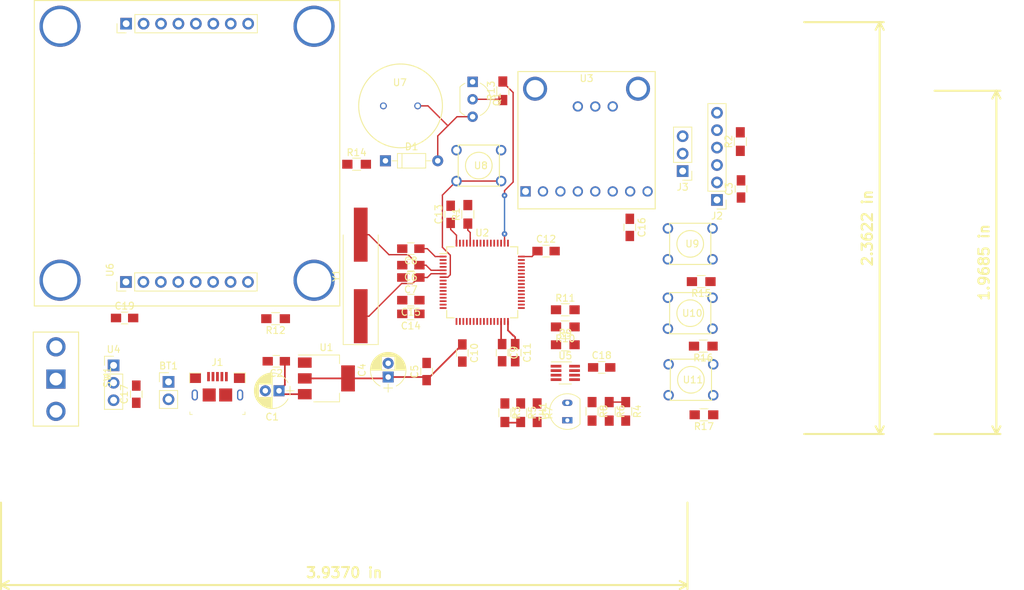
<source format=kicad_pcb>
(kicad_pcb (version 20171130) (host pcbnew "(5.0.2)-1")

  (general
    (thickness 1.6)
    (drawings 3)
    (tracks 74)
    (zones 0)
    (modules 56)
    (nets 75)
  )

  (page A4)
  (layers
    (0 F.Cu signal)
    (31 B.Cu signal)
    (32 B.Adhes user hide)
    (33 F.Adhes user hide)
    (34 B.Paste user hide)
    (35 F.Paste user hide)
    (36 B.SilkS user)
    (37 F.SilkS user)
    (38 B.Mask user hide)
    (39 F.Mask user hide)
    (40 Dwgs.User user hide)
    (41 Cmts.User user hide)
    (42 Eco1.User user hide)
    (43 Eco2.User user hide)
    (44 Edge.Cuts user)
    (45 Margin user hide)
    (46 B.CrtYd user hide)
    (47 F.CrtYd user hide)
    (48 B.Fab user hide)
    (49 F.Fab user hide)
  )

  (setup
    (last_trace_width 0.2)
    (trace_clearance 0.15)
    (zone_clearance 0.508)
    (zone_45_only no)
    (trace_min 0.2)
    (segment_width 0.2)
    (edge_width 0.15)
    (via_size 0.8)
    (via_drill 0.3)
    (via_min_size 0.3)
    (via_min_drill 0.3)
    (uvia_size 0.3)
    (uvia_drill 0.1)
    (uvias_allowed no)
    (uvia_min_size 0.2)
    (uvia_min_drill 0.1)
    (pcb_text_width 0.3)
    (pcb_text_size 1.5 1.5)
    (mod_edge_width 0.15)
    (mod_text_size 1 1)
    (mod_text_width 0.15)
    (pad_size 3.5 3.5)
    (pad_drill 2.5)
    (pad_to_mask_clearance 0.051)
    (solder_mask_min_width 0.25)
    (aux_axis_origin 0 0)
    (visible_elements 7FFFFFFF)
    (pcbplotparams
      (layerselection 0x010fc_ffffffff)
      (usegerberextensions false)
      (usegerberattributes false)
      (usegerberadvancedattributes false)
      (creategerberjobfile false)
      (excludeedgelayer true)
      (linewidth 0.100000)
      (plotframeref false)
      (viasonmask false)
      (mode 1)
      (useauxorigin false)
      (hpglpennumber 1)
      (hpglpenspeed 20)
      (hpglpendiameter 15.000000)
      (psnegative false)
      (psa4output false)
      (plotreference true)
      (plotvalue true)
      (plotinvisibletext false)
      (padsonsilk false)
      (subtractmaskfromsilk false)
      (outputformat 1)
      (mirror false)
      (drillshape 1)
      (scaleselection 1)
      (outputdirectory ""))
  )

  (net 0 "")
  (net 1 /Data+)
  (net 2 "Net-(J1-Pad4)")
  (net 3 GND)
  (net 4 /Data-)
  (net 5 +5V)
  (net 6 /SWO)
  (net 7 /NRST)
  (net 8 /SWDIO)
  (net 9 /SWCLK)
  (net 10 +3V3)
  (net 11 /USART1_CK)
  (net 12 /USART1_TX)
  (net 13 /USART1_RX)
  (net 14 +BATT)
  (net 15 +VIN)
  (net 16 "Net-(R7-Pad2)")
  (net 17 "Net-(U3-Pad2)")
  (net 18 /I2C1_SCL)
  (net 19 /I2C1_SDA)
  (net 20 /CS_INT)
  (net 21 /PULSESIG)
  (net 22 "/Temp Sensor/INAMPFB")
  (net 23 "/Temp Sensor/WBRIDGE-")
  (net 24 "Net-(U5-Pad5)")
  (net 25 "Net-(U5-Pad4)")
  (net 26 "/Temp Sensor/WBRIDGE+")
  (net 27 /TEMPOUT)
  (net 28 /Display/LED)
  (net 29 /SPI1_SCK)
  (net 30 /SPI1_MOSI)
  (net 31 /LCD_DC)
  (net 32 /LCD_RST)
  (net 33 /LCD_SCE)
  (net 34 "Net-(D1-Pad2)")
  (net 35 /TIM_START)
  (net 36 /TIM_INC)
  (net 37 /TIM_RES)
  (net 38 /XTAL+)
  (net 39 /XTAL-)
  (net 40 "Net-(C9-Pad1)")
  (net 41 "Net-(R1-Pad1)")
  (net 42 "Net-(R10-Pad2)")
  (net 43 /TIM3_CH1)
  (net 44 "Net-(Q1-Pad2)")
  (net 45 /PIEZOPWM)
  (net 46 "Net-(D1-Pad1)")
  (net 47 "Net-(U2-Pad62)")
  (net 48 "Net-(U2-Pad61)")
  (net 49 "Net-(U2-Pad56)")
  (net 50 "Net-(U2-Pad54)")
  (net 51 "Net-(U2-Pad53)")
  (net 52 "Net-(U2-Pad52)")
  (net 53 "Net-(U2-Pad51)")
  (net 54 "Net-(U2-Pad45)")
  (net 55 "Net-(U2-Pad44)")
  (net 56 "Net-(U2-Pad40)")
  (net 57 "Net-(U2-Pad39)")
  (net 58 "Net-(U2-Pad38)")
  (net 59 "Net-(U2-Pad37)")
  (net 60 "Net-(U2-Pad36)")
  (net 61 "Net-(U2-Pad35)")
  (net 62 "Net-(U2-Pad34)")
  (net 63 "Net-(U2-Pad33)")
  (net 64 "Net-(U2-Pad29)")
  (net 65 "Net-(U2-Pad25)")
  (net 66 "Net-(U2-Pad24)")
  (net 67 "Net-(U2-Pad20)")
  (net 68 "Net-(U2-Pad17)")
  (net 69 "Net-(U2-Pad16)")
  (net 70 "Net-(U2-Pad11)")
  (net 71 "Net-(U2-Pad4)")
  (net 72 "Net-(U2-Pad3)")
  (net 73 "Net-(U2-Pad2)")
  (net 74 "Net-(J1-Pad6)")

  (net_class Default "This is the default net class."
    (clearance 0.15)
    (trace_width 0.2)
    (via_dia 0.8)
    (via_drill 0.3)
    (uvia_dia 0.3)
    (uvia_drill 0.1)
    (add_net +3V3)
    (add_net +5V)
    (add_net +BATT)
    (add_net +VIN)
    (add_net /CS_INT)
    (add_net /Data+)
    (add_net /Data-)
    (add_net /Display/LED)
    (add_net /I2C1_SCL)
    (add_net /I2C1_SDA)
    (add_net /LCD_DC)
    (add_net /LCD_RST)
    (add_net /LCD_SCE)
    (add_net /NRST)
    (add_net /PIEZOPWM)
    (add_net /PULSESIG)
    (add_net /SPI1_MOSI)
    (add_net /SPI1_SCK)
    (add_net /SWCLK)
    (add_net /SWDIO)
    (add_net /SWO)
    (add_net /TEMPOUT)
    (add_net /TIM3_CH1)
    (add_net /TIM_INC)
    (add_net /TIM_RES)
    (add_net /TIM_START)
    (add_net "/Temp Sensor/INAMPFB")
    (add_net "/Temp Sensor/WBRIDGE+")
    (add_net "/Temp Sensor/WBRIDGE-")
    (add_net /USART1_CK)
    (add_net /USART1_RX)
    (add_net /USART1_TX)
    (add_net /XTAL+)
    (add_net /XTAL-)
    (add_net GND)
    (add_net "Net-(C9-Pad1)")
    (add_net "Net-(D1-Pad1)")
    (add_net "Net-(D1-Pad2)")
    (add_net "Net-(J1-Pad4)")
    (add_net "Net-(J1-Pad6)")
    (add_net "Net-(Q1-Pad2)")
    (add_net "Net-(R1-Pad1)")
    (add_net "Net-(R10-Pad2)")
    (add_net "Net-(R7-Pad2)")
    (add_net "Net-(U2-Pad11)")
    (add_net "Net-(U2-Pad16)")
    (add_net "Net-(U2-Pad17)")
    (add_net "Net-(U2-Pad2)")
    (add_net "Net-(U2-Pad20)")
    (add_net "Net-(U2-Pad24)")
    (add_net "Net-(U2-Pad25)")
    (add_net "Net-(U2-Pad29)")
    (add_net "Net-(U2-Pad3)")
    (add_net "Net-(U2-Pad33)")
    (add_net "Net-(U2-Pad34)")
    (add_net "Net-(U2-Pad35)")
    (add_net "Net-(U2-Pad36)")
    (add_net "Net-(U2-Pad37)")
    (add_net "Net-(U2-Pad38)")
    (add_net "Net-(U2-Pad39)")
    (add_net "Net-(U2-Pad4)")
    (add_net "Net-(U2-Pad40)")
    (add_net "Net-(U2-Pad44)")
    (add_net "Net-(U2-Pad45)")
    (add_net "Net-(U2-Pad51)")
    (add_net "Net-(U2-Pad52)")
    (add_net "Net-(U2-Pad53)")
    (add_net "Net-(U2-Pad54)")
    (add_net "Net-(U2-Pad56)")
    (add_net "Net-(U2-Pad61)")
    (add_net "Net-(U2-Pad62)")
    (add_net "Net-(U3-Pad2)")
    (add_net "Net-(U5-Pad4)")
    (add_net "Net-(U5-Pad5)")
  )

  (net_class Power ""
    (clearance 0.15)
    (trace_width 0.2)
    (via_dia 0.8)
    (via_drill 0.3)
    (uvia_dia 0.3)
    (uvia_drill 0.1)
  )

  (module PASC:LIS3DH (layer F.Cu) (tedit 5C62E68A) (tstamp 5C632FB4)
    (at 155.3 69.2)
    (path /5C556F23/5C5E039C)
    (fp_text reference U3 (at 0 -9) (layer F.SilkS)
      (effects (font (size 1 1) (thickness 0.15)))
    )
    (fp_text value lis3dh_board (at -0.2 11.1) (layer F.Fab)
      (effects (font (size 1 1) (thickness 0.15)))
    )
    (fp_line (start -10 10) (end -10 0) (layer F.SilkS) (width 0.15))
    (fp_line (start 10 10) (end -10 10) (layer F.SilkS) (width 0.15))
    (fp_line (start 10 -10) (end 10 10) (layer F.SilkS) (width 0.15))
    (fp_line (start -10 -10) (end 10 -10) (layer F.SilkS) (width 0.15))
    (fp_line (start -10 0) (end -10 -10) (layer F.SilkS) (width 0.15))
    (pad 11 thru_hole circle (at 3.81 -4.92) (size 1.5 1.5) (drill 1) (layers *.Cu *.Mask))
    (pad 10 thru_hole circle (at 1.27 -4.91) (size 1.5 1.5) (drill 1) (layers *.Cu *.Mask))
    (pad 9 thru_hole circle (at -1.27 -4.92) (size 1.5 1.5) (drill 1) (layers *.Cu *.Mask))
    (pad 8 thru_hole circle (at 8.89 7.46) (size 1.5 1.5) (drill 1) (layers *.Cu *.Mask)
      (net 20 /CS_INT))
    (pad 7 thru_hole circle (at 6.35 7.46) (size 1.5 1.5) (drill 1) (layers *.Cu *.Mask)
      (net 10 +3V3))
    (pad 6 thru_hole circle (at 3.81 7.46) (size 1.5 1.5) (drill 1) (layers *.Cu *.Mask)
      (net 3 GND))
    (pad 5 thru_hole circle (at 1.27 7.46) (size 1.5 1.5) (drill 1) (layers *.Cu *.Mask)
      (net 19 /I2C1_SDA))
    (pad 4 thru_hole circle (at -1.27 7.46) (size 1.5 1.5) (drill 1) (layers *.Cu *.Mask)
      (net 18 /I2C1_SCL))
    (pad 3 thru_hole circle (at -3.81 7.46) (size 1.5 1.5) (drill 1) (layers *.Cu *.Mask)
      (net 3 GND))
    (pad 2 thru_hole circle (at -6.35 7.46) (size 1.5 1.5) (drill 1) (layers *.Cu *.Mask)
      (net 17 "Net-(U3-Pad2)"))
    (pad 1 thru_hole rect (at -8.89 7.46) (size 1.5 1.5) (drill 1) (layers *.Cu *.Mask)
      (net 10 +3V3))
    (pad "" thru_hole circle (at 7.5 -7.5) (size 3.5 3.5) (drill 2.54) (layers *.Cu *.Mask))
    (pad "" thru_hole circle (at -7.5 -7.5) (size 3.5 3.5) (drill 2.54) (layers *.Cu *.Mask))
  )

  (module Pin_Headers:Pin_Header_Straight_1x02_Pitch2.54mm (layer F.Cu) (tedit 59650532) (tstamp 5C632B4A)
    (at 94.4 104.4)
    (descr "Through hole straight pin header, 1x02, 2.54mm pitch, single row")
    (tags "Through hole pin header THT 1x02 2.54mm single row")
    (path /5C624D2E)
    (fp_text reference BT1 (at 0 -2.33) (layer F.SilkS)
      (effects (font (size 1 1) (thickness 0.15)))
    )
    (fp_text value Battery (at 0 4.87) (layer F.Fab)
      (effects (font (size 1 1) (thickness 0.15)))
    )
    (fp_text user %R (at 0 1.27 90) (layer F.Fab)
      (effects (font (size 1 1) (thickness 0.15)))
    )
    (fp_line (start 1.8 -1.8) (end -1.8 -1.8) (layer F.CrtYd) (width 0.05))
    (fp_line (start 1.8 4.35) (end 1.8 -1.8) (layer F.CrtYd) (width 0.05))
    (fp_line (start -1.8 4.35) (end 1.8 4.35) (layer F.CrtYd) (width 0.05))
    (fp_line (start -1.8 -1.8) (end -1.8 4.35) (layer F.CrtYd) (width 0.05))
    (fp_line (start -1.33 -1.33) (end 0 -1.33) (layer F.SilkS) (width 0.12))
    (fp_line (start -1.33 0) (end -1.33 -1.33) (layer F.SilkS) (width 0.12))
    (fp_line (start -1.33 1.27) (end 1.33 1.27) (layer F.SilkS) (width 0.12))
    (fp_line (start 1.33 1.27) (end 1.33 3.87) (layer F.SilkS) (width 0.12))
    (fp_line (start -1.33 1.27) (end -1.33 3.87) (layer F.SilkS) (width 0.12))
    (fp_line (start -1.33 3.87) (end 1.33 3.87) (layer F.SilkS) (width 0.12))
    (fp_line (start -1.27 -0.635) (end -0.635 -1.27) (layer F.Fab) (width 0.1))
    (fp_line (start -1.27 3.81) (end -1.27 -0.635) (layer F.Fab) (width 0.1))
    (fp_line (start 1.27 3.81) (end -1.27 3.81) (layer F.Fab) (width 0.1))
    (fp_line (start 1.27 -1.27) (end 1.27 3.81) (layer F.Fab) (width 0.1))
    (fp_line (start -0.635 -1.27) (end 1.27 -1.27) (layer F.Fab) (width 0.1))
    (pad 2 thru_hole oval (at 0 2.54) (size 1.7 1.7) (drill 1) (layers *.Cu *.Mask)
      (net 3 GND))
    (pad 1 thru_hole rect (at 0 0) (size 1.7 1.7) (drill 1) (layers *.Cu *.Mask)
      (net 14 +BATT))
    (model ${KISYS3DMOD}/Pin_Headers.3dshapes/Pin_Header_Straight_1x02_Pitch2.54mm.wrl
      (at (xyz 0 0 0))
      (scale (xyz 1 1 1))
      (rotate (xyz 0 0 0))
    )
  )

  (module Capacitors_THT:CP_Radial_D5.0mm_P2.00mm (layer F.Cu) (tedit 597BC7C2) (tstamp 5C632BCF)
    (at 110.5 105.7 180)
    (descr "CP, Radial series, Radial, pin pitch=2.00mm, , diameter=5mm, Electrolytic Capacitor")
    (tags "CP Radial series Radial pin pitch 2.00mm  diameter 5mm Electrolytic Capacitor")
    (path /5C5CED5E)
    (fp_text reference C1 (at 1 -3.81 180) (layer F.SilkS)
      (effects (font (size 1 1) (thickness 0.15)))
    )
    (fp_text value 10u (at 1 3.81 180) (layer F.Fab)
      (effects (font (size 1 1) (thickness 0.15)))
    )
    (fp_text user %R (at 1 0 180) (layer F.Fab)
      (effects (font (size 1 1) (thickness 0.15)))
    )
    (fp_line (start 3.85 -2.85) (end -1.85 -2.85) (layer F.CrtYd) (width 0.05))
    (fp_line (start 3.85 2.85) (end 3.85 -2.85) (layer F.CrtYd) (width 0.05))
    (fp_line (start -1.85 2.85) (end 3.85 2.85) (layer F.CrtYd) (width 0.05))
    (fp_line (start -1.85 -2.85) (end -1.85 2.85) (layer F.CrtYd) (width 0.05))
    (fp_line (start -1.6 -0.65) (end -1.6 0.65) (layer F.SilkS) (width 0.12))
    (fp_line (start -2.2 0) (end -1 0) (layer F.SilkS) (width 0.12))
    (fp_line (start 3.561 -0.354) (end 3.561 0.354) (layer F.SilkS) (width 0.12))
    (fp_line (start 3.521 -0.559) (end 3.521 0.559) (layer F.SilkS) (width 0.12))
    (fp_line (start 3.481 -0.707) (end 3.481 0.707) (layer F.SilkS) (width 0.12))
    (fp_line (start 3.441 -0.829) (end 3.441 0.829) (layer F.SilkS) (width 0.12))
    (fp_line (start 3.401 -0.934) (end 3.401 0.934) (layer F.SilkS) (width 0.12))
    (fp_line (start 3.361 -1.028) (end 3.361 1.028) (layer F.SilkS) (width 0.12))
    (fp_line (start 3.321 -1.112) (end 3.321 1.112) (layer F.SilkS) (width 0.12))
    (fp_line (start 3.281 -1.189) (end 3.281 1.189) (layer F.SilkS) (width 0.12))
    (fp_line (start 3.241 -1.261) (end 3.241 1.261) (layer F.SilkS) (width 0.12))
    (fp_line (start 3.201 -1.327) (end 3.201 1.327) (layer F.SilkS) (width 0.12))
    (fp_line (start 3.161 -1.39) (end 3.161 1.39) (layer F.SilkS) (width 0.12))
    (fp_line (start 3.121 -1.448) (end 3.121 1.448) (layer F.SilkS) (width 0.12))
    (fp_line (start 3.081 -1.504) (end 3.081 1.504) (layer F.SilkS) (width 0.12))
    (fp_line (start 3.041 -1.556) (end 3.041 1.556) (layer F.SilkS) (width 0.12))
    (fp_line (start 3.001 -1.606) (end 3.001 1.606) (layer F.SilkS) (width 0.12))
    (fp_line (start 2.961 0.98) (end 2.961 1.654) (layer F.SilkS) (width 0.12))
    (fp_line (start 2.961 -1.654) (end 2.961 -0.98) (layer F.SilkS) (width 0.12))
    (fp_line (start 2.921 0.98) (end 2.921 1.699) (layer F.SilkS) (width 0.12))
    (fp_line (start 2.921 -1.699) (end 2.921 -0.98) (layer F.SilkS) (width 0.12))
    (fp_line (start 2.881 0.98) (end 2.881 1.742) (layer F.SilkS) (width 0.12))
    (fp_line (start 2.881 -1.742) (end 2.881 -0.98) (layer F.SilkS) (width 0.12))
    (fp_line (start 2.841 0.98) (end 2.841 1.783) (layer F.SilkS) (width 0.12))
    (fp_line (start 2.841 -1.783) (end 2.841 -0.98) (layer F.SilkS) (width 0.12))
    (fp_line (start 2.801 0.98) (end 2.801 1.823) (layer F.SilkS) (width 0.12))
    (fp_line (start 2.801 -1.823) (end 2.801 -0.98) (layer F.SilkS) (width 0.12))
    (fp_line (start 2.761 0.98) (end 2.761 1.861) (layer F.SilkS) (width 0.12))
    (fp_line (start 2.761 -1.861) (end 2.761 -0.98) (layer F.SilkS) (width 0.12))
    (fp_line (start 2.721 0.98) (end 2.721 1.897) (layer F.SilkS) (width 0.12))
    (fp_line (start 2.721 -1.897) (end 2.721 -0.98) (layer F.SilkS) (width 0.12))
    (fp_line (start 2.681 0.98) (end 2.681 1.932) (layer F.SilkS) (width 0.12))
    (fp_line (start 2.681 -1.932) (end 2.681 -0.98) (layer F.SilkS) (width 0.12))
    (fp_line (start 2.641 0.98) (end 2.641 1.965) (layer F.SilkS) (width 0.12))
    (fp_line (start 2.641 -1.965) (end 2.641 -0.98) (layer F.SilkS) (width 0.12))
    (fp_line (start 2.601 0.98) (end 2.601 1.997) (layer F.SilkS) (width 0.12))
    (fp_line (start 2.601 -1.997) (end 2.601 -0.98) (layer F.SilkS) (width 0.12))
    (fp_line (start 2.561 0.98) (end 2.561 2.028) (layer F.SilkS) (width 0.12))
    (fp_line (start 2.561 -2.028) (end 2.561 -0.98) (layer F.SilkS) (width 0.12))
    (fp_line (start 2.521 0.98) (end 2.521 2.058) (layer F.SilkS) (width 0.12))
    (fp_line (start 2.521 -2.058) (end 2.521 -0.98) (layer F.SilkS) (width 0.12))
    (fp_line (start 2.481 0.98) (end 2.481 2.086) (layer F.SilkS) (width 0.12))
    (fp_line (start 2.481 -2.086) (end 2.481 -0.98) (layer F.SilkS) (width 0.12))
    (fp_line (start 2.441 0.98) (end 2.441 2.113) (layer F.SilkS) (width 0.12))
    (fp_line (start 2.441 -2.113) (end 2.441 -0.98) (layer F.SilkS) (width 0.12))
    (fp_line (start 2.401 0.98) (end 2.401 2.14) (layer F.SilkS) (width 0.12))
    (fp_line (start 2.401 -2.14) (end 2.401 -0.98) (layer F.SilkS) (width 0.12))
    (fp_line (start 2.361 0.98) (end 2.361 2.165) (layer F.SilkS) (width 0.12))
    (fp_line (start 2.361 -2.165) (end 2.361 -0.98) (layer F.SilkS) (width 0.12))
    (fp_line (start 2.321 0.98) (end 2.321 2.189) (layer F.SilkS) (width 0.12))
    (fp_line (start 2.321 -2.189) (end 2.321 -0.98) (layer F.SilkS) (width 0.12))
    (fp_line (start 2.281 0.98) (end 2.281 2.212) (layer F.SilkS) (width 0.12))
    (fp_line (start 2.281 -2.212) (end 2.281 -0.98) (layer F.SilkS) (width 0.12))
    (fp_line (start 2.241 0.98) (end 2.241 2.234) (layer F.SilkS) (width 0.12))
    (fp_line (start 2.241 -2.234) (end 2.241 -0.98) (layer F.SilkS) (width 0.12))
    (fp_line (start 2.201 0.98) (end 2.201 2.256) (layer F.SilkS) (width 0.12))
    (fp_line (start 2.201 -2.256) (end 2.201 -0.98) (layer F.SilkS) (width 0.12))
    (fp_line (start 2.161 0.98) (end 2.161 2.276) (layer F.SilkS) (width 0.12))
    (fp_line (start 2.161 -2.276) (end 2.161 -0.98) (layer F.SilkS) (width 0.12))
    (fp_line (start 2.121 0.98) (end 2.121 2.296) (layer F.SilkS) (width 0.12))
    (fp_line (start 2.121 -2.296) (end 2.121 -0.98) (layer F.SilkS) (width 0.12))
    (fp_line (start 2.081 0.98) (end 2.081 2.315) (layer F.SilkS) (width 0.12))
    (fp_line (start 2.081 -2.315) (end 2.081 -0.98) (layer F.SilkS) (width 0.12))
    (fp_line (start 2.041 0.98) (end 2.041 2.333) (layer F.SilkS) (width 0.12))
    (fp_line (start 2.041 -2.333) (end 2.041 -0.98) (layer F.SilkS) (width 0.12))
    (fp_line (start 2.001 0.98) (end 2.001 2.35) (layer F.SilkS) (width 0.12))
    (fp_line (start 2.001 -2.35) (end 2.001 -0.98) (layer F.SilkS) (width 0.12))
    (fp_line (start 1.961 0.98) (end 1.961 2.366) (layer F.SilkS) (width 0.12))
    (fp_line (start 1.961 -2.366) (end 1.961 -0.98) (layer F.SilkS) (width 0.12))
    (fp_line (start 1.921 0.98) (end 1.921 2.382) (layer F.SilkS) (width 0.12))
    (fp_line (start 1.921 -2.382) (end 1.921 -0.98) (layer F.SilkS) (width 0.12))
    (fp_line (start 1.881 0.98) (end 1.881 2.396) (layer F.SilkS) (width 0.12))
    (fp_line (start 1.881 -2.396) (end 1.881 -0.98) (layer F.SilkS) (width 0.12))
    (fp_line (start 1.841 0.98) (end 1.841 2.41) (layer F.SilkS) (width 0.12))
    (fp_line (start 1.841 -2.41) (end 1.841 -0.98) (layer F.SilkS) (width 0.12))
    (fp_line (start 1.801 0.98) (end 1.801 2.424) (layer F.SilkS) (width 0.12))
    (fp_line (start 1.801 -2.424) (end 1.801 -0.98) (layer F.SilkS) (width 0.12))
    (fp_line (start 1.761 0.98) (end 1.761 2.436) (layer F.SilkS) (width 0.12))
    (fp_line (start 1.761 -2.436) (end 1.761 -0.98) (layer F.SilkS) (width 0.12))
    (fp_line (start 1.721 0.98) (end 1.721 2.448) (layer F.SilkS) (width 0.12))
    (fp_line (start 1.721 -2.448) (end 1.721 -0.98) (layer F.SilkS) (width 0.12))
    (fp_line (start 1.68 0.98) (end 1.68 2.46) (layer F.SilkS) (width 0.12))
    (fp_line (start 1.68 -2.46) (end 1.68 -0.98) (layer F.SilkS) (width 0.12))
    (fp_line (start 1.64 0.98) (end 1.64 2.47) (layer F.SilkS) (width 0.12))
    (fp_line (start 1.64 -2.47) (end 1.64 -0.98) (layer F.SilkS) (width 0.12))
    (fp_line (start 1.6 0.98) (end 1.6 2.48) (layer F.SilkS) (width 0.12))
    (fp_line (start 1.6 -2.48) (end 1.6 -0.98) (layer F.SilkS) (width 0.12))
    (fp_line (start 1.56 0.98) (end 1.56 2.489) (layer F.SilkS) (width 0.12))
    (fp_line (start 1.56 -2.489) (end 1.56 -0.98) (layer F.SilkS) (width 0.12))
    (fp_line (start 1.52 0.98) (end 1.52 2.498) (layer F.SilkS) (width 0.12))
    (fp_line (start 1.52 -2.498) (end 1.52 -0.98) (layer F.SilkS) (width 0.12))
    (fp_line (start 1.48 0.98) (end 1.48 2.506) (layer F.SilkS) (width 0.12))
    (fp_line (start 1.48 -2.506) (end 1.48 -0.98) (layer F.SilkS) (width 0.12))
    (fp_line (start 1.44 0.98) (end 1.44 2.513) (layer F.SilkS) (width 0.12))
    (fp_line (start 1.44 -2.513) (end 1.44 -0.98) (layer F.SilkS) (width 0.12))
    (fp_line (start 1.4 0.98) (end 1.4 2.519) (layer F.SilkS) (width 0.12))
    (fp_line (start 1.4 -2.519) (end 1.4 -0.98) (layer F.SilkS) (width 0.12))
    (fp_line (start 1.36 0.98) (end 1.36 2.525) (layer F.SilkS) (width 0.12))
    (fp_line (start 1.36 -2.525) (end 1.36 -0.98) (layer F.SilkS) (width 0.12))
    (fp_line (start 1.32 0.98) (end 1.32 2.531) (layer F.SilkS) (width 0.12))
    (fp_line (start 1.32 -2.531) (end 1.32 -0.98) (layer F.SilkS) (width 0.12))
    (fp_line (start 1.28 0.98) (end 1.28 2.535) (layer F.SilkS) (width 0.12))
    (fp_line (start 1.28 -2.535) (end 1.28 -0.98) (layer F.SilkS) (width 0.12))
    (fp_line (start 1.24 0.98) (end 1.24 2.539) (layer F.SilkS) (width 0.12))
    (fp_line (start 1.24 -2.539) (end 1.24 -0.98) (layer F.SilkS) (width 0.12))
    (fp_line (start 1.2 0.98) (end 1.2 2.543) (layer F.SilkS) (width 0.12))
    (fp_line (start 1.2 -2.543) (end 1.2 -0.98) (layer F.SilkS) (width 0.12))
    (fp_line (start 1.16 0.98) (end 1.16 2.546) (layer F.SilkS) (width 0.12))
    (fp_line (start 1.16 -2.546) (end 1.16 -0.98) (layer F.SilkS) (width 0.12))
    (fp_line (start 1.12 0.98) (end 1.12 2.548) (layer F.SilkS) (width 0.12))
    (fp_line (start 1.12 -2.548) (end 1.12 -0.98) (layer F.SilkS) (width 0.12))
    (fp_line (start 1.08 0.98) (end 1.08 2.549) (layer F.SilkS) (width 0.12))
    (fp_line (start 1.08 -2.549) (end 1.08 -0.98) (layer F.SilkS) (width 0.12))
    (fp_line (start 1.04 0.98) (end 1.04 2.55) (layer F.SilkS) (width 0.12))
    (fp_line (start 1.04 -2.55) (end 1.04 -0.98) (layer F.SilkS) (width 0.12))
    (fp_line (start 1 -2.55) (end 1 2.55) (layer F.SilkS) (width 0.12))
    (fp_line (start -1.6 -0.65) (end -1.6 0.65) (layer F.Fab) (width 0.1))
    (fp_line (start -2.2 0) (end -1 0) (layer F.Fab) (width 0.1))
    (fp_circle (center 1 0) (end 3.5 0) (layer F.Fab) (width 0.1))
    (fp_arc (start 1 0) (end 3.30558 -1.18) (angle 54.2) (layer F.SilkS) (width 0.12))
    (fp_arc (start 1 0) (end -1.30558 1.18) (angle -125.8) (layer F.SilkS) (width 0.12))
    (fp_arc (start 1 0) (end -1.30558 -1.18) (angle 125.8) (layer F.SilkS) (width 0.12))
    (pad 2 thru_hole circle (at 2 0 180) (size 1.6 1.6) (drill 0.8) (layers *.Cu *.Mask)
      (net 3 GND))
    (pad 1 thru_hole rect (at 0 0 180) (size 1.6 1.6) (drill 0.8) (layers *.Cu *.Mask)
      (net 15 +VIN))
    (model ${KISYS3DMOD}/Capacitors_THT.3dshapes/CP_Radial_D5.0mm_P2.00mm.wrl
      (at (xyz 0 0 0))
      (scale (xyz 1 1 1))
      (rotate (xyz 0 0 0))
    )
  )

  (module Capacitors_SMD:C_0805_HandSoldering (layer F.Cu) (tedit 58AA84A8) (tstamp 5C632BE0)
    (at 110.1 101.4 180)
    (descr "Capacitor SMD 0805, hand soldering")
    (tags "capacitor 0805")
    (path /5C5CED80)
    (attr smd)
    (fp_text reference C2 (at 0 -1.75 180) (layer F.SilkS)
      (effects (font (size 1 1) (thickness 0.15)))
    )
    (fp_text value 100n (at 0 1.75 180) (layer F.Fab)
      (effects (font (size 1 1) (thickness 0.15)))
    )
    (fp_line (start 2.25 0.87) (end -2.25 0.87) (layer F.CrtYd) (width 0.05))
    (fp_line (start 2.25 0.87) (end 2.25 -0.88) (layer F.CrtYd) (width 0.05))
    (fp_line (start -2.25 -0.88) (end -2.25 0.87) (layer F.CrtYd) (width 0.05))
    (fp_line (start -2.25 -0.88) (end 2.25 -0.88) (layer F.CrtYd) (width 0.05))
    (fp_line (start -0.5 0.85) (end 0.5 0.85) (layer F.SilkS) (width 0.12))
    (fp_line (start 0.5 -0.85) (end -0.5 -0.85) (layer F.SilkS) (width 0.12))
    (fp_line (start -1 -0.62) (end 1 -0.62) (layer F.Fab) (width 0.1))
    (fp_line (start 1 -0.62) (end 1 0.62) (layer F.Fab) (width 0.1))
    (fp_line (start 1 0.62) (end -1 0.62) (layer F.Fab) (width 0.1))
    (fp_line (start -1 0.62) (end -1 -0.62) (layer F.Fab) (width 0.1))
    (fp_text user %R (at 0 -1.75 180) (layer F.Fab)
      (effects (font (size 1 1) (thickness 0.15)))
    )
    (pad 2 smd rect (at 1.25 0 180) (size 1.5 1.25) (layers F.Cu F.Paste F.Mask)
      (net 3 GND))
    (pad 1 smd rect (at -1.25 0 180) (size 1.5 1.25) (layers F.Cu F.Paste F.Mask)
      (net 15 +VIN))
    (model Capacitors_SMD.3dshapes/C_0805.wrl
      (at (xyz 0 0 0))
      (scale (xyz 1 1 1))
      (rotate (xyz 0 0 0))
    )
  )

  (module Capacitors_SMD:C_0805_HandSoldering (layer F.Cu) (tedit 58AA84A8) (tstamp 5C632BF1)
    (at 177.8 76.3 90)
    (descr "Capacitor SMD 0805, hand soldering")
    (tags "capacitor 0805")
    (path /5C4E5BA4)
    (attr smd)
    (fp_text reference C3 (at 0 -1.75 90) (layer F.SilkS)
      (effects (font (size 1 1) (thickness 0.15)))
    )
    (fp_text value 100n (at 0 1.75 90) (layer F.Fab)
      (effects (font (size 1 1) (thickness 0.15)))
    )
    (fp_text user %R (at 0 -1.75 90) (layer F.Fab)
      (effects (font (size 1 1) (thickness 0.15)))
    )
    (fp_line (start -1 0.62) (end -1 -0.62) (layer F.Fab) (width 0.1))
    (fp_line (start 1 0.62) (end -1 0.62) (layer F.Fab) (width 0.1))
    (fp_line (start 1 -0.62) (end 1 0.62) (layer F.Fab) (width 0.1))
    (fp_line (start -1 -0.62) (end 1 -0.62) (layer F.Fab) (width 0.1))
    (fp_line (start 0.5 -0.85) (end -0.5 -0.85) (layer F.SilkS) (width 0.12))
    (fp_line (start -0.5 0.85) (end 0.5 0.85) (layer F.SilkS) (width 0.12))
    (fp_line (start -2.25 -0.88) (end 2.25 -0.88) (layer F.CrtYd) (width 0.05))
    (fp_line (start -2.25 -0.88) (end -2.25 0.87) (layer F.CrtYd) (width 0.05))
    (fp_line (start 2.25 0.87) (end 2.25 -0.88) (layer F.CrtYd) (width 0.05))
    (fp_line (start 2.25 0.87) (end -2.25 0.87) (layer F.CrtYd) (width 0.05))
    (pad 1 smd rect (at -1.25 0 90) (size 1.5 1.25) (layers F.Cu F.Paste F.Mask)
      (net 10 +3V3))
    (pad 2 smd rect (at 1.25 0 90) (size 1.5 1.25) (layers F.Cu F.Paste F.Mask)
      (net 3 GND))
    (model Capacitors_SMD.3dshapes/C_0805.wrl
      (at (xyz 0 0 0))
      (scale (xyz 1 1 1))
      (rotate (xyz 0 0 0))
    )
  )

  (module Capacitors_THT:CP_Radial_D5.0mm_P2.00mm (layer F.Cu) (tedit 597BC7C2) (tstamp 5C632C76)
    (at 126.4 103.7 90)
    (descr "CP, Radial series, Radial, pin pitch=2.00mm, , diameter=5mm, Electrolytic Capacitor")
    (tags "CP Radial series Radial pin pitch 2.00mm  diameter 5mm Electrolytic Capacitor")
    (path /5C5CED70)
    (fp_text reference C4 (at 1 -3.81 90) (layer F.SilkS)
      (effects (font (size 1 1) (thickness 0.15)))
    )
    (fp_text value 10u (at 1 3.81 90) (layer F.Fab)
      (effects (font (size 1 1) (thickness 0.15)))
    )
    (fp_arc (start 1 0) (end -1.30558 -1.18) (angle 125.8) (layer F.SilkS) (width 0.12))
    (fp_arc (start 1 0) (end -1.30558 1.18) (angle -125.8) (layer F.SilkS) (width 0.12))
    (fp_arc (start 1 0) (end 3.30558 -1.18) (angle 54.2) (layer F.SilkS) (width 0.12))
    (fp_circle (center 1 0) (end 3.5 0) (layer F.Fab) (width 0.1))
    (fp_line (start -2.2 0) (end -1 0) (layer F.Fab) (width 0.1))
    (fp_line (start -1.6 -0.65) (end -1.6 0.65) (layer F.Fab) (width 0.1))
    (fp_line (start 1 -2.55) (end 1 2.55) (layer F.SilkS) (width 0.12))
    (fp_line (start 1.04 -2.55) (end 1.04 -0.98) (layer F.SilkS) (width 0.12))
    (fp_line (start 1.04 0.98) (end 1.04 2.55) (layer F.SilkS) (width 0.12))
    (fp_line (start 1.08 -2.549) (end 1.08 -0.98) (layer F.SilkS) (width 0.12))
    (fp_line (start 1.08 0.98) (end 1.08 2.549) (layer F.SilkS) (width 0.12))
    (fp_line (start 1.12 -2.548) (end 1.12 -0.98) (layer F.SilkS) (width 0.12))
    (fp_line (start 1.12 0.98) (end 1.12 2.548) (layer F.SilkS) (width 0.12))
    (fp_line (start 1.16 -2.546) (end 1.16 -0.98) (layer F.SilkS) (width 0.12))
    (fp_line (start 1.16 0.98) (end 1.16 2.546) (layer F.SilkS) (width 0.12))
    (fp_line (start 1.2 -2.543) (end 1.2 -0.98) (layer F.SilkS) (width 0.12))
    (fp_line (start 1.2 0.98) (end 1.2 2.543) (layer F.SilkS) (width 0.12))
    (fp_line (start 1.24 -2.539) (end 1.24 -0.98) (layer F.SilkS) (width 0.12))
    (fp_line (start 1.24 0.98) (end 1.24 2.539) (layer F.SilkS) (width 0.12))
    (fp_line (start 1.28 -2.535) (end 1.28 -0.98) (layer F.SilkS) (width 0.12))
    (fp_line (start 1.28 0.98) (end 1.28 2.535) (layer F.SilkS) (width 0.12))
    (fp_line (start 1.32 -2.531) (end 1.32 -0.98) (layer F.SilkS) (width 0.12))
    (fp_line (start 1.32 0.98) (end 1.32 2.531) (layer F.SilkS) (width 0.12))
    (fp_line (start 1.36 -2.525) (end 1.36 -0.98) (layer F.SilkS) (width 0.12))
    (fp_line (start 1.36 0.98) (end 1.36 2.525) (layer F.SilkS) (width 0.12))
    (fp_line (start 1.4 -2.519) (end 1.4 -0.98) (layer F.SilkS) (width 0.12))
    (fp_line (start 1.4 0.98) (end 1.4 2.519) (layer F.SilkS) (width 0.12))
    (fp_line (start 1.44 -2.513) (end 1.44 -0.98) (layer F.SilkS) (width 0.12))
    (fp_line (start 1.44 0.98) (end 1.44 2.513) (layer F.SilkS) (width 0.12))
    (fp_line (start 1.48 -2.506) (end 1.48 -0.98) (layer F.SilkS) (width 0.12))
    (fp_line (start 1.48 0.98) (end 1.48 2.506) (layer F.SilkS) (width 0.12))
    (fp_line (start 1.52 -2.498) (end 1.52 -0.98) (layer F.SilkS) (width 0.12))
    (fp_line (start 1.52 0.98) (end 1.52 2.498) (layer F.SilkS) (width 0.12))
    (fp_line (start 1.56 -2.489) (end 1.56 -0.98) (layer F.SilkS) (width 0.12))
    (fp_line (start 1.56 0.98) (end 1.56 2.489) (layer F.SilkS) (width 0.12))
    (fp_line (start 1.6 -2.48) (end 1.6 -0.98) (layer F.SilkS) (width 0.12))
    (fp_line (start 1.6 0.98) (end 1.6 2.48) (layer F.SilkS) (width 0.12))
    (fp_line (start 1.64 -2.47) (end 1.64 -0.98) (layer F.SilkS) (width 0.12))
    (fp_line (start 1.64 0.98) (end 1.64 2.47) (layer F.SilkS) (width 0.12))
    (fp_line (start 1.68 -2.46) (end 1.68 -0.98) (layer F.SilkS) (width 0.12))
    (fp_line (start 1.68 0.98) (end 1.68 2.46) (layer F.SilkS) (width 0.12))
    (fp_line (start 1.721 -2.448) (end 1.721 -0.98) (layer F.SilkS) (width 0.12))
    (fp_line (start 1.721 0.98) (end 1.721 2.448) (layer F.SilkS) (width 0.12))
    (fp_line (start 1.761 -2.436) (end 1.761 -0.98) (layer F.SilkS) (width 0.12))
    (fp_line (start 1.761 0.98) (end 1.761 2.436) (layer F.SilkS) (width 0.12))
    (fp_line (start 1.801 -2.424) (end 1.801 -0.98) (layer F.SilkS) (width 0.12))
    (fp_line (start 1.801 0.98) (end 1.801 2.424) (layer F.SilkS) (width 0.12))
    (fp_line (start 1.841 -2.41) (end 1.841 -0.98) (layer F.SilkS) (width 0.12))
    (fp_line (start 1.841 0.98) (end 1.841 2.41) (layer F.SilkS) (width 0.12))
    (fp_line (start 1.881 -2.396) (end 1.881 -0.98) (layer F.SilkS) (width 0.12))
    (fp_line (start 1.881 0.98) (end 1.881 2.396) (layer F.SilkS) (width 0.12))
    (fp_line (start 1.921 -2.382) (end 1.921 -0.98) (layer F.SilkS) (width 0.12))
    (fp_line (start 1.921 0.98) (end 1.921 2.382) (layer F.SilkS) (width 0.12))
    (fp_line (start 1.961 -2.366) (end 1.961 -0.98) (layer F.SilkS) (width 0.12))
    (fp_line (start 1.961 0.98) (end 1.961 2.366) (layer F.SilkS) (width 0.12))
    (fp_line (start 2.001 -2.35) (end 2.001 -0.98) (layer F.SilkS) (width 0.12))
    (fp_line (start 2.001 0.98) (end 2.001 2.35) (layer F.SilkS) (width 0.12))
    (fp_line (start 2.041 -2.333) (end 2.041 -0.98) (layer F.SilkS) (width 0.12))
    (fp_line (start 2.041 0.98) (end 2.041 2.333) (layer F.SilkS) (width 0.12))
    (fp_line (start 2.081 -2.315) (end 2.081 -0.98) (layer F.SilkS) (width 0.12))
    (fp_line (start 2.081 0.98) (end 2.081 2.315) (layer F.SilkS) (width 0.12))
    (fp_line (start 2.121 -2.296) (end 2.121 -0.98) (layer F.SilkS) (width 0.12))
    (fp_line (start 2.121 0.98) (end 2.121 2.296) (layer F.SilkS) (width 0.12))
    (fp_line (start 2.161 -2.276) (end 2.161 -0.98) (layer F.SilkS) (width 0.12))
    (fp_line (start 2.161 0.98) (end 2.161 2.276) (layer F.SilkS) (width 0.12))
    (fp_line (start 2.201 -2.256) (end 2.201 -0.98) (layer F.SilkS) (width 0.12))
    (fp_line (start 2.201 0.98) (end 2.201 2.256) (layer F.SilkS) (width 0.12))
    (fp_line (start 2.241 -2.234) (end 2.241 -0.98) (layer F.SilkS) (width 0.12))
    (fp_line (start 2.241 0.98) (end 2.241 2.234) (layer F.SilkS) (width 0.12))
    (fp_line (start 2.281 -2.212) (end 2.281 -0.98) (layer F.SilkS) (width 0.12))
    (fp_line (start 2.281 0.98) (end 2.281 2.212) (layer F.SilkS) (width 0.12))
    (fp_line (start 2.321 -2.189) (end 2.321 -0.98) (layer F.SilkS) (width 0.12))
    (fp_line (start 2.321 0.98) (end 2.321 2.189) (layer F.SilkS) (width 0.12))
    (fp_line (start 2.361 -2.165) (end 2.361 -0.98) (layer F.SilkS) (width 0.12))
    (fp_line (start 2.361 0.98) (end 2.361 2.165) (layer F.SilkS) (width 0.12))
    (fp_line (start 2.401 -2.14) (end 2.401 -0.98) (layer F.SilkS) (width 0.12))
    (fp_line (start 2.401 0.98) (end 2.401 2.14) (layer F.SilkS) (width 0.12))
    (fp_line (start 2.441 -2.113) (end 2.441 -0.98) (layer F.SilkS) (width 0.12))
    (fp_line (start 2.441 0.98) (end 2.441 2.113) (layer F.SilkS) (width 0.12))
    (fp_line (start 2.481 -2.086) (end 2.481 -0.98) (layer F.SilkS) (width 0.12))
    (fp_line (start 2.481 0.98) (end 2.481 2.086) (layer F.SilkS) (width 0.12))
    (fp_line (start 2.521 -2.058) (end 2.521 -0.98) (layer F.SilkS) (width 0.12))
    (fp_line (start 2.521 0.98) (end 2.521 2.058) (layer F.SilkS) (width 0.12))
    (fp_line (start 2.561 -2.028) (end 2.561 -0.98) (layer F.SilkS) (width 0.12))
    (fp_line (start 2.561 0.98) (end 2.561 2.028) (layer F.SilkS) (width 0.12))
    (fp_line (start 2.601 -1.997) (end 2.601 -0.98) (layer F.SilkS) (width 0.12))
    (fp_line (start 2.601 0.98) (end 2.601 1.997) (layer F.SilkS) (width 0.12))
    (fp_line (start 2.641 -1.965) (end 2.641 -0.98) (layer F.SilkS) (width 0.12))
    (fp_line (start 2.641 0.98) (end 2.641 1.965) (layer F.SilkS) (width 0.12))
    (fp_line (start 2.681 -1.932) (end 2.681 -0.98) (layer F.SilkS) (width 0.12))
    (fp_line (start 2.681 0.98) (end 2.681 1.932) (layer F.SilkS) (width 0.12))
    (fp_line (start 2.721 -1.897) (end 2.721 -0.98) (layer F.SilkS) (width 0.12))
    (fp_line (start 2.721 0.98) (end 2.721 1.897) (layer F.SilkS) (width 0.12))
    (fp_line (start 2.761 -1.861) (end 2.761 -0.98) (layer F.SilkS) (width 0.12))
    (fp_line (start 2.761 0.98) (end 2.761 1.861) (layer F.SilkS) (width 0.12))
    (fp_line (start 2.801 -1.823) (end 2.801 -0.98) (layer F.SilkS) (width 0.12))
    (fp_line (start 2.801 0.98) (end 2.801 1.823) (layer F.SilkS) (width 0.12))
    (fp_line (start 2.841 -1.783) (end 2.841 -0.98) (layer F.SilkS) (width 0.12))
    (fp_line (start 2.841 0.98) (end 2.841 1.783) (layer F.SilkS) (width 0.12))
    (fp_line (start 2.881 -1.742) (end 2.881 -0.98) (layer F.SilkS) (width 0.12))
    (fp_line (start 2.881 0.98) (end 2.881 1.742) (layer F.SilkS) (width 0.12))
    (fp_line (start 2.921 -1.699) (end 2.921 -0.98) (layer F.SilkS) (width 0.12))
    (fp_line (start 2.921 0.98) (end 2.921 1.699) (layer F.SilkS) (width 0.12))
    (fp_line (start 2.961 -1.654) (end 2.961 -0.98) (layer F.SilkS) (width 0.12))
    (fp_line (start 2.961 0.98) (end 2.961 1.654) (layer F.SilkS) (width 0.12))
    (fp_line (start 3.001 -1.606) (end 3.001 1.606) (layer F.SilkS) (width 0.12))
    (fp_line (start 3.041 -1.556) (end 3.041 1.556) (layer F.SilkS) (width 0.12))
    (fp_line (start 3.081 -1.504) (end 3.081 1.504) (layer F.SilkS) (width 0.12))
    (fp_line (start 3.121 -1.448) (end 3.121 1.448) (layer F.SilkS) (width 0.12))
    (fp_line (start 3.161 -1.39) (end 3.161 1.39) (layer F.SilkS) (width 0.12))
    (fp_line (start 3.201 -1.327) (end 3.201 1.327) (layer F.SilkS) (width 0.12))
    (fp_line (start 3.241 -1.261) (end 3.241 1.261) (layer F.SilkS) (width 0.12))
    (fp_line (start 3.281 -1.189) (end 3.281 1.189) (layer F.SilkS) (width 0.12))
    (fp_line (start 3.321 -1.112) (end 3.321 1.112) (layer F.SilkS) (width 0.12))
    (fp_line (start 3.361 -1.028) (end 3.361 1.028) (layer F.SilkS) (width 0.12))
    (fp_line (start 3.401 -0.934) (end 3.401 0.934) (layer F.SilkS) (width 0.12))
    (fp_line (start 3.441 -0.829) (end 3.441 0.829) (layer F.SilkS) (width 0.12))
    (fp_line (start 3.481 -0.707) (end 3.481 0.707) (layer F.SilkS) (width 0.12))
    (fp_line (start 3.521 -0.559) (end 3.521 0.559) (layer F.SilkS) (width 0.12))
    (fp_line (start 3.561 -0.354) (end 3.561 0.354) (layer F.SilkS) (width 0.12))
    (fp_line (start -2.2 0) (end -1 0) (layer F.SilkS) (width 0.12))
    (fp_line (start -1.6 -0.65) (end -1.6 0.65) (layer F.SilkS) (width 0.12))
    (fp_line (start -1.85 -2.85) (end -1.85 2.85) (layer F.CrtYd) (width 0.05))
    (fp_line (start -1.85 2.85) (end 3.85 2.85) (layer F.CrtYd) (width 0.05))
    (fp_line (start 3.85 2.85) (end 3.85 -2.85) (layer F.CrtYd) (width 0.05))
    (fp_line (start 3.85 -2.85) (end -1.85 -2.85) (layer F.CrtYd) (width 0.05))
    (fp_text user %R (at 1 0 90) (layer F.Fab)
      (effects (font (size 1 1) (thickness 0.15)))
    )
    (pad 1 thru_hole rect (at 0 0 90) (size 1.6 1.6) (drill 0.8) (layers *.Cu *.Mask)
      (net 10 +3V3))
    (pad 2 thru_hole circle (at 2 0 90) (size 1.6 1.6) (drill 0.8) (layers *.Cu *.Mask)
      (net 3 GND))
    (model ${KISYS3DMOD}/Capacitors_THT.3dshapes/CP_Radial_D5.0mm_P2.00mm.wrl
      (at (xyz 0 0 0))
      (scale (xyz 1 1 1))
      (rotate (xyz 0 0 0))
    )
  )

  (module Capacitors_SMD:C_0805_HandSoldering (layer F.Cu) (tedit 58AA84A8) (tstamp 5C632C87)
    (at 132 102.9 90)
    (descr "Capacitor SMD 0805, hand soldering")
    (tags "capacitor 0805")
    (path /5C5CED79)
    (attr smd)
    (fp_text reference C5 (at 0 -1.75 90) (layer F.SilkS)
      (effects (font (size 1 1) (thickness 0.15)))
    )
    (fp_text value 100n (at 0 1.75 90) (layer F.Fab)
      (effects (font (size 1 1) (thickness 0.15)))
    )
    (fp_text user %R (at 0 -1.75 90) (layer F.Fab)
      (effects (font (size 1 1) (thickness 0.15)))
    )
    (fp_line (start -1 0.62) (end -1 -0.62) (layer F.Fab) (width 0.1))
    (fp_line (start 1 0.62) (end -1 0.62) (layer F.Fab) (width 0.1))
    (fp_line (start 1 -0.62) (end 1 0.62) (layer F.Fab) (width 0.1))
    (fp_line (start -1 -0.62) (end 1 -0.62) (layer F.Fab) (width 0.1))
    (fp_line (start 0.5 -0.85) (end -0.5 -0.85) (layer F.SilkS) (width 0.12))
    (fp_line (start -0.5 0.85) (end 0.5 0.85) (layer F.SilkS) (width 0.12))
    (fp_line (start -2.25 -0.88) (end 2.25 -0.88) (layer F.CrtYd) (width 0.05))
    (fp_line (start -2.25 -0.88) (end -2.25 0.87) (layer F.CrtYd) (width 0.05))
    (fp_line (start 2.25 0.87) (end 2.25 -0.88) (layer F.CrtYd) (width 0.05))
    (fp_line (start 2.25 0.87) (end -2.25 0.87) (layer F.CrtYd) (width 0.05))
    (pad 1 smd rect (at -1.25 0 90) (size 1.5 1.25) (layers F.Cu F.Paste F.Mask)
      (net 10 +3V3))
    (pad 2 smd rect (at 1.25 0 90) (size 1.5 1.25) (layers F.Cu F.Paste F.Mask)
      (net 3 GND))
    (model Capacitors_SMD.3dshapes/C_0805.wrl
      (at (xyz 0 0 0))
      (scale (xyz 1 1 1))
      (rotate (xyz 0 0 0))
    )
  )

  (module Capacitors_SMD:C_0805_HandSoldering (layer F.Cu) (tedit 58AA84A8) (tstamp 5C632C98)
    (at 129.7 87.4 180)
    (descr "Capacitor SMD 0805, hand soldering")
    (tags "capacitor 0805")
    (path /5C4C9EDF)
    (attr smd)
    (fp_text reference C6 (at 0 -1.75 180) (layer F.SilkS)
      (effects (font (size 1 1) (thickness 0.15)))
    )
    (fp_text value 18p (at 0 1.75 180) (layer F.Fab)
      (effects (font (size 1 1) (thickness 0.15)))
    )
    (fp_text user %R (at 0 -1.75 180) (layer F.Fab)
      (effects (font (size 1 1) (thickness 0.15)))
    )
    (fp_line (start -1 0.62) (end -1 -0.62) (layer F.Fab) (width 0.1))
    (fp_line (start 1 0.62) (end -1 0.62) (layer F.Fab) (width 0.1))
    (fp_line (start 1 -0.62) (end 1 0.62) (layer F.Fab) (width 0.1))
    (fp_line (start -1 -0.62) (end 1 -0.62) (layer F.Fab) (width 0.1))
    (fp_line (start 0.5 -0.85) (end -0.5 -0.85) (layer F.SilkS) (width 0.12))
    (fp_line (start -0.5 0.85) (end 0.5 0.85) (layer F.SilkS) (width 0.12))
    (fp_line (start -2.25 -0.88) (end 2.25 -0.88) (layer F.CrtYd) (width 0.05))
    (fp_line (start -2.25 -0.88) (end -2.25 0.87) (layer F.CrtYd) (width 0.05))
    (fp_line (start 2.25 0.87) (end 2.25 -0.88) (layer F.CrtYd) (width 0.05))
    (fp_line (start 2.25 0.87) (end -2.25 0.87) (layer F.CrtYd) (width 0.05))
    (pad 1 smd rect (at -1.25 0 180) (size 1.5 1.25) (layers F.Cu F.Paste F.Mask)
      (net 38 /XTAL+))
    (pad 2 smd rect (at 1.25 0 180) (size 1.5 1.25) (layers F.Cu F.Paste F.Mask)
      (net 3 GND))
    (model Capacitors_SMD.3dshapes/C_0805.wrl
      (at (xyz 0 0 0))
      (scale (xyz 1 1 1))
      (rotate (xyz 0 0 0))
    )
  )

  (module Capacitors_SMD:C_0805_HandSoldering (layer F.Cu) (tedit 58AA84A8) (tstamp 5C632CA9)
    (at 129.7 89.2 180)
    (descr "Capacitor SMD 0805, hand soldering")
    (tags "capacitor 0805")
    (path /5C4C9F37)
    (attr smd)
    (fp_text reference C7 (at 0 -1.75 180) (layer F.SilkS)
      (effects (font (size 1 1) (thickness 0.15)))
    )
    (fp_text value 18p (at 0 1.75 180) (layer F.Fab)
      (effects (font (size 1 1) (thickness 0.15)))
    )
    (fp_line (start 2.25 0.87) (end -2.25 0.87) (layer F.CrtYd) (width 0.05))
    (fp_line (start 2.25 0.87) (end 2.25 -0.88) (layer F.CrtYd) (width 0.05))
    (fp_line (start -2.25 -0.88) (end -2.25 0.87) (layer F.CrtYd) (width 0.05))
    (fp_line (start -2.25 -0.88) (end 2.25 -0.88) (layer F.CrtYd) (width 0.05))
    (fp_line (start -0.5 0.85) (end 0.5 0.85) (layer F.SilkS) (width 0.12))
    (fp_line (start 0.5 -0.85) (end -0.5 -0.85) (layer F.SilkS) (width 0.12))
    (fp_line (start -1 -0.62) (end 1 -0.62) (layer F.Fab) (width 0.1))
    (fp_line (start 1 -0.62) (end 1 0.62) (layer F.Fab) (width 0.1))
    (fp_line (start 1 0.62) (end -1 0.62) (layer F.Fab) (width 0.1))
    (fp_line (start -1 0.62) (end -1 -0.62) (layer F.Fab) (width 0.1))
    (fp_text user %R (at 0 -1.75 180) (layer F.Fab)
      (effects (font (size 1 1) (thickness 0.15)))
    )
    (pad 2 smd rect (at 1.25 0 180) (size 1.5 1.25) (layers F.Cu F.Paste F.Mask)
      (net 3 GND))
    (pad 1 smd rect (at -1.25 0 180) (size 1.5 1.25) (layers F.Cu F.Paste F.Mask)
      (net 39 /XTAL-))
    (model Capacitors_SMD.3dshapes/C_0805.wrl
      (at (xyz 0 0 0))
      (scale (xyz 1 1 1))
      (rotate (xyz 0 0 0))
    )
  )

  (module Capacitors_SMD:C_0805_HandSoldering (layer F.Cu) (tedit 58AA84A8) (tstamp 5C632CBA)
    (at 129.7 85 180)
    (descr "Capacitor SMD 0805, hand soldering")
    (tags "capacitor 0805")
    (path /5C49FE02)
    (attr smd)
    (fp_text reference C8 (at 0 -1.75 180) (layer F.SilkS)
      (effects (font (size 1 1) (thickness 0.15)))
    )
    (fp_text value 4.7u (at 0 1.75 180) (layer F.Fab)
      (effects (font (size 1 1) (thickness 0.15)))
    )
    (fp_text user %R (at 0 -1.75 180) (layer F.Fab)
      (effects (font (size 1 1) (thickness 0.15)))
    )
    (fp_line (start -1 0.62) (end -1 -0.62) (layer F.Fab) (width 0.1))
    (fp_line (start 1 0.62) (end -1 0.62) (layer F.Fab) (width 0.1))
    (fp_line (start 1 -0.62) (end 1 0.62) (layer F.Fab) (width 0.1))
    (fp_line (start -1 -0.62) (end 1 -0.62) (layer F.Fab) (width 0.1))
    (fp_line (start 0.5 -0.85) (end -0.5 -0.85) (layer F.SilkS) (width 0.12))
    (fp_line (start -0.5 0.85) (end 0.5 0.85) (layer F.SilkS) (width 0.12))
    (fp_line (start -2.25 -0.88) (end 2.25 -0.88) (layer F.CrtYd) (width 0.05))
    (fp_line (start -2.25 -0.88) (end -2.25 0.87) (layer F.CrtYd) (width 0.05))
    (fp_line (start 2.25 0.87) (end 2.25 -0.88) (layer F.CrtYd) (width 0.05))
    (fp_line (start 2.25 0.87) (end -2.25 0.87) (layer F.CrtYd) (width 0.05))
    (pad 1 smd rect (at -1.25 0 180) (size 1.5 1.25) (layers F.Cu F.Paste F.Mask)
      (net 10 +3V3))
    (pad 2 smd rect (at 1.25 0 180) (size 1.5 1.25) (layers F.Cu F.Paste F.Mask)
      (net 3 GND))
    (model Capacitors_SMD.3dshapes/C_0805.wrl
      (at (xyz 0 0 0))
      (scale (xyz 1 1 1))
      (rotate (xyz 0 0 0))
    )
  )

  (module Capacitors_SMD:C_0805_HandSoldering (layer F.Cu) (tedit 58AA84A8) (tstamp 5C632CCB)
    (at 143 100.15 270)
    (descr "Capacitor SMD 0805, hand soldering")
    (tags "capacitor 0805")
    (path /5C4A8076)
    (attr smd)
    (fp_text reference C9 (at 0 -1.75 270) (layer F.SilkS)
      (effects (font (size 1 1) (thickness 0.15)))
    )
    (fp_text value 4.7u (at 0 1.75 270) (layer F.Fab)
      (effects (font (size 1 1) (thickness 0.15)))
    )
    (fp_line (start 2.25 0.87) (end -2.25 0.87) (layer F.CrtYd) (width 0.05))
    (fp_line (start 2.25 0.87) (end 2.25 -0.88) (layer F.CrtYd) (width 0.05))
    (fp_line (start -2.25 -0.88) (end -2.25 0.87) (layer F.CrtYd) (width 0.05))
    (fp_line (start -2.25 -0.88) (end 2.25 -0.88) (layer F.CrtYd) (width 0.05))
    (fp_line (start -0.5 0.85) (end 0.5 0.85) (layer F.SilkS) (width 0.12))
    (fp_line (start 0.5 -0.85) (end -0.5 -0.85) (layer F.SilkS) (width 0.12))
    (fp_line (start -1 -0.62) (end 1 -0.62) (layer F.Fab) (width 0.1))
    (fp_line (start 1 -0.62) (end 1 0.62) (layer F.Fab) (width 0.1))
    (fp_line (start 1 0.62) (end -1 0.62) (layer F.Fab) (width 0.1))
    (fp_line (start -1 0.62) (end -1 -0.62) (layer F.Fab) (width 0.1))
    (fp_text user %R (at 0 -1.75 270) (layer F.Fab)
      (effects (font (size 1 1) (thickness 0.15)))
    )
    (pad 2 smd rect (at 1.25 0 270) (size 1.5 1.25) (layers F.Cu F.Paste F.Mask)
      (net 3 GND))
    (pad 1 smd rect (at -1.25 0 270) (size 1.5 1.25) (layers F.Cu F.Paste F.Mask)
      (net 40 "Net-(C9-Pad1)"))
    (model Capacitors_SMD.3dshapes/C_0805.wrl
      (at (xyz 0 0 0))
      (scale (xyz 1 1 1))
      (rotate (xyz 0 0 0))
    )
  )

  (module Capacitors_SMD:C_0805_HandSoldering (layer F.Cu) (tedit 58AA84A8) (tstamp 5C632CDC)
    (at 137.2 100.2 270)
    (descr "Capacitor SMD 0805, hand soldering")
    (tags "capacitor 0805")
    (path /5C49BD4E)
    (attr smd)
    (fp_text reference C10 (at 0 -1.75 270) (layer F.SilkS)
      (effects (font (size 1 1) (thickness 0.15)))
    )
    (fp_text value 100n (at 0 1.75 270) (layer F.Fab)
      (effects (font (size 1 1) (thickness 0.15)))
    )
    (fp_line (start 2.25 0.87) (end -2.25 0.87) (layer F.CrtYd) (width 0.05))
    (fp_line (start 2.25 0.87) (end 2.25 -0.88) (layer F.CrtYd) (width 0.05))
    (fp_line (start -2.25 -0.88) (end -2.25 0.87) (layer F.CrtYd) (width 0.05))
    (fp_line (start -2.25 -0.88) (end 2.25 -0.88) (layer F.CrtYd) (width 0.05))
    (fp_line (start -0.5 0.85) (end 0.5 0.85) (layer F.SilkS) (width 0.12))
    (fp_line (start 0.5 -0.85) (end -0.5 -0.85) (layer F.SilkS) (width 0.12))
    (fp_line (start -1 -0.62) (end 1 -0.62) (layer F.Fab) (width 0.1))
    (fp_line (start 1 -0.62) (end 1 0.62) (layer F.Fab) (width 0.1))
    (fp_line (start 1 0.62) (end -1 0.62) (layer F.Fab) (width 0.1))
    (fp_line (start -1 0.62) (end -1 -0.62) (layer F.Fab) (width 0.1))
    (fp_text user %R (at 0 -1.75 270) (layer F.Fab)
      (effects (font (size 1 1) (thickness 0.15)))
    )
    (pad 2 smd rect (at 1.25 0 270) (size 1.5 1.25) (layers F.Cu F.Paste F.Mask)
      (net 3 GND))
    (pad 1 smd rect (at -1.25 0 270) (size 1.5 1.25) (layers F.Cu F.Paste F.Mask)
      (net 10 +3V3))
    (model Capacitors_SMD.3dshapes/C_0805.wrl
      (at (xyz 0 0 0))
      (scale (xyz 1 1 1))
      (rotate (xyz 0 0 0))
    )
  )

  (module Capacitors_SMD:C_0805_HandSoldering (layer F.Cu) (tedit 58AA84A8) (tstamp 5C632CED)
    (at 144.9 100.15 270)
    (descr "Capacitor SMD 0805, hand soldering")
    (tags "capacitor 0805")
    (path /5C49BC7E)
    (attr smd)
    (fp_text reference C11 (at 0 -1.75 270) (layer F.SilkS)
      (effects (font (size 1 1) (thickness 0.15)))
    )
    (fp_text value 100n (at 0 1.75 270) (layer F.Fab)
      (effects (font (size 1 1) (thickness 0.15)))
    )
    (fp_line (start 2.25 0.87) (end -2.25 0.87) (layer F.CrtYd) (width 0.05))
    (fp_line (start 2.25 0.87) (end 2.25 -0.88) (layer F.CrtYd) (width 0.05))
    (fp_line (start -2.25 -0.88) (end -2.25 0.87) (layer F.CrtYd) (width 0.05))
    (fp_line (start -2.25 -0.88) (end 2.25 -0.88) (layer F.CrtYd) (width 0.05))
    (fp_line (start -0.5 0.85) (end 0.5 0.85) (layer F.SilkS) (width 0.12))
    (fp_line (start 0.5 -0.85) (end -0.5 -0.85) (layer F.SilkS) (width 0.12))
    (fp_line (start -1 -0.62) (end 1 -0.62) (layer F.Fab) (width 0.1))
    (fp_line (start 1 -0.62) (end 1 0.62) (layer F.Fab) (width 0.1))
    (fp_line (start 1 0.62) (end -1 0.62) (layer F.Fab) (width 0.1))
    (fp_line (start -1 0.62) (end -1 -0.62) (layer F.Fab) (width 0.1))
    (fp_text user %R (at 0 -1.75 270) (layer F.Fab)
      (effects (font (size 1 1) (thickness 0.15)))
    )
    (pad 2 smd rect (at 1.25 0 270) (size 1.5 1.25) (layers F.Cu F.Paste F.Mask)
      (net 3 GND))
    (pad 1 smd rect (at -1.25 0 270) (size 1.5 1.25) (layers F.Cu F.Paste F.Mask)
      (net 10 +3V3))
    (model Capacitors_SMD.3dshapes/C_0805.wrl
      (at (xyz 0 0 0))
      (scale (xyz 1 1 1))
      (rotate (xyz 0 0 0))
    )
  )

  (module Capacitors_SMD:C_0805_HandSoldering (layer F.Cu) (tedit 58AA84A8) (tstamp 5C632CFE)
    (at 149.4 85.35)
    (descr "Capacitor SMD 0805, hand soldering")
    (tags "capacitor 0805")
    (path /5C49BCF8)
    (attr smd)
    (fp_text reference C12 (at 0 -1.75) (layer F.SilkS)
      (effects (font (size 1 1) (thickness 0.15)))
    )
    (fp_text value 100n (at 0 1.75) (layer F.Fab)
      (effects (font (size 1 1) (thickness 0.15)))
    )
    (fp_text user %R (at 0 -1.75) (layer F.Fab)
      (effects (font (size 1 1) (thickness 0.15)))
    )
    (fp_line (start -1 0.62) (end -1 -0.62) (layer F.Fab) (width 0.1))
    (fp_line (start 1 0.62) (end -1 0.62) (layer F.Fab) (width 0.1))
    (fp_line (start 1 -0.62) (end 1 0.62) (layer F.Fab) (width 0.1))
    (fp_line (start -1 -0.62) (end 1 -0.62) (layer F.Fab) (width 0.1))
    (fp_line (start 0.5 -0.85) (end -0.5 -0.85) (layer F.SilkS) (width 0.12))
    (fp_line (start -0.5 0.85) (end 0.5 0.85) (layer F.SilkS) (width 0.12))
    (fp_line (start -2.25 -0.88) (end 2.25 -0.88) (layer F.CrtYd) (width 0.05))
    (fp_line (start -2.25 -0.88) (end -2.25 0.87) (layer F.CrtYd) (width 0.05))
    (fp_line (start 2.25 0.87) (end 2.25 -0.88) (layer F.CrtYd) (width 0.05))
    (fp_line (start 2.25 0.87) (end -2.25 0.87) (layer F.CrtYd) (width 0.05))
    (pad 1 smd rect (at -1.25 0) (size 1.5 1.25) (layers F.Cu F.Paste F.Mask)
      (net 10 +3V3))
    (pad 2 smd rect (at 1.25 0) (size 1.5 1.25) (layers F.Cu F.Paste F.Mask)
      (net 3 GND))
    (model Capacitors_SMD.3dshapes/C_0805.wrl
      (at (xyz 0 0 0))
      (scale (xyz 1 1 1))
      (rotate (xyz 0 0 0))
    )
  )

  (module Capacitors_SMD:C_0805_HandSoldering (layer F.Cu) (tedit 58AA84A8) (tstamp 5C632D0F)
    (at 135.5 80 90)
    (descr "Capacitor SMD 0805, hand soldering")
    (tags "capacitor 0805")
    (path /5C49BD16)
    (attr smd)
    (fp_text reference C13 (at 0 -1.75 90) (layer F.SilkS)
      (effects (font (size 1 1) (thickness 0.15)))
    )
    (fp_text value 100n (at 0 1.75 90) (layer F.Fab)
      (effects (font (size 1 1) (thickness 0.15)))
    )
    (fp_line (start 2.25 0.87) (end -2.25 0.87) (layer F.CrtYd) (width 0.05))
    (fp_line (start 2.25 0.87) (end 2.25 -0.88) (layer F.CrtYd) (width 0.05))
    (fp_line (start -2.25 -0.88) (end -2.25 0.87) (layer F.CrtYd) (width 0.05))
    (fp_line (start -2.25 -0.88) (end 2.25 -0.88) (layer F.CrtYd) (width 0.05))
    (fp_line (start -0.5 0.85) (end 0.5 0.85) (layer F.SilkS) (width 0.12))
    (fp_line (start 0.5 -0.85) (end -0.5 -0.85) (layer F.SilkS) (width 0.12))
    (fp_line (start -1 -0.62) (end 1 -0.62) (layer F.Fab) (width 0.1))
    (fp_line (start 1 -0.62) (end 1 0.62) (layer F.Fab) (width 0.1))
    (fp_line (start 1 0.62) (end -1 0.62) (layer F.Fab) (width 0.1))
    (fp_line (start -1 0.62) (end -1 -0.62) (layer F.Fab) (width 0.1))
    (fp_text user %R (at 0 -1.75 90) (layer F.Fab)
      (effects (font (size 1 1) (thickness 0.15)))
    )
    (pad 2 smd rect (at 1.25 0 90) (size 1.5 1.25) (layers F.Cu F.Paste F.Mask)
      (net 3 GND))
    (pad 1 smd rect (at -1.25 0 90) (size 1.5 1.25) (layers F.Cu F.Paste F.Mask)
      (net 10 +3V3))
    (model Capacitors_SMD.3dshapes/C_0805.wrl
      (at (xyz 0 0 0))
      (scale (xyz 1 1 1))
      (rotate (xyz 0 0 0))
    )
  )

  (module Capacitors_SMD:C_0805_HandSoldering (layer F.Cu) (tedit 58AA84A8) (tstamp 5C632D20)
    (at 129.7 94.5 180)
    (descr "Capacitor SMD 0805, hand soldering")
    (tags "capacitor 0805")
    (path /5C49BD30)
    (attr smd)
    (fp_text reference C14 (at 0 -1.75 180) (layer F.SilkS)
      (effects (font (size 1 1) (thickness 0.15)))
    )
    (fp_text value 100n (at 0 1.75 180) (layer F.Fab)
      (effects (font (size 1 1) (thickness 0.15)))
    )
    (fp_text user %R (at 0 -1.75 180) (layer F.Fab)
      (effects (font (size 1 1) (thickness 0.15)))
    )
    (fp_line (start -1 0.62) (end -1 -0.62) (layer F.Fab) (width 0.1))
    (fp_line (start 1 0.62) (end -1 0.62) (layer F.Fab) (width 0.1))
    (fp_line (start 1 -0.62) (end 1 0.62) (layer F.Fab) (width 0.1))
    (fp_line (start -1 -0.62) (end 1 -0.62) (layer F.Fab) (width 0.1))
    (fp_line (start 0.5 -0.85) (end -0.5 -0.85) (layer F.SilkS) (width 0.12))
    (fp_line (start -0.5 0.85) (end 0.5 0.85) (layer F.SilkS) (width 0.12))
    (fp_line (start -2.25 -0.88) (end 2.25 -0.88) (layer F.CrtYd) (width 0.05))
    (fp_line (start -2.25 -0.88) (end -2.25 0.87) (layer F.CrtYd) (width 0.05))
    (fp_line (start 2.25 0.87) (end 2.25 -0.88) (layer F.CrtYd) (width 0.05))
    (fp_line (start 2.25 0.87) (end -2.25 0.87) (layer F.CrtYd) (width 0.05))
    (pad 1 smd rect (at -1.25 0 180) (size 1.5 1.25) (layers F.Cu F.Paste F.Mask)
      (net 10 +3V3))
    (pad 2 smd rect (at 1.25 0 180) (size 1.5 1.25) (layers F.Cu F.Paste F.Mask)
      (net 3 GND))
    (model Capacitors_SMD.3dshapes/C_0805.wrl
      (at (xyz 0 0 0))
      (scale (xyz 1 1 1))
      (rotate (xyz 0 0 0))
    )
  )

  (module Capacitors_SMD:C_0805_HandSoldering (layer F.Cu) (tedit 58AA84A8) (tstamp 5C632D31)
    (at 129.7 92.5 180)
    (descr "Capacitor SMD 0805, hand soldering")
    (tags "capacitor 0805")
    (path /5C6BB510)
    (attr smd)
    (fp_text reference C15 (at 0 -1.75 180) (layer F.SilkS)
      (effects (font (size 1 1) (thickness 0.15)))
    )
    (fp_text value 1u (at 0 1.75 180) (layer F.Fab)
      (effects (font (size 1 1) (thickness 0.15)))
    )
    (fp_line (start 2.25 0.87) (end -2.25 0.87) (layer F.CrtYd) (width 0.05))
    (fp_line (start 2.25 0.87) (end 2.25 -0.88) (layer F.CrtYd) (width 0.05))
    (fp_line (start -2.25 -0.88) (end -2.25 0.87) (layer F.CrtYd) (width 0.05))
    (fp_line (start -2.25 -0.88) (end 2.25 -0.88) (layer F.CrtYd) (width 0.05))
    (fp_line (start -0.5 0.85) (end 0.5 0.85) (layer F.SilkS) (width 0.12))
    (fp_line (start 0.5 -0.85) (end -0.5 -0.85) (layer F.SilkS) (width 0.12))
    (fp_line (start -1 -0.62) (end 1 -0.62) (layer F.Fab) (width 0.1))
    (fp_line (start 1 -0.62) (end 1 0.62) (layer F.Fab) (width 0.1))
    (fp_line (start 1 0.62) (end -1 0.62) (layer F.Fab) (width 0.1))
    (fp_line (start -1 0.62) (end -1 -0.62) (layer F.Fab) (width 0.1))
    (fp_text user %R (at 0 -1.75 180) (layer F.Fab)
      (effects (font (size 1 1) (thickness 0.15)))
    )
    (pad 2 smd rect (at 1.25 0 180) (size 1.5 1.25) (layers F.Cu F.Paste F.Mask)
      (net 3 GND))
    (pad 1 smd rect (at -1.25 0 180) (size 1.5 1.25) (layers F.Cu F.Paste F.Mask)
      (net 10 +3V3))
    (model Capacitors_SMD.3dshapes/C_0805.wrl
      (at (xyz 0 0 0))
      (scale (xyz 1 1 1))
      (rotate (xyz 0 0 0))
    )
  )

  (module Capacitors_SMD:C_0805_HandSoldering (layer F.Cu) (tedit 58AA84A8) (tstamp 5C632D42)
    (at 161.6 81.9 270)
    (descr "Capacitor SMD 0805, hand soldering")
    (tags "capacitor 0805")
    (path /5C556F23/5C5A61DB)
    (attr smd)
    (fp_text reference C16 (at 0 -1.75 270) (layer F.SilkS)
      (effects (font (size 1 1) (thickness 0.15)))
    )
    (fp_text value 100n (at 0 1.75 270) (layer F.Fab)
      (effects (font (size 1 1) (thickness 0.15)))
    )
    (fp_text user %R (at 0 -1.75 270) (layer F.Fab)
      (effects (font (size 1 1) (thickness 0.15)))
    )
    (fp_line (start -1 0.62) (end -1 -0.62) (layer F.Fab) (width 0.1))
    (fp_line (start 1 0.62) (end -1 0.62) (layer F.Fab) (width 0.1))
    (fp_line (start 1 -0.62) (end 1 0.62) (layer F.Fab) (width 0.1))
    (fp_line (start -1 -0.62) (end 1 -0.62) (layer F.Fab) (width 0.1))
    (fp_line (start 0.5 -0.85) (end -0.5 -0.85) (layer F.SilkS) (width 0.12))
    (fp_line (start -0.5 0.85) (end 0.5 0.85) (layer F.SilkS) (width 0.12))
    (fp_line (start -2.25 -0.88) (end 2.25 -0.88) (layer F.CrtYd) (width 0.05))
    (fp_line (start -2.25 -0.88) (end -2.25 0.87) (layer F.CrtYd) (width 0.05))
    (fp_line (start 2.25 0.87) (end 2.25 -0.88) (layer F.CrtYd) (width 0.05))
    (fp_line (start 2.25 0.87) (end -2.25 0.87) (layer F.CrtYd) (width 0.05))
    (pad 1 smd rect (at -1.25 0 270) (size 1.5 1.25) (layers F.Cu F.Paste F.Mask)
      (net 10 +3V3))
    (pad 2 smd rect (at 1.25 0 270) (size 1.5 1.25) (layers F.Cu F.Paste F.Mask)
      (net 3 GND))
    (model Capacitors_SMD.3dshapes/C_0805.wrl
      (at (xyz 0 0 0))
      (scale (xyz 1 1 1))
      (rotate (xyz 0 0 0))
    )
  )

  (module Capacitors_SMD:C_0805_HandSoldering (layer F.Cu) (tedit 58AA84A8) (tstamp 5C632D53)
    (at 89.7 106.2 90)
    (descr "Capacitor SMD 0805, hand soldering")
    (tags "capacitor 0805")
    (path /5C564E6B/5C5DA7DA)
    (attr smd)
    (fp_text reference C17 (at 0 -1.75 90) (layer F.SilkS)
      (effects (font (size 1 1) (thickness 0.15)))
    )
    (fp_text value 100n (at 0 1.75 90) (layer F.Fab)
      (effects (font (size 1 1) (thickness 0.15)))
    )
    (fp_text user %R (at 0 -1.75 90) (layer F.Fab)
      (effects (font (size 1 1) (thickness 0.15)))
    )
    (fp_line (start -1 0.62) (end -1 -0.62) (layer F.Fab) (width 0.1))
    (fp_line (start 1 0.62) (end -1 0.62) (layer F.Fab) (width 0.1))
    (fp_line (start 1 -0.62) (end 1 0.62) (layer F.Fab) (width 0.1))
    (fp_line (start -1 -0.62) (end 1 -0.62) (layer F.Fab) (width 0.1))
    (fp_line (start 0.5 -0.85) (end -0.5 -0.85) (layer F.SilkS) (width 0.12))
    (fp_line (start -0.5 0.85) (end 0.5 0.85) (layer F.SilkS) (width 0.12))
    (fp_line (start -2.25 -0.88) (end 2.25 -0.88) (layer F.CrtYd) (width 0.05))
    (fp_line (start -2.25 -0.88) (end -2.25 0.87) (layer F.CrtYd) (width 0.05))
    (fp_line (start 2.25 0.87) (end 2.25 -0.88) (layer F.CrtYd) (width 0.05))
    (fp_line (start 2.25 0.87) (end -2.25 0.87) (layer F.CrtYd) (width 0.05))
    (pad 1 smd rect (at -1.25 0 90) (size 1.5 1.25) (layers F.Cu F.Paste F.Mask)
      (net 10 +3V3))
    (pad 2 smd rect (at 1.25 0 90) (size 1.5 1.25) (layers F.Cu F.Paste F.Mask)
      (net 3 GND))
    (model Capacitors_SMD.3dshapes/C_0805.wrl
      (at (xyz 0 0 0))
      (scale (xyz 1 1 1))
      (rotate (xyz 0 0 0))
    )
  )

  (module Capacitors_SMD:C_0805_HandSoldering (layer F.Cu) (tedit 58AA84A8) (tstamp 5C632D64)
    (at 157.5 102.3)
    (descr "Capacitor SMD 0805, hand soldering")
    (tags "capacitor 0805")
    (path /5C564F10/5C565EBC)
    (attr smd)
    (fp_text reference C18 (at 0 -1.75) (layer F.SilkS)
      (effects (font (size 1 1) (thickness 0.15)))
    )
    (fp_text value 100n (at 0 1.75) (layer F.Fab)
      (effects (font (size 1 1) (thickness 0.15)))
    )
    (fp_line (start 2.25 0.87) (end -2.25 0.87) (layer F.CrtYd) (width 0.05))
    (fp_line (start 2.25 0.87) (end 2.25 -0.88) (layer F.CrtYd) (width 0.05))
    (fp_line (start -2.25 -0.88) (end -2.25 0.87) (layer F.CrtYd) (width 0.05))
    (fp_line (start -2.25 -0.88) (end 2.25 -0.88) (layer F.CrtYd) (width 0.05))
    (fp_line (start -0.5 0.85) (end 0.5 0.85) (layer F.SilkS) (width 0.12))
    (fp_line (start 0.5 -0.85) (end -0.5 -0.85) (layer F.SilkS) (width 0.12))
    (fp_line (start -1 -0.62) (end 1 -0.62) (layer F.Fab) (width 0.1))
    (fp_line (start 1 -0.62) (end 1 0.62) (layer F.Fab) (width 0.1))
    (fp_line (start 1 0.62) (end -1 0.62) (layer F.Fab) (width 0.1))
    (fp_line (start -1 0.62) (end -1 -0.62) (layer F.Fab) (width 0.1))
    (fp_text user %R (at 0 -1.75) (layer F.Fab)
      (effects (font (size 1 1) (thickness 0.15)))
    )
    (pad 2 smd rect (at 1.25 0) (size 1.5 1.25) (layers F.Cu F.Paste F.Mask)
      (net 3 GND))
    (pad 1 smd rect (at -1.25 0) (size 1.5 1.25) (layers F.Cu F.Paste F.Mask)
      (net 10 +3V3))
    (model Capacitors_SMD.3dshapes/C_0805.wrl
      (at (xyz 0 0 0))
      (scale (xyz 1 1 1))
      (rotate (xyz 0 0 0))
    )
  )

  (module Capacitors_SMD:C_0805_HandSoldering (layer F.Cu) (tedit 58AA84A8) (tstamp 5C632D75)
    (at 88 95.1)
    (descr "Capacitor SMD 0805, hand soldering")
    (tags "capacitor 0805")
    (path /5C564F2E/5C58DF2A)
    (attr smd)
    (fp_text reference C19 (at 0 -1.75) (layer F.SilkS)
      (effects (font (size 1 1) (thickness 0.15)))
    )
    (fp_text value 1u (at 0 1.75) (layer F.Fab)
      (effects (font (size 1 1) (thickness 0.15)))
    )
    (fp_line (start 2.25 0.87) (end -2.25 0.87) (layer F.CrtYd) (width 0.05))
    (fp_line (start 2.25 0.87) (end 2.25 -0.88) (layer F.CrtYd) (width 0.05))
    (fp_line (start -2.25 -0.88) (end -2.25 0.87) (layer F.CrtYd) (width 0.05))
    (fp_line (start -2.25 -0.88) (end 2.25 -0.88) (layer F.CrtYd) (width 0.05))
    (fp_line (start -0.5 0.85) (end 0.5 0.85) (layer F.SilkS) (width 0.12))
    (fp_line (start 0.5 -0.85) (end -0.5 -0.85) (layer F.SilkS) (width 0.12))
    (fp_line (start -1 -0.62) (end 1 -0.62) (layer F.Fab) (width 0.1))
    (fp_line (start 1 -0.62) (end 1 0.62) (layer F.Fab) (width 0.1))
    (fp_line (start 1 0.62) (end -1 0.62) (layer F.Fab) (width 0.1))
    (fp_line (start -1 0.62) (end -1 -0.62) (layer F.Fab) (width 0.1))
    (fp_text user %R (at 0 -1.75) (layer F.Fab)
      (effects (font (size 1 1) (thickness 0.15)))
    )
    (pad 2 smd rect (at 1.25 0) (size 1.5 1.25) (layers F.Cu F.Paste F.Mask)
      (net 3 GND))
    (pad 1 smd rect (at -1.25 0) (size 1.5 1.25) (layers F.Cu F.Paste F.Mask)
      (net 10 +3V3))
    (model Capacitors_SMD.3dshapes/C_0805.wrl
      (at (xyz 0 0 0))
      (scale (xyz 1 1 1))
      (rotate (xyz 0 0 0))
    )
  )

  (module Diodes_THT:D_DO-35_SOD27_P7.62mm_Horizontal (layer F.Cu) (tedit 5921392F) (tstamp 5C632D8E)
    (at 126 72.2)
    (descr "D, DO-35_SOD27 series, Axial, Horizontal, pin pitch=7.62mm, , length*diameter=4*2mm^2, , http://www.diodes.com/_files/packages/DO-35.pdf")
    (tags "D DO-35_SOD27 series Axial Horizontal pin pitch 7.62mm  length 4mm diameter 2mm")
    (path /5C564F82/5C5EB4E1)
    (fp_text reference D1 (at 3.81 -2.06) (layer F.SilkS)
      (effects (font (size 1 1) (thickness 0.15)))
    )
    (fp_text value 1N4148 (at 3.81 2.06) (layer F.Fab)
      (effects (font (size 1 1) (thickness 0.15)))
    )
    (fp_line (start 8.7 -1.35) (end -1.05 -1.35) (layer F.CrtYd) (width 0.05))
    (fp_line (start 8.7 1.35) (end 8.7 -1.35) (layer F.CrtYd) (width 0.05))
    (fp_line (start -1.05 1.35) (end 8.7 1.35) (layer F.CrtYd) (width 0.05))
    (fp_line (start -1.05 -1.35) (end -1.05 1.35) (layer F.CrtYd) (width 0.05))
    (fp_line (start 2.41 -1.06) (end 2.41 1.06) (layer F.SilkS) (width 0.12))
    (fp_line (start 6.64 0) (end 5.87 0) (layer F.SilkS) (width 0.12))
    (fp_line (start 0.98 0) (end 1.75 0) (layer F.SilkS) (width 0.12))
    (fp_line (start 5.87 -1.06) (end 1.75 -1.06) (layer F.SilkS) (width 0.12))
    (fp_line (start 5.87 1.06) (end 5.87 -1.06) (layer F.SilkS) (width 0.12))
    (fp_line (start 1.75 1.06) (end 5.87 1.06) (layer F.SilkS) (width 0.12))
    (fp_line (start 1.75 -1.06) (end 1.75 1.06) (layer F.SilkS) (width 0.12))
    (fp_line (start 2.41 -1) (end 2.41 1) (layer F.Fab) (width 0.1))
    (fp_line (start 7.62 0) (end 5.81 0) (layer F.Fab) (width 0.1))
    (fp_line (start 0 0) (end 1.81 0) (layer F.Fab) (width 0.1))
    (fp_line (start 5.81 -1) (end 1.81 -1) (layer F.Fab) (width 0.1))
    (fp_line (start 5.81 1) (end 5.81 -1) (layer F.Fab) (width 0.1))
    (fp_line (start 1.81 1) (end 5.81 1) (layer F.Fab) (width 0.1))
    (fp_line (start 1.81 -1) (end 1.81 1) (layer F.Fab) (width 0.1))
    (fp_text user %R (at 3.81 0) (layer F.Fab)
      (effects (font (size 1 1) (thickness 0.15)))
    )
    (pad 2 thru_hole oval (at 7.62 0) (size 1.6 1.6) (drill 0.8) (layers *.Cu *.Mask)
      (net 34 "Net-(D1-Pad2)"))
    (pad 1 thru_hole rect (at 0 0) (size 1.6 1.6) (drill 0.8) (layers *.Cu *.Mask)
      (net 46 "Net-(D1-Pad1)"))
    (model ${KISYS3DMOD}/Diodes_THT.3dshapes/D_DO-35_SOD27_P7.62mm_Horizontal.wrl
      (at (xyz 0 0 0))
      (scale (xyz 0.393701 0.393701 0.393701))
      (rotate (xyz 0 0 0))
    )
  )

  (module PASC:USB_Micro_B_Female_10118193-0001LF (layer F.Cu) (tedit 5C62D75C) (tstamp 5C632DAF)
    (at 101.525001 106.315001)
    (descr http://portal.fciconnect.com/Comergent//fci/drawing/10118193.pdf)
    (path /5C5CFFB9)
    (fp_text reference J1 (at 0 -4.75) (layer F.SilkS)
      (effects (font (size 1 1) (thickness 0.15)))
    )
    (fp_text value USB_B_Micro (at 0 4.5) (layer F.Fab)
      (effects (font (size 1 1) (thickness 0.15)))
    )
    (fp_line (start -4.25 -3.75) (end -4.25 3) (layer F.CrtYd) (width 0.05))
    (fp_line (start -4.25 3) (end 4.25 3) (layer F.CrtYd) (width 0.05))
    (fp_line (start -4.25 -3.75) (end 4.25 -3.75) (layer F.CrtYd) (width 0.05))
    (fp_line (start 4.25 -3.75) (end 4.25 3) (layer F.CrtYd) (width 0.05))
    (fp_line (start -3.93 2.75) (end -3.93 -2.34) (layer F.Fab) (width 0.1))
    (fp_line (start 3.93 -2.9) (end -3.37 -2.9) (layer F.Fab) (width 0.1))
    (fp_line (start -3.93 -2.34) (end -3.37 -2.9) (layer F.Fab) (width 0.1))
    (fp_text user %R (at 0.06 1.86) (layer F.Fab)
      (effects (font (size 1 1) (thickness 0.15)))
    )
    (fp_line (start -3.93 2.75) (end 3.93 2.75) (layer F.Fab) (width 0.1))
    (fp_line (start 3.93 2.75) (end 3.93 -2.9) (layer F.Fab) (width 0.1))
    (fp_line (start -4.05 -3.2) (end -4.05 -1.75) (layer F.SilkS) (width 0.1))
    (fp_line (start -4.05 -3.21) (end -2.4 -3.21) (layer F.SilkS) (width 0.1))
    (fp_line (start 4.06 -3.22) (end 2.4 -3.22) (layer F.SilkS) (width 0.1))
    (fp_line (start 4.06 -3.22) (end 4.06 -1.75) (layer F.SilkS) (width 0.1))
    (fp_line (start -4.013324 2.46) (end -4.013324 2.84) (layer F.SilkS) (width 0.1))
    (fp_line (start -4.013324 2.84) (end -3.643324 2.84) (layer F.SilkS) (width 0.1))
    (fp_line (start 4.014908 2.841848) (end 3.644908 2.841848) (layer F.SilkS) (width 0.1))
    (fp_line (start 4.014908 2.461848) (end 4.014908 2.841848) (layer F.SilkS) (width 0.1))
    (pad 3 smd rect (at 0 -2.675) (size 0.4 1.35) (layers F.Cu F.Paste F.Mask)
      (net 1 /Data+))
    (pad 4 smd rect (at 0.65 -2.675) (size 0.4 1.35) (layers F.Cu F.Paste F.Mask)
      (net 2 "Net-(J1-Pad4)"))
    (pad 5 smd rect (at 1.3 -2.675) (size 0.4 1.35) (layers F.Cu F.Paste F.Mask)
      (net 3 GND))
    (pad 2 smd rect (at -0.65 -2.675) (size 0.4 1.35) (layers F.Cu F.Paste F.Mask)
      (net 4 /Data-))
    (pad 1 smd rect (at -1.3 -2.675) (size 0.4 1.35) (layers F.Cu F.Paste F.Mask)
      (net 5 +5V))
    (pad 6 thru_hole oval (at 3.3 0) (size 0.9 1.6) (drill oval 0.5 1.2) (layers *.Cu *.Mask)
      (net 74 "Net-(J1-Pad6)"))
    (pad 6 thru_hole oval (at -3.3 0) (size 0.9 1.6) (drill oval 0.5 1.2) (layers *.Cu *.Mask)
      (net 74 "Net-(J1-Pad6)"))
    (pad 6 smd rect (at -3.2 -2.45) (size 1.6 1.4) (layers F.Cu F.Paste F.Mask)
      (net 74 "Net-(J1-Pad6)"))
    (pad 6 smd rect (at 3.2 -2.45) (size 1.6 1.4) (layers F.Cu F.Paste F.Mask)
      (net 74 "Net-(J1-Pad6)"))
    (pad 6 smd rect (at -1.2 0) (size 1.9 1.9) (layers F.Cu F.Paste F.Mask)
      (net 74 "Net-(J1-Pad6)"))
    (pad 6 smd rect (at 1.2 0) (size 1.9 1.9) (layers F.Cu F.Paste F.Mask)
      (net 74 "Net-(J1-Pad6)"))
  )

  (module Pin_Headers:Pin_Header_Straight_1x06_Pitch2.54mm (layer F.Cu) (tedit 59650532) (tstamp 5C632DC9)
    (at 174.3 77.9 180)
    (descr "Through hole straight pin header, 1x06, 2.54mm pitch, single row")
    (tags "Through hole pin header THT 1x06 2.54mm single row")
    (path /5C4D1603)
    (fp_text reference J2 (at 0 -2.33 180) (layer F.SilkS)
      (effects (font (size 1 1) (thickness 0.15)))
    )
    (fp_text value "6P Male" (at 0 15.03 180) (layer F.Fab)
      (effects (font (size 1 1) (thickness 0.15)))
    )
    (fp_text user %R (at 0 6.35 270) (layer F.Fab)
      (effects (font (size 1 1) (thickness 0.15)))
    )
    (fp_line (start 1.8 -1.8) (end -1.8 -1.8) (layer F.CrtYd) (width 0.05))
    (fp_line (start 1.8 14.5) (end 1.8 -1.8) (layer F.CrtYd) (width 0.05))
    (fp_line (start -1.8 14.5) (end 1.8 14.5) (layer F.CrtYd) (width 0.05))
    (fp_line (start -1.8 -1.8) (end -1.8 14.5) (layer F.CrtYd) (width 0.05))
    (fp_line (start -1.33 -1.33) (end 0 -1.33) (layer F.SilkS) (width 0.12))
    (fp_line (start -1.33 0) (end -1.33 -1.33) (layer F.SilkS) (width 0.12))
    (fp_line (start -1.33 1.27) (end 1.33 1.27) (layer F.SilkS) (width 0.12))
    (fp_line (start 1.33 1.27) (end 1.33 14.03) (layer F.SilkS) (width 0.12))
    (fp_line (start -1.33 1.27) (end -1.33 14.03) (layer F.SilkS) (width 0.12))
    (fp_line (start -1.33 14.03) (end 1.33 14.03) (layer F.SilkS) (width 0.12))
    (fp_line (start -1.27 -0.635) (end -0.635 -1.27) (layer F.Fab) (width 0.1))
    (fp_line (start -1.27 13.97) (end -1.27 -0.635) (layer F.Fab) (width 0.1))
    (fp_line (start 1.27 13.97) (end -1.27 13.97) (layer F.Fab) (width 0.1))
    (fp_line (start 1.27 -1.27) (end 1.27 13.97) (layer F.Fab) (width 0.1))
    (fp_line (start -0.635 -1.27) (end 1.27 -1.27) (layer F.Fab) (width 0.1))
    (pad 6 thru_hole oval (at 0 12.7 180) (size 1.7 1.7) (drill 1) (layers *.Cu *.Mask)
      (net 6 /SWO))
    (pad 5 thru_hole oval (at 0 10.16 180) (size 1.7 1.7) (drill 1) (layers *.Cu *.Mask)
      (net 7 /NRST))
    (pad 4 thru_hole oval (at 0 7.62 180) (size 1.7 1.7) (drill 1) (layers *.Cu *.Mask)
      (net 8 /SWDIO))
    (pad 3 thru_hole oval (at 0 5.08 180) (size 1.7 1.7) (drill 1) (layers *.Cu *.Mask)
      (net 3 GND))
    (pad 2 thru_hole oval (at 0 2.54 180) (size 1.7 1.7) (drill 1) (layers *.Cu *.Mask)
      (net 9 /SWCLK))
    (pad 1 thru_hole rect (at 0 0 180) (size 1.7 1.7) (drill 1) (layers *.Cu *.Mask)
      (net 10 +3V3))
    (model ${KISYS3DMOD}/Pin_Headers.3dshapes/Pin_Header_Straight_1x06_Pitch2.54mm.wrl
      (at (xyz 0 0 0))
      (scale (xyz 1 1 1))
      (rotate (xyz 0 0 0))
    )
  )

  (module Pin_Headers:Pin_Header_Straight_1x03_Pitch2.54mm (layer F.Cu) (tedit 59650532) (tstamp 5C632DE0)
    (at 169.3 73.7 180)
    (descr "Through hole straight pin header, 1x03, 2.54mm pitch, single row")
    (tags "Through hole pin header THT 1x03 2.54mm single row")
    (path /5C5B0DFA)
    (fp_text reference J3 (at 0 -2.33 180) (layer F.SilkS)
      (effects (font (size 1 1) (thickness 0.15)))
    )
    (fp_text value Conn_01x03_Male (at 0 7.41 180) (layer F.Fab)
      (effects (font (size 1 1) (thickness 0.15)))
    )
    (fp_text user %R (at 0 2.54 270) (layer F.Fab)
      (effects (font (size 1 1) (thickness 0.15)))
    )
    (fp_line (start 1.8 -1.8) (end -1.8 -1.8) (layer F.CrtYd) (width 0.05))
    (fp_line (start 1.8 6.85) (end 1.8 -1.8) (layer F.CrtYd) (width 0.05))
    (fp_line (start -1.8 6.85) (end 1.8 6.85) (layer F.CrtYd) (width 0.05))
    (fp_line (start -1.8 -1.8) (end -1.8 6.85) (layer F.CrtYd) (width 0.05))
    (fp_line (start -1.33 -1.33) (end 0 -1.33) (layer F.SilkS) (width 0.12))
    (fp_line (start -1.33 0) (end -1.33 -1.33) (layer F.SilkS) (width 0.12))
    (fp_line (start -1.33 1.27) (end 1.33 1.27) (layer F.SilkS) (width 0.12))
    (fp_line (start 1.33 1.27) (end 1.33 6.41) (layer F.SilkS) (width 0.12))
    (fp_line (start -1.33 1.27) (end -1.33 6.41) (layer F.SilkS) (width 0.12))
    (fp_line (start -1.33 6.41) (end 1.33 6.41) (layer F.SilkS) (width 0.12))
    (fp_line (start -1.27 -0.635) (end -0.635 -1.27) (layer F.Fab) (width 0.1))
    (fp_line (start -1.27 6.35) (end -1.27 -0.635) (layer F.Fab) (width 0.1))
    (fp_line (start 1.27 6.35) (end -1.27 6.35) (layer F.Fab) (width 0.1))
    (fp_line (start 1.27 -1.27) (end 1.27 6.35) (layer F.Fab) (width 0.1))
    (fp_line (start -0.635 -1.27) (end 1.27 -1.27) (layer F.Fab) (width 0.1))
    (pad 3 thru_hole oval (at 0 5.08 180) (size 1.7 1.7) (drill 1) (layers *.Cu *.Mask)
      (net 13 /USART1_RX))
    (pad 2 thru_hole oval (at 0 2.54 180) (size 1.7 1.7) (drill 1) (layers *.Cu *.Mask)
      (net 12 /USART1_TX))
    (pad 1 thru_hole rect (at 0 0 180) (size 1.7 1.7) (drill 1) (layers *.Cu *.Mask)
      (net 11 /USART1_CK))
    (model ${KISYS3DMOD}/Pin_Headers.3dshapes/Pin_Header_Straight_1x03_Pitch2.54mm.wrl
      (at (xyz 0 0 0))
      (scale (xyz 1 1 1))
      (rotate (xyz 0 0 0))
    )
  )

  (module TO_SOT_Packages_THT:TO-92_Inline_Wide (layer F.Cu) (tedit 58CE52AF) (tstamp 5C632DF4)
    (at 138.7 60.7 270)
    (descr "TO-92 leads in-line, wide, drill 0.8mm (see NXP sot054_po.pdf)")
    (tags "to-92 sc-43 sc-43a sot54 PA33 transistor")
    (path /5C564F82/5C64EC5C)
    (fp_text reference Q1 (at 2.54 -3.56 90) (layer F.SilkS)
      (effects (font (size 1 1) (thickness 0.15)))
    )
    (fp_text value 2N3904 (at 2.54 2.79 270) (layer F.Fab)
      (effects (font (size 1 1) (thickness 0.15)))
    )
    (fp_arc (start 2.54 0) (end 4.34 1.85) (angle -20) (layer F.SilkS) (width 0.12))
    (fp_arc (start 2.54 0) (end 2.54 -2.48) (angle -135) (layer F.Fab) (width 0.1))
    (fp_arc (start 2.54 0) (end 2.54 -2.48) (angle 135) (layer F.Fab) (width 0.1))
    (fp_arc (start 2.54 0) (end 2.54 -2.6) (angle 65) (layer F.SilkS) (width 0.12))
    (fp_arc (start 2.54 0) (end 2.54 -2.6) (angle -65) (layer F.SilkS) (width 0.12))
    (fp_arc (start 2.54 0) (end 0.74 1.85) (angle 20) (layer F.SilkS) (width 0.12))
    (fp_line (start 6.09 2.01) (end -1.01 2.01) (layer F.CrtYd) (width 0.05))
    (fp_line (start 6.09 2.01) (end 6.09 -2.73) (layer F.CrtYd) (width 0.05))
    (fp_line (start -1.01 -2.73) (end -1.01 2.01) (layer F.CrtYd) (width 0.05))
    (fp_line (start -1.01 -2.73) (end 6.09 -2.73) (layer F.CrtYd) (width 0.05))
    (fp_line (start 0.8 1.75) (end 4.3 1.75) (layer F.Fab) (width 0.1))
    (fp_line (start 0.74 1.85) (end 4.34 1.85) (layer F.SilkS) (width 0.12))
    (fp_text user %R (at 2.54 -3.56 90) (layer F.Fab)
      (effects (font (size 1 1) (thickness 0.15)))
    )
    (pad 1 thru_hole rect (at 0 0) (size 1.52 1.52) (drill 0.8) (layers *.Cu *.Mask)
      (net 3 GND))
    (pad 3 thru_hole circle (at 5.08 0) (size 1.52 1.52) (drill 0.8) (layers *.Cu *.Mask)
      (net 34 "Net-(D1-Pad2)"))
    (pad 2 thru_hole circle (at 2.54 0) (size 1.52 1.52) (drill 0.8) (layers *.Cu *.Mask)
      (net 44 "Net-(Q1-Pad2)"))
    (model ${KISYS3DMOD}/TO_SOT_Packages_THT.3dshapes/TO-92_Inline_Wide.wrl
      (offset (xyz 2.539999961853027 0 0))
      (scale (xyz 1 1 1))
      (rotate (xyz 0 0 -90))
    )
  )

  (module Resistors_SMD:R_0805_HandSoldering (layer F.Cu) (tedit 58E0A804) (tstamp 5C632E05)
    (at 138 80 90)
    (descr "Resistor SMD 0805, hand soldering")
    (tags "resistor 0805")
    (path /5C4AF9C4)
    (attr smd)
    (fp_text reference R1 (at 0 -1.7 90) (layer F.SilkS)
      (effects (font (size 1 1) (thickness 0.15)))
    )
    (fp_text value 10k (at 0 1.75 90) (layer F.Fab)
      (effects (font (size 1 1) (thickness 0.15)))
    )
    (fp_line (start 2.35 0.9) (end -2.35 0.9) (layer F.CrtYd) (width 0.05))
    (fp_line (start 2.35 0.9) (end 2.35 -0.9) (layer F.CrtYd) (width 0.05))
    (fp_line (start -2.35 -0.9) (end -2.35 0.9) (layer F.CrtYd) (width 0.05))
    (fp_line (start -2.35 -0.9) (end 2.35 -0.9) (layer F.CrtYd) (width 0.05))
    (fp_line (start -0.6 -0.88) (end 0.6 -0.88) (layer F.SilkS) (width 0.12))
    (fp_line (start 0.6 0.88) (end -0.6 0.88) (layer F.SilkS) (width 0.12))
    (fp_line (start -1 -0.62) (end 1 -0.62) (layer F.Fab) (width 0.1))
    (fp_line (start 1 -0.62) (end 1 0.62) (layer F.Fab) (width 0.1))
    (fp_line (start 1 0.62) (end -1 0.62) (layer F.Fab) (width 0.1))
    (fp_line (start -1 0.62) (end -1 -0.62) (layer F.Fab) (width 0.1))
    (fp_text user %R (at 0 0 90) (layer F.Fab)
      (effects (font (size 0.5 0.5) (thickness 0.075)))
    )
    (pad 2 smd rect (at 1.35 0 90) (size 1.5 1.3) (layers F.Cu F.Paste F.Mask)
      (net 3 GND))
    (pad 1 smd rect (at -1.35 0 90) (size 1.5 1.3) (layers F.Cu F.Paste F.Mask)
      (net 41 "Net-(R1-Pad1)"))
    (model ${KISYS3DMOD}/Resistors_SMD.3dshapes/R_0805.wrl
      (at (xyz 0 0 0))
      (scale (xyz 1 1 1))
      (rotate (xyz 0 0 0))
    )
  )

  (module Resistors_SMD:R_0805_HandSoldering (layer F.Cu) (tedit 58E0A804) (tstamp 5C632E16)
    (at 177.7 69.4 90)
    (descr "Resistor SMD 0805, hand soldering")
    (tags "resistor 0805")
    (path /5C4AD49E)
    (attr smd)
    (fp_text reference R2 (at 0 -1.7 90) (layer F.SilkS)
      (effects (font (size 1 1) (thickness 0.15)))
    )
    (fp_text value 10k (at 0 1.75 90) (layer F.Fab)
      (effects (font (size 1 1) (thickness 0.15)))
    )
    (fp_line (start 2.35 0.9) (end -2.35 0.9) (layer F.CrtYd) (width 0.05))
    (fp_line (start 2.35 0.9) (end 2.35 -0.9) (layer F.CrtYd) (width 0.05))
    (fp_line (start -2.35 -0.9) (end -2.35 0.9) (layer F.CrtYd) (width 0.05))
    (fp_line (start -2.35 -0.9) (end 2.35 -0.9) (layer F.CrtYd) (width 0.05))
    (fp_line (start -0.6 -0.88) (end 0.6 -0.88) (layer F.SilkS) (width 0.12))
    (fp_line (start 0.6 0.88) (end -0.6 0.88) (layer F.SilkS) (width 0.12))
    (fp_line (start -1 -0.62) (end 1 -0.62) (layer F.Fab) (width 0.1))
    (fp_line (start 1 -0.62) (end 1 0.62) (layer F.Fab) (width 0.1))
    (fp_line (start 1 0.62) (end -1 0.62) (layer F.Fab) (width 0.1))
    (fp_line (start -1 0.62) (end -1 -0.62) (layer F.Fab) (width 0.1))
    (fp_text user %R (at 0 0 90) (layer F.Fab)
      (effects (font (size 0.5 0.5) (thickness 0.075)))
    )
    (pad 2 smd rect (at 1.35 0 90) (size 1.5 1.3) (layers F.Cu F.Paste F.Mask)
      (net 7 /NRST))
    (pad 1 smd rect (at -1.35 0 90) (size 1.5 1.3) (layers F.Cu F.Paste F.Mask)
      (net 10 +3V3))
    (model ${KISYS3DMOD}/Resistors_SMD.3dshapes/R_0805.wrl
      (at (xyz 0 0 0))
      (scale (xyz 1 1 1))
      (rotate (xyz 0 0 0))
    )
  )

  (module Resistors_SMD:R_0805_HandSoldering (layer F.Cu) (tedit 58E0A804) (tstamp 5C632E27)
    (at 143.4 108.9 270)
    (descr "Resistor SMD 0805, hand soldering")
    (tags "resistor 0805")
    (path /5C564F10/5C5622D1)
    (attr smd)
    (fp_text reference R3 (at 0 -1.7 270) (layer F.SilkS)
      (effects (font (size 1 1) (thickness 0.15)))
    )
    (fp_text value 8.2k (at 0 1.75 270) (layer F.Fab)
      (effects (font (size 1 1) (thickness 0.15)))
    )
    (fp_text user %R (at 0 0 270) (layer F.Fab)
      (effects (font (size 0.5 0.5) (thickness 0.075)))
    )
    (fp_line (start -1 0.62) (end -1 -0.62) (layer F.Fab) (width 0.1))
    (fp_line (start 1 0.62) (end -1 0.62) (layer F.Fab) (width 0.1))
    (fp_line (start 1 -0.62) (end 1 0.62) (layer F.Fab) (width 0.1))
    (fp_line (start -1 -0.62) (end 1 -0.62) (layer F.Fab) (width 0.1))
    (fp_line (start 0.6 0.88) (end -0.6 0.88) (layer F.SilkS) (width 0.12))
    (fp_line (start -0.6 -0.88) (end 0.6 -0.88) (layer F.SilkS) (width 0.12))
    (fp_line (start -2.35 -0.9) (end 2.35 -0.9) (layer F.CrtYd) (width 0.05))
    (fp_line (start -2.35 -0.9) (end -2.35 0.9) (layer F.CrtYd) (width 0.05))
    (fp_line (start 2.35 0.9) (end 2.35 -0.9) (layer F.CrtYd) (width 0.05))
    (fp_line (start 2.35 0.9) (end -2.35 0.9) (layer F.CrtYd) (width 0.05))
    (pad 1 smd rect (at -1.35 0 270) (size 1.5 1.3) (layers F.Cu F.Paste F.Mask)
      (net 26 "/Temp Sensor/WBRIDGE+"))
    (pad 2 smd rect (at 1.35 0 270) (size 1.5 1.3) (layers F.Cu F.Paste F.Mask)
      (net 10 +3V3))
    (model ${KISYS3DMOD}/Resistors_SMD.3dshapes/R_0805.wrl
      (at (xyz 0 0 0))
      (scale (xyz 1 1 1))
      (rotate (xyz 0 0 0))
    )
  )

  (module Resistors_SMD:R_0805_HandSoldering (layer F.Cu) (tedit 58E0A804) (tstamp 5C632E38)
    (at 161 108.7 270)
    (descr "Resistor SMD 0805, hand soldering")
    (tags "resistor 0805")
    (path /5C564F10/5C56234C)
    (attr smd)
    (fp_text reference R4 (at 0 -1.7 270) (layer F.SilkS)
      (effects (font (size 1 1) (thickness 0.15)))
    )
    (fp_text value 8.2k (at 0 1.75 270) (layer F.Fab)
      (effects (font (size 1 1) (thickness 0.15)))
    )
    (fp_text user %R (at 0 0 270) (layer F.Fab)
      (effects (font (size 0.5 0.5) (thickness 0.075)))
    )
    (fp_line (start -1 0.62) (end -1 -0.62) (layer F.Fab) (width 0.1))
    (fp_line (start 1 0.62) (end -1 0.62) (layer F.Fab) (width 0.1))
    (fp_line (start 1 -0.62) (end 1 0.62) (layer F.Fab) (width 0.1))
    (fp_line (start -1 -0.62) (end 1 -0.62) (layer F.Fab) (width 0.1))
    (fp_line (start 0.6 0.88) (end -0.6 0.88) (layer F.SilkS) (width 0.12))
    (fp_line (start -0.6 -0.88) (end 0.6 -0.88) (layer F.SilkS) (width 0.12))
    (fp_line (start -2.35 -0.9) (end 2.35 -0.9) (layer F.CrtYd) (width 0.05))
    (fp_line (start -2.35 -0.9) (end -2.35 0.9) (layer F.CrtYd) (width 0.05))
    (fp_line (start 2.35 0.9) (end 2.35 -0.9) (layer F.CrtYd) (width 0.05))
    (fp_line (start 2.35 0.9) (end -2.35 0.9) (layer F.CrtYd) (width 0.05))
    (pad 1 smd rect (at -1.35 0 270) (size 1.5 1.3) (layers F.Cu F.Paste F.Mask)
      (net 10 +3V3))
    (pad 2 smd rect (at 1.35 0 270) (size 1.5 1.3) (layers F.Cu F.Paste F.Mask)
      (net 23 "/Temp Sensor/WBRIDGE-"))
    (model ${KISYS3DMOD}/Resistors_SMD.3dshapes/R_0805.wrl
      (at (xyz 0 0 0))
      (scale (xyz 1 1 1))
      (rotate (xyz 0 0 0))
    )
  )

  (module Resistors_SMD:R_0805_HandSoldering (layer F.Cu) (tedit 58E0A804) (tstamp 5C632E49)
    (at 145.7 108.9 270)
    (descr "Resistor SMD 0805, hand soldering")
    (tags "resistor 0805")
    (path /5C564F10/5C58B777)
    (attr smd)
    (fp_text reference R5 (at 0 -1.7 270) (layer F.SilkS)
      (effects (font (size 1 1) (thickness 0.15)))
    )
    (fp_text value 270k (at 0 1.75 270) (layer F.Fab)
      (effects (font (size 1 1) (thickness 0.15)))
    )
    (fp_line (start 2.35 0.9) (end -2.35 0.9) (layer F.CrtYd) (width 0.05))
    (fp_line (start 2.35 0.9) (end 2.35 -0.9) (layer F.CrtYd) (width 0.05))
    (fp_line (start -2.35 -0.9) (end -2.35 0.9) (layer F.CrtYd) (width 0.05))
    (fp_line (start -2.35 -0.9) (end 2.35 -0.9) (layer F.CrtYd) (width 0.05))
    (fp_line (start -0.6 -0.88) (end 0.6 -0.88) (layer F.SilkS) (width 0.12))
    (fp_line (start 0.6 0.88) (end -0.6 0.88) (layer F.SilkS) (width 0.12))
    (fp_line (start -1 -0.62) (end 1 -0.62) (layer F.Fab) (width 0.1))
    (fp_line (start 1 -0.62) (end 1 0.62) (layer F.Fab) (width 0.1))
    (fp_line (start 1 0.62) (end -1 0.62) (layer F.Fab) (width 0.1))
    (fp_line (start -1 0.62) (end -1 -0.62) (layer F.Fab) (width 0.1))
    (fp_text user %R (at 0 0 270) (layer F.Fab)
      (effects (font (size 0.5 0.5) (thickness 0.075)))
    )
    (pad 2 smd rect (at 1.35 0 270) (size 1.5 1.3) (layers F.Cu F.Paste F.Mask)
      (net 10 +3V3))
    (pad 1 smd rect (at -1.35 0 270) (size 1.5 1.3) (layers F.Cu F.Paste F.Mask)
      (net 26 "/Temp Sensor/WBRIDGE+"))
    (model ${KISYS3DMOD}/Resistors_SMD.3dshapes/R_0805.wrl
      (at (xyz 0 0 0))
      (scale (xyz 1 1 1))
      (rotate (xyz 0 0 0))
    )
  )

  (module Resistors_SMD:R_0805_HandSoldering (layer F.Cu) (tedit 58E0A804) (tstamp 5C632E5A)
    (at 158.6 108.7 270)
    (descr "Resistor SMD 0805, hand soldering")
    (tags "resistor 0805")
    (path /5C564F10/5C58B7A7)
    (attr smd)
    (fp_text reference R6 (at 0 -1.7 270) (layer F.SilkS)
      (effects (font (size 1 1) (thickness 0.15)))
    )
    (fp_text value 270k (at 0 1.75 270) (layer F.Fab)
      (effects (font (size 1 1) (thickness 0.15)))
    )
    (fp_text user %R (at 0 0 270) (layer F.Fab)
      (effects (font (size 0.5 0.5) (thickness 0.075)))
    )
    (fp_line (start -1 0.62) (end -1 -0.62) (layer F.Fab) (width 0.1))
    (fp_line (start 1 0.62) (end -1 0.62) (layer F.Fab) (width 0.1))
    (fp_line (start 1 -0.62) (end 1 0.62) (layer F.Fab) (width 0.1))
    (fp_line (start -1 -0.62) (end 1 -0.62) (layer F.Fab) (width 0.1))
    (fp_line (start 0.6 0.88) (end -0.6 0.88) (layer F.SilkS) (width 0.12))
    (fp_line (start -0.6 -0.88) (end 0.6 -0.88) (layer F.SilkS) (width 0.12))
    (fp_line (start -2.35 -0.9) (end 2.35 -0.9) (layer F.CrtYd) (width 0.05))
    (fp_line (start -2.35 -0.9) (end -2.35 0.9) (layer F.CrtYd) (width 0.05))
    (fp_line (start 2.35 0.9) (end 2.35 -0.9) (layer F.CrtYd) (width 0.05))
    (fp_line (start 2.35 0.9) (end -2.35 0.9) (layer F.CrtYd) (width 0.05))
    (pad 1 smd rect (at -1.35 0 270) (size 1.5 1.3) (layers F.Cu F.Paste F.Mask)
      (net 10 +3V3))
    (pad 2 smd rect (at 1.35 0 270) (size 1.5 1.3) (layers F.Cu F.Paste F.Mask)
      (net 23 "/Temp Sensor/WBRIDGE-"))
    (model ${KISYS3DMOD}/Resistors_SMD.3dshapes/R_0805.wrl
      (at (xyz 0 0 0))
      (scale (xyz 1 1 1))
      (rotate (xyz 0 0 0))
    )
  )

  (module Resistors_SMD:R_0805_HandSoldering (layer F.Cu) (tedit 58E0A804) (tstamp 5C632E6B)
    (at 148.1 108.9 270)
    (descr "Resistor SMD 0805, hand soldering")
    (tags "resistor 0805")
    (path /5C564F10/5C5621D5)
    (attr smd)
    (fp_text reference R7 (at 0 -1.7 270) (layer F.SilkS)
      (effects (font (size 1 1) (thickness 0.15)))
    )
    (fp_text value 1k (at 0 1.75 270) (layer F.Fab)
      (effects (font (size 1 1) (thickness 0.15)))
    )
    (fp_line (start 2.35 0.9) (end -2.35 0.9) (layer F.CrtYd) (width 0.05))
    (fp_line (start 2.35 0.9) (end 2.35 -0.9) (layer F.CrtYd) (width 0.05))
    (fp_line (start -2.35 -0.9) (end -2.35 0.9) (layer F.CrtYd) (width 0.05))
    (fp_line (start -2.35 -0.9) (end 2.35 -0.9) (layer F.CrtYd) (width 0.05))
    (fp_line (start -0.6 -0.88) (end 0.6 -0.88) (layer F.SilkS) (width 0.12))
    (fp_line (start 0.6 0.88) (end -0.6 0.88) (layer F.SilkS) (width 0.12))
    (fp_line (start -1 -0.62) (end 1 -0.62) (layer F.Fab) (width 0.1))
    (fp_line (start 1 -0.62) (end 1 0.62) (layer F.Fab) (width 0.1))
    (fp_line (start 1 0.62) (end -1 0.62) (layer F.Fab) (width 0.1))
    (fp_line (start -1 0.62) (end -1 -0.62) (layer F.Fab) (width 0.1))
    (fp_text user %R (at 0 0 270) (layer F.Fab)
      (effects (font (size 0.5 0.5) (thickness 0.075)))
    )
    (pad 2 smd rect (at 1.35 0 270) (size 1.5 1.3) (layers F.Cu F.Paste F.Mask)
      (net 16 "Net-(R7-Pad2)"))
    (pad 1 smd rect (at -1.35 0 270) (size 1.5 1.3) (layers F.Cu F.Paste F.Mask)
      (net 26 "/Temp Sensor/WBRIDGE+"))
    (model ${KISYS3DMOD}/Resistors_SMD.3dshapes/R_0805.wrl
      (at (xyz 0 0 0))
      (scale (xyz 1 1 1))
      (rotate (xyz 0 0 0))
    )
  )

  (module Resistors_SMD:R_0805_HandSoldering (layer F.Cu) (tedit 58E0A804) (tstamp 5C632E7C)
    (at 156.1 108.7 270)
    (descr "Resistor SMD 0805, hand soldering")
    (tags "resistor 0805")
    (path /5C564F10/5C562312)
    (attr smd)
    (fp_text reference R8 (at 0 -1.7 270) (layer F.SilkS)
      (effects (font (size 1 1) (thickness 0.15)))
    )
    (fp_text value 1.8k (at 0 1.75 270) (layer F.Fab)
      (effects (font (size 1 1) (thickness 0.15)))
    )
    (fp_line (start 2.35 0.9) (end -2.35 0.9) (layer F.CrtYd) (width 0.05))
    (fp_line (start 2.35 0.9) (end 2.35 -0.9) (layer F.CrtYd) (width 0.05))
    (fp_line (start -2.35 -0.9) (end -2.35 0.9) (layer F.CrtYd) (width 0.05))
    (fp_line (start -2.35 -0.9) (end 2.35 -0.9) (layer F.CrtYd) (width 0.05))
    (fp_line (start -0.6 -0.88) (end 0.6 -0.88) (layer F.SilkS) (width 0.12))
    (fp_line (start 0.6 0.88) (end -0.6 0.88) (layer F.SilkS) (width 0.12))
    (fp_line (start -1 -0.62) (end 1 -0.62) (layer F.Fab) (width 0.1))
    (fp_line (start 1 -0.62) (end 1 0.62) (layer F.Fab) (width 0.1))
    (fp_line (start 1 0.62) (end -1 0.62) (layer F.Fab) (width 0.1))
    (fp_line (start -1 0.62) (end -1 -0.62) (layer F.Fab) (width 0.1))
    (fp_text user %R (at 0 0 270) (layer F.Fab)
      (effects (font (size 0.5 0.5) (thickness 0.075)))
    )
    (pad 2 smd rect (at 1.35 0 270) (size 1.5 1.3) (layers F.Cu F.Paste F.Mask)
      (net 23 "/Temp Sensor/WBRIDGE-"))
    (pad 1 smd rect (at -1.35 0 270) (size 1.5 1.3) (layers F.Cu F.Paste F.Mask)
      (net 3 GND))
    (model ${KISYS3DMOD}/Resistors_SMD.3dshapes/R_0805.wrl
      (at (xyz 0 0 0))
      (scale (xyz 1 1 1))
      (rotate (xyz 0 0 0))
    )
  )

  (module Resistors_SMD:R_0805_HandSoldering (layer F.Cu) (tedit 58E0A804) (tstamp 5C632E8D)
    (at 152.2 99)
    (descr "Resistor SMD 0805, hand soldering")
    (tags "resistor 0805")
    (path /5C564F10/5C5639FE)
    (attr smd)
    (fp_text reference R9 (at 0 -1.7) (layer F.SilkS)
      (effects (font (size 1 1) (thickness 0.15)))
    )
    (fp_text value 100k (at 0 1.75) (layer F.Fab)
      (effects (font (size 1 1) (thickness 0.15)))
    )
    (fp_line (start 2.35 0.9) (end -2.35 0.9) (layer F.CrtYd) (width 0.05))
    (fp_line (start 2.35 0.9) (end 2.35 -0.9) (layer F.CrtYd) (width 0.05))
    (fp_line (start -2.35 -0.9) (end -2.35 0.9) (layer F.CrtYd) (width 0.05))
    (fp_line (start -2.35 -0.9) (end 2.35 -0.9) (layer F.CrtYd) (width 0.05))
    (fp_line (start -0.6 -0.88) (end 0.6 -0.88) (layer F.SilkS) (width 0.12))
    (fp_line (start 0.6 0.88) (end -0.6 0.88) (layer F.SilkS) (width 0.12))
    (fp_line (start -1 -0.62) (end 1 -0.62) (layer F.Fab) (width 0.1))
    (fp_line (start 1 -0.62) (end 1 0.62) (layer F.Fab) (width 0.1))
    (fp_line (start 1 0.62) (end -1 0.62) (layer F.Fab) (width 0.1))
    (fp_line (start -1 0.62) (end -1 -0.62) (layer F.Fab) (width 0.1))
    (fp_text user %R (at 0 0) (layer F.Fab)
      (effects (font (size 0.5 0.5) (thickness 0.075)))
    )
    (pad 2 smd rect (at 1.35 0) (size 1.5 1.3) (layers F.Cu F.Paste F.Mask)
      (net 22 "/Temp Sensor/INAMPFB"))
    (pad 1 smd rect (at -1.35 0) (size 1.5 1.3) (layers F.Cu F.Paste F.Mask)
      (net 27 /TEMPOUT))
    (model ${KISYS3DMOD}/Resistors_SMD.3dshapes/R_0805.wrl
      (at (xyz 0 0 0))
      (scale (xyz 1 1 1))
      (rotate (xyz 0 0 0))
    )
  )

  (module Resistors_SMD:R_0805_HandSoldering (layer F.Cu) (tedit 58E0A804) (tstamp 5C632E9E)
    (at 152.2 96.4 180)
    (descr "Resistor SMD 0805, hand soldering")
    (tags "resistor 0805")
    (path /5C564F10/5C563A36)
    (attr smd)
    (fp_text reference R10 (at 0 -1.7 180) (layer F.SilkS)
      (effects (font (size 1 1) (thickness 0.15)))
    )
    (fp_text value 2.7k (at 0 1.75 180) (layer F.Fab)
      (effects (font (size 1 1) (thickness 0.15)))
    )
    (fp_text user %R (at 0 0 180) (layer F.Fab)
      (effects (font (size 0.5 0.5) (thickness 0.075)))
    )
    (fp_line (start -1 0.62) (end -1 -0.62) (layer F.Fab) (width 0.1))
    (fp_line (start 1 0.62) (end -1 0.62) (layer F.Fab) (width 0.1))
    (fp_line (start 1 -0.62) (end 1 0.62) (layer F.Fab) (width 0.1))
    (fp_line (start -1 -0.62) (end 1 -0.62) (layer F.Fab) (width 0.1))
    (fp_line (start 0.6 0.88) (end -0.6 0.88) (layer F.SilkS) (width 0.12))
    (fp_line (start -0.6 -0.88) (end 0.6 -0.88) (layer F.SilkS) (width 0.12))
    (fp_line (start -2.35 -0.9) (end 2.35 -0.9) (layer F.CrtYd) (width 0.05))
    (fp_line (start -2.35 -0.9) (end -2.35 0.9) (layer F.CrtYd) (width 0.05))
    (fp_line (start 2.35 0.9) (end 2.35 -0.9) (layer F.CrtYd) (width 0.05))
    (fp_line (start 2.35 0.9) (end -2.35 0.9) (layer F.CrtYd) (width 0.05))
    (pad 1 smd rect (at -1.35 0 180) (size 1.5 1.3) (layers F.Cu F.Paste F.Mask)
      (net 22 "/Temp Sensor/INAMPFB"))
    (pad 2 smd rect (at 1.35 0 180) (size 1.5 1.3) (layers F.Cu F.Paste F.Mask)
      (net 42 "Net-(R10-Pad2)"))
    (model ${KISYS3DMOD}/Resistors_SMD.3dshapes/R_0805.wrl
      (at (xyz 0 0 0))
      (scale (xyz 1 1 1))
      (rotate (xyz 0 0 0))
    )
  )

  (module Resistors_SMD:R_0805_HandSoldering (layer F.Cu) (tedit 58E0A804) (tstamp 5C632EAF)
    (at 152.2 93.9)
    (descr "Resistor SMD 0805, hand soldering")
    (tags "resistor 0805")
    (path /5C564F10/5C58C2D0)
    (attr smd)
    (fp_text reference R11 (at 0 -1.7) (layer F.SilkS)
      (effects (font (size 1 1) (thickness 0.15)))
    )
    (fp_text value 820 (at 0 1.75) (layer F.Fab)
      (effects (font (size 1 1) (thickness 0.15)))
    )
    (fp_line (start 2.35 0.9) (end -2.35 0.9) (layer F.CrtYd) (width 0.05))
    (fp_line (start 2.35 0.9) (end 2.35 -0.9) (layer F.CrtYd) (width 0.05))
    (fp_line (start -2.35 -0.9) (end -2.35 0.9) (layer F.CrtYd) (width 0.05))
    (fp_line (start -2.35 -0.9) (end 2.35 -0.9) (layer F.CrtYd) (width 0.05))
    (fp_line (start -0.6 -0.88) (end 0.6 -0.88) (layer F.SilkS) (width 0.12))
    (fp_line (start 0.6 0.88) (end -0.6 0.88) (layer F.SilkS) (width 0.12))
    (fp_line (start -1 -0.62) (end 1 -0.62) (layer F.Fab) (width 0.1))
    (fp_line (start 1 -0.62) (end 1 0.62) (layer F.Fab) (width 0.1))
    (fp_line (start 1 0.62) (end -1 0.62) (layer F.Fab) (width 0.1))
    (fp_line (start -1 0.62) (end -1 -0.62) (layer F.Fab) (width 0.1))
    (fp_text user %R (at 0 0) (layer F.Fab)
      (effects (font (size 0.5 0.5) (thickness 0.075)))
    )
    (pad 2 smd rect (at 1.35 0) (size 1.5 1.3) (layers F.Cu F.Paste F.Mask)
      (net 3 GND))
    (pad 1 smd rect (at -1.35 0) (size 1.5 1.3) (layers F.Cu F.Paste F.Mask)
      (net 42 "Net-(R10-Pad2)"))
    (model ${KISYS3DMOD}/Resistors_SMD.3dshapes/R_0805.wrl
      (at (xyz 0 0 0))
      (scale (xyz 1 1 1))
      (rotate (xyz 0 0 0))
    )
  )

  (module Resistors_SMD:R_0805_HandSoldering (layer F.Cu) (tedit 58E0A804) (tstamp 5C630031)
    (at 110 95.2 180)
    (descr "Resistor SMD 0805, hand soldering")
    (tags "resistor 0805")
    (path /5C564F2E/5C63A8F8)
    (attr smd)
    (fp_text reference R12 (at 0 -1.7 180) (layer F.SilkS)
      (effects (font (size 1 1) (thickness 0.15)))
    )
    (fp_text value 330 (at 0 1.75 180) (layer F.Fab)
      (effects (font (size 1 1) (thickness 0.15)))
    )
    (fp_text user %R (at 0 0 180) (layer F.Fab)
      (effects (font (size 0.5 0.5) (thickness 0.075)))
    )
    (fp_line (start -1 0.62) (end -1 -0.62) (layer F.Fab) (width 0.1))
    (fp_line (start 1 0.62) (end -1 0.62) (layer F.Fab) (width 0.1))
    (fp_line (start 1 -0.62) (end 1 0.62) (layer F.Fab) (width 0.1))
    (fp_line (start -1 -0.62) (end 1 -0.62) (layer F.Fab) (width 0.1))
    (fp_line (start 0.6 0.88) (end -0.6 0.88) (layer F.SilkS) (width 0.12))
    (fp_line (start -0.6 -0.88) (end 0.6 -0.88) (layer F.SilkS) (width 0.12))
    (fp_line (start -2.35 -0.9) (end 2.35 -0.9) (layer F.CrtYd) (width 0.05))
    (fp_line (start -2.35 -0.9) (end -2.35 0.9) (layer F.CrtYd) (width 0.05))
    (fp_line (start 2.35 0.9) (end 2.35 -0.9) (layer F.CrtYd) (width 0.05))
    (fp_line (start 2.35 0.9) (end -2.35 0.9) (layer F.CrtYd) (width 0.05))
    (pad 1 smd rect (at -1.35 0 180) (size 1.5 1.3) (layers F.Cu F.Paste F.Mask)
      (net 43 /TIM3_CH1))
    (pad 2 smd rect (at 1.35 0 180) (size 1.5 1.3) (layers F.Cu F.Paste F.Mask)
      (net 28 /Display/LED))
    (model ${KISYS3DMOD}/Resistors_SMD.3dshapes/R_0805.wrl
      (at (xyz 0 0 0))
      (scale (xyz 1 1 1))
      (rotate (xyz 0 0 0))
    )
  )

  (module Resistors_SMD:R_0805_HandSoldering (layer F.Cu) (tedit 58E0A804) (tstamp 5C632ED1)
    (at 143.1 62 90)
    (descr "Resistor SMD 0805, hand soldering")
    (tags "resistor 0805")
    (path /5C564F82/5C5EB823)
    (attr smd)
    (fp_text reference R13 (at 0 -1.7 90) (layer F.SilkS)
      (effects (font (size 1 1) (thickness 0.15)))
    )
    (fp_text value 1k (at 0 1.75 90) (layer F.Fab)
      (effects (font (size 1 1) (thickness 0.15)))
    )
    (fp_line (start 2.35 0.9) (end -2.35 0.9) (layer F.CrtYd) (width 0.05))
    (fp_line (start 2.35 0.9) (end 2.35 -0.9) (layer F.CrtYd) (width 0.05))
    (fp_line (start -2.35 -0.9) (end -2.35 0.9) (layer F.CrtYd) (width 0.05))
    (fp_line (start -2.35 -0.9) (end 2.35 -0.9) (layer F.CrtYd) (width 0.05))
    (fp_line (start -0.6 -0.88) (end 0.6 -0.88) (layer F.SilkS) (width 0.12))
    (fp_line (start 0.6 0.88) (end -0.6 0.88) (layer F.SilkS) (width 0.12))
    (fp_line (start -1 -0.62) (end 1 -0.62) (layer F.Fab) (width 0.1))
    (fp_line (start 1 -0.62) (end 1 0.62) (layer F.Fab) (width 0.1))
    (fp_line (start 1 0.62) (end -1 0.62) (layer F.Fab) (width 0.1))
    (fp_line (start -1 0.62) (end -1 -0.62) (layer F.Fab) (width 0.1))
    (fp_text user %R (at 0 0 90) (layer F.Fab)
      (effects (font (size 0.5 0.5) (thickness 0.075)))
    )
    (pad 2 smd rect (at 1.35 0 90) (size 1.5 1.3) (layers F.Cu F.Paste F.Mask)
      (net 45 /PIEZOPWM))
    (pad 1 smd rect (at -1.35 0 90) (size 1.5 1.3) (layers F.Cu F.Paste F.Mask)
      (net 44 "Net-(Q1-Pad2)"))
    (model ${KISYS3DMOD}/Resistors_SMD.3dshapes/R_0805.wrl
      (at (xyz 0 0 0))
      (scale (xyz 1 1 1))
      (rotate (xyz 0 0 0))
    )
  )

  (module Resistors_SMD:R_0805_HandSoldering (layer F.Cu) (tedit 58E0A804) (tstamp 5C632EE2)
    (at 121.8 72.7)
    (descr "Resistor SMD 0805, hand soldering")
    (tags "resistor 0805")
    (path /5C564F82/5C5EB38A)
    (attr smd)
    (fp_text reference R14 (at 0 -1.7) (layer F.SilkS)
      (effects (font (size 1 1) (thickness 0.15)))
    )
    (fp_text value 1k (at 0 1.75) (layer F.Fab)
      (effects (font (size 1 1) (thickness 0.15)))
    )
    (fp_line (start 2.35 0.9) (end -2.35 0.9) (layer F.CrtYd) (width 0.05))
    (fp_line (start 2.35 0.9) (end 2.35 -0.9) (layer F.CrtYd) (width 0.05))
    (fp_line (start -2.35 -0.9) (end -2.35 0.9) (layer F.CrtYd) (width 0.05))
    (fp_line (start -2.35 -0.9) (end 2.35 -0.9) (layer F.CrtYd) (width 0.05))
    (fp_line (start -0.6 -0.88) (end 0.6 -0.88) (layer F.SilkS) (width 0.12))
    (fp_line (start 0.6 0.88) (end -0.6 0.88) (layer F.SilkS) (width 0.12))
    (fp_line (start -1 -0.62) (end 1 -0.62) (layer F.Fab) (width 0.1))
    (fp_line (start 1 -0.62) (end 1 0.62) (layer F.Fab) (width 0.1))
    (fp_line (start 1 0.62) (end -1 0.62) (layer F.Fab) (width 0.1))
    (fp_line (start -1 0.62) (end -1 -0.62) (layer F.Fab) (width 0.1))
    (fp_text user %R (at 0 0) (layer F.Fab)
      (effects (font (size 0.5 0.5) (thickness 0.075)))
    )
    (pad 2 smd rect (at 1.35 0) (size 1.5 1.3) (layers F.Cu F.Paste F.Mask)
      (net 46 "Net-(D1-Pad1)"))
    (pad 1 smd rect (at -1.35 0) (size 1.5 1.3) (layers F.Cu F.Paste F.Mask)
      (net 10 +3V3))
    (model ${KISYS3DMOD}/Resistors_SMD.3dshapes/R_0805.wrl
      (at (xyz 0 0 0))
      (scale (xyz 1 1 1))
      (rotate (xyz 0 0 0))
    )
  )

  (module Resistors_SMD:R_0805_HandSoldering (layer F.Cu) (tedit 58E0A804) (tstamp 5C632EF3)
    (at 172 89.8 180)
    (descr "Resistor SMD 0805, hand soldering")
    (tags "resistor 0805")
    (path /5C564FA0/5C68EFD4)
    (attr smd)
    (fp_text reference R15 (at 0 -1.7 180) (layer F.SilkS)
      (effects (font (size 1 1) (thickness 0.15)))
    )
    (fp_text value 1k (at 0 1.75 180) (layer F.Fab)
      (effects (font (size 1 1) (thickness 0.15)))
    )
    (fp_text user %R (at 0 0 180) (layer F.Fab)
      (effects (font (size 0.5 0.5) (thickness 0.075)))
    )
    (fp_line (start -1 0.62) (end -1 -0.62) (layer F.Fab) (width 0.1))
    (fp_line (start 1 0.62) (end -1 0.62) (layer F.Fab) (width 0.1))
    (fp_line (start 1 -0.62) (end 1 0.62) (layer F.Fab) (width 0.1))
    (fp_line (start -1 -0.62) (end 1 -0.62) (layer F.Fab) (width 0.1))
    (fp_line (start 0.6 0.88) (end -0.6 0.88) (layer F.SilkS) (width 0.12))
    (fp_line (start -0.6 -0.88) (end 0.6 -0.88) (layer F.SilkS) (width 0.12))
    (fp_line (start -2.35 -0.9) (end 2.35 -0.9) (layer F.CrtYd) (width 0.05))
    (fp_line (start -2.35 -0.9) (end -2.35 0.9) (layer F.CrtYd) (width 0.05))
    (fp_line (start 2.35 0.9) (end 2.35 -0.9) (layer F.CrtYd) (width 0.05))
    (fp_line (start 2.35 0.9) (end -2.35 0.9) (layer F.CrtYd) (width 0.05))
    (pad 1 smd rect (at -1.35 0 180) (size 1.5 1.3) (layers F.Cu F.Paste F.Mask)
      (net 35 /TIM_START))
    (pad 2 smd rect (at 1.35 0 180) (size 1.5 1.3) (layers F.Cu F.Paste F.Mask)
      (net 3 GND))
    (model ${KISYS3DMOD}/Resistors_SMD.3dshapes/R_0805.wrl
      (at (xyz 0 0 0))
      (scale (xyz 1 1 1))
      (rotate (xyz 0 0 0))
    )
  )

  (module Resistors_SMD:R_0805_HandSoldering (layer F.Cu) (tedit 58E0A804) (tstamp 5C632F04)
    (at 172.3 99.2 180)
    (descr "Resistor SMD 0805, hand soldering")
    (tags "resistor 0805")
    (path /5C564FA0/5C68FAD3)
    (attr smd)
    (fp_text reference R16 (at 0 -1.7 180) (layer F.SilkS)
      (effects (font (size 1 1) (thickness 0.15)))
    )
    (fp_text value 1k (at 0 1.75 180) (layer F.Fab)
      (effects (font (size 1 1) (thickness 0.15)))
    )
    (fp_text user %R (at 0 0 180) (layer F.Fab)
      (effects (font (size 0.5 0.5) (thickness 0.075)))
    )
    (fp_line (start -1 0.62) (end -1 -0.62) (layer F.Fab) (width 0.1))
    (fp_line (start 1 0.62) (end -1 0.62) (layer F.Fab) (width 0.1))
    (fp_line (start 1 -0.62) (end 1 0.62) (layer F.Fab) (width 0.1))
    (fp_line (start -1 -0.62) (end 1 -0.62) (layer F.Fab) (width 0.1))
    (fp_line (start 0.6 0.88) (end -0.6 0.88) (layer F.SilkS) (width 0.12))
    (fp_line (start -0.6 -0.88) (end 0.6 -0.88) (layer F.SilkS) (width 0.12))
    (fp_line (start -2.35 -0.9) (end 2.35 -0.9) (layer F.CrtYd) (width 0.05))
    (fp_line (start -2.35 -0.9) (end -2.35 0.9) (layer F.CrtYd) (width 0.05))
    (fp_line (start 2.35 0.9) (end 2.35 -0.9) (layer F.CrtYd) (width 0.05))
    (fp_line (start 2.35 0.9) (end -2.35 0.9) (layer F.CrtYd) (width 0.05))
    (pad 1 smd rect (at -1.35 0 180) (size 1.5 1.3) (layers F.Cu F.Paste F.Mask)
      (net 36 /TIM_INC))
    (pad 2 smd rect (at 1.35 0 180) (size 1.5 1.3) (layers F.Cu F.Paste F.Mask)
      (net 3 GND))
    (model ${KISYS3DMOD}/Resistors_SMD.3dshapes/R_0805.wrl
      (at (xyz 0 0 0))
      (scale (xyz 1 1 1))
      (rotate (xyz 0 0 0))
    )
  )

  (module Resistors_SMD:R_0805_HandSoldering (layer F.Cu) (tedit 58E0A804) (tstamp 5C632F15)
    (at 172.4 109.2 180)
    (descr "Resistor SMD 0805, hand soldering")
    (tags "resistor 0805")
    (path /5C564FA0/5C690309)
    (attr smd)
    (fp_text reference R17 (at 0 -1.7 180) (layer F.SilkS)
      (effects (font (size 1 1) (thickness 0.15)))
    )
    (fp_text value 1k (at 0 1.75 180) (layer F.Fab)
      (effects (font (size 1 1) (thickness 0.15)))
    )
    (fp_text user %R (at 0 0 180) (layer F.Fab)
      (effects (font (size 0.5 0.5) (thickness 0.075)))
    )
    (fp_line (start -1 0.62) (end -1 -0.62) (layer F.Fab) (width 0.1))
    (fp_line (start 1 0.62) (end -1 0.62) (layer F.Fab) (width 0.1))
    (fp_line (start 1 -0.62) (end 1 0.62) (layer F.Fab) (width 0.1))
    (fp_line (start -1 -0.62) (end 1 -0.62) (layer F.Fab) (width 0.1))
    (fp_line (start 0.6 0.88) (end -0.6 0.88) (layer F.SilkS) (width 0.12))
    (fp_line (start -0.6 -0.88) (end 0.6 -0.88) (layer F.SilkS) (width 0.12))
    (fp_line (start -2.35 -0.9) (end 2.35 -0.9) (layer F.CrtYd) (width 0.05))
    (fp_line (start -2.35 -0.9) (end -2.35 0.9) (layer F.CrtYd) (width 0.05))
    (fp_line (start 2.35 0.9) (end 2.35 -0.9) (layer F.CrtYd) (width 0.05))
    (fp_line (start 2.35 0.9) (end -2.35 0.9) (layer F.CrtYd) (width 0.05))
    (pad 1 smd rect (at -1.35 0 180) (size 1.5 1.3) (layers F.Cu F.Paste F.Mask)
      (net 37 /TIM_RES))
    (pad 2 smd rect (at 1.35 0 180) (size 1.5 1.3) (layers F.Cu F.Paste F.Mask)
      (net 3 GND))
    (model ${KISYS3DMOD}/Resistors_SMD.3dshapes/R_0805.wrl
      (at (xyz 0 0 0))
      (scale (xyz 1 1 1))
      (rotate (xyz 0 0 0))
    )
  )

  (module PASC:SPDT-100 (layer F.Cu) (tedit 5C62D096) (tstamp 5C6F806C)
    (at 78 104 90)
    (path /5C6D5462)
    (fp_text reference SW1 (at 0.25 7.5 90) (layer F.SilkS)
      (effects (font (size 1 1) (thickness 0.15)))
    )
    (fp_text value SW_SPDT (at -0.25 -7 90) (layer F.Fab)
      (effects (font (size 1 1) (thickness 0.15)))
    )
    (fp_line (start -6.85 3.3) (end 6.85 3.3) (layer F.SilkS) (width 0.15))
    (fp_line (start -6.85 3.3) (end -6.85 -3.3) (layer F.SilkS) (width 0.15))
    (fp_line (start 6.85 -3.3) (end -6.85 -3.3) (layer F.SilkS) (width 0.15))
    (fp_line (start 6.85 3.3) (end 6.85 -3.3) (layer F.SilkS) (width 0.15))
    (pad 1 thru_hole circle (at -4.7 0 90) (size 2.8 2.8) (drill 1.85) (layers *.Cu *.Mask)
      (net 14 +BATT))
    (pad 2 thru_hole rect (at 0 0 90) (size 2.8 2.8) (drill 1.85) (layers *.Cu *.Mask)
      (net 15 +VIN))
    (pad 3 thru_hole circle (at 4.7 0 90) (size 2.8 2.8) (drill 1.85) (layers *.Cu *.Mask)
      (net 5 +5V))
  )

  (module TO_SOT_Packages_THT:TO-92-2pin_Inline_Narrow_Oval (layer F.Cu) (tedit 58CE52AF) (tstamp 5C632F31)
    (at 152.5 110 90)
    (descr "TO-92 2-pin leads in-line, narrow, oval pads, drill 0.6mm (see NXP sot054_po.pdf)")
    (tags "to-92 sc-43 sc-43a sot54 PA33 diode SOD70")
    (path /5C564F10/5C561FEF)
    (fp_text reference TH1 (at 1.27 -3.56 90) (layer F.SilkS)
      (effects (font (size 1 1) (thickness 0.15)))
    )
    (fp_text value PT1000 (at 1.27 2.79 90) (layer F.Fab)
      (effects (font (size 1 1) (thickness 0.15)))
    )
    (fp_arc (start 1.27 0) (end 1.27 -2.6) (angle 135) (layer F.SilkS) (width 0.12))
    (fp_arc (start 1.27 0) (end 1.27 -2.48) (angle -135) (layer F.Fab) (width 0.1))
    (fp_arc (start 1.27 0) (end 1.27 -2.6) (angle -135) (layer F.SilkS) (width 0.12))
    (fp_arc (start 1.27 0) (end 1.27 -2.48) (angle 135) (layer F.Fab) (width 0.1))
    (fp_line (start 4 2.01) (end -1.46 2.01) (layer F.CrtYd) (width 0.05))
    (fp_line (start 4 2.01) (end 4 -2.73) (layer F.CrtYd) (width 0.05))
    (fp_line (start -1.46 -2.73) (end -1.46 2.01) (layer F.CrtYd) (width 0.05))
    (fp_line (start -1.46 -2.73) (end 4 -2.73) (layer F.CrtYd) (width 0.05))
    (fp_line (start -0.5 1.75) (end 3 1.75) (layer F.Fab) (width 0.1))
    (fp_line (start -0.53 1.85) (end 3.07 1.85) (layer F.SilkS) (width 0.12))
    (fp_text user %R (at 1.27 -3.56 90) (layer F.Fab)
      (effects (font (size 1 1) (thickness 0.15)))
    )
    (pad 1 thru_hole rect (at 0 0 270) (size 0.9 1.5) (drill 0.6) (layers *.Cu *.Mask)
      (net 16 "Net-(R7-Pad2)"))
    (pad 2 thru_hole oval (at 2.54 0 270) (size 0.9 1.5) (drill 0.6) (layers *.Cu *.Mask)
      (net 3 GND))
    (model ${KISYS3DMOD}/TO_SOT_Packages_THT.3dshapes/TO-92-2pin_Inline_Narrow_Oval.wrl
      (offset (xyz 1.269999980926514 0 0))
      (scale (xyz 1 1 1))
      (rotate (xyz 0 0 -90))
    )
  )

  (module TO_SOT_Packages_SMD:SOT-223-3_TabPin2 (layer F.Cu) (tedit 58CE4E7E) (tstamp 5C632F47)
    (at 117.4 103.9)
    (descr "module CMS SOT223 4 pins")
    (tags "CMS SOT")
    (path /5C5D379C)
    (attr smd)
    (fp_text reference U1 (at 0 -4.5) (layer F.SilkS)
      (effects (font (size 1 1) (thickness 0.15)))
    )
    (fp_text value NCP1117-3.3_SOT223 (at 0 4.5) (layer F.Fab)
      (effects (font (size 1 1) (thickness 0.15)))
    )
    (fp_line (start 1.85 -3.35) (end 1.85 3.35) (layer F.Fab) (width 0.1))
    (fp_line (start -1.85 3.35) (end 1.85 3.35) (layer F.Fab) (width 0.1))
    (fp_line (start -4.1 -3.41) (end 1.91 -3.41) (layer F.SilkS) (width 0.12))
    (fp_line (start -0.85 -3.35) (end 1.85 -3.35) (layer F.Fab) (width 0.1))
    (fp_line (start -1.85 3.41) (end 1.91 3.41) (layer F.SilkS) (width 0.12))
    (fp_line (start -1.85 -2.35) (end -1.85 3.35) (layer F.Fab) (width 0.1))
    (fp_line (start -1.85 -2.35) (end -0.85 -3.35) (layer F.Fab) (width 0.1))
    (fp_line (start -4.4 -3.6) (end -4.4 3.6) (layer F.CrtYd) (width 0.05))
    (fp_line (start -4.4 3.6) (end 4.4 3.6) (layer F.CrtYd) (width 0.05))
    (fp_line (start 4.4 3.6) (end 4.4 -3.6) (layer F.CrtYd) (width 0.05))
    (fp_line (start 4.4 -3.6) (end -4.4 -3.6) (layer F.CrtYd) (width 0.05))
    (fp_line (start 1.91 -3.41) (end 1.91 -2.15) (layer F.SilkS) (width 0.12))
    (fp_line (start 1.91 3.41) (end 1.91 2.15) (layer F.SilkS) (width 0.12))
    (fp_text user %R (at 0 0 90) (layer F.Fab)
      (effects (font (size 0.8 0.8) (thickness 0.12)))
    )
    (pad 1 smd rect (at -3.15 -2.3) (size 2 1.5) (layers F.Cu F.Paste F.Mask)
      (net 3 GND))
    (pad 3 smd rect (at -3.15 2.3) (size 2 1.5) (layers F.Cu F.Paste F.Mask)
      (net 15 +VIN))
    (pad 2 smd rect (at -3.15 0) (size 2 1.5) (layers F.Cu F.Paste F.Mask)
      (net 10 +3V3))
    (pad 2 smd rect (at 3.15 0) (size 2 3.8) (layers F.Cu F.Paste F.Mask)
      (net 10 +3V3))
    (model ${KISYS3DMOD}/TO_SOT_Packages_SMD.3dshapes/SOT-223.wrl
      (at (xyz 0 0 0))
      (scale (xyz 1 1 1))
      (rotate (xyz 0 0 0))
    )
  )

  (module Housings_QFP:LQFP-64_10x10mm_Pitch0.5mm (layer F.Cu) (tedit 58CC9A47) (tstamp 5C632F9E)
    (at 140.1 89.9)
    (descr "64 LEAD LQFP 10x10mm (see MICREL LQFP10x10-64LD-PL-1.pdf)")
    (tags "QFP 0.5")
    (path /5C49BAEC)
    (attr smd)
    (fp_text reference U2 (at 0 -7.2) (layer F.SilkS)
      (effects (font (size 1 1) (thickness 0.15)))
    )
    (fp_text value STM32F411RETx (at 0 7.2) (layer F.Fab)
      (effects (font (size 1 1) (thickness 0.15)))
    )
    (fp_line (start -5.175 -4.175) (end -6.2 -4.175) (layer F.SilkS) (width 0.15))
    (fp_line (start 5.175 -5.175) (end 4.1 -5.175) (layer F.SilkS) (width 0.15))
    (fp_line (start 5.175 5.175) (end 4.1 5.175) (layer F.SilkS) (width 0.15))
    (fp_line (start -5.175 5.175) (end -4.1 5.175) (layer F.SilkS) (width 0.15))
    (fp_line (start -5.175 -5.175) (end -4.1 -5.175) (layer F.SilkS) (width 0.15))
    (fp_line (start -5.175 5.175) (end -5.175 4.1) (layer F.SilkS) (width 0.15))
    (fp_line (start 5.175 5.175) (end 5.175 4.1) (layer F.SilkS) (width 0.15))
    (fp_line (start 5.175 -5.175) (end 5.175 -4.1) (layer F.SilkS) (width 0.15))
    (fp_line (start -5.175 -5.175) (end -5.175 -4.175) (layer F.SilkS) (width 0.15))
    (fp_line (start -6.45 6.45) (end 6.45 6.45) (layer F.CrtYd) (width 0.05))
    (fp_line (start -6.45 -6.45) (end 6.45 -6.45) (layer F.CrtYd) (width 0.05))
    (fp_line (start 6.45 -6.45) (end 6.45 6.45) (layer F.CrtYd) (width 0.05))
    (fp_line (start -6.45 -6.45) (end -6.45 6.45) (layer F.CrtYd) (width 0.05))
    (fp_line (start -5 -4) (end -4 -5) (layer F.Fab) (width 0.15))
    (fp_line (start -5 5) (end -5 -4) (layer F.Fab) (width 0.15))
    (fp_line (start 5 5) (end -5 5) (layer F.Fab) (width 0.15))
    (fp_line (start 5 -5) (end 5 5) (layer F.Fab) (width 0.15))
    (fp_line (start -4 -5) (end 5 -5) (layer F.Fab) (width 0.15))
    (fp_text user %R (at 0 0) (layer F.Fab)
      (effects (font (size 1 1) (thickness 0.15)))
    )
    (pad 64 smd rect (at -3.75 -5.7 90) (size 1 0.25) (layers F.Cu F.Paste F.Mask)
      (net 10 +3V3))
    (pad 63 smd rect (at -3.25 -5.7 90) (size 1 0.25) (layers F.Cu F.Paste F.Mask)
      (net 3 GND))
    (pad 62 smd rect (at -2.75 -5.7 90) (size 1 0.25) (layers F.Cu F.Paste F.Mask)
      (net 47 "Net-(U2-Pad62)"))
    (pad 61 smd rect (at -2.25 -5.7 90) (size 1 0.25) (layers F.Cu F.Paste F.Mask)
      (net 48 "Net-(U2-Pad61)"))
    (pad 60 smd rect (at -1.75 -5.7 90) (size 1 0.25) (layers F.Cu F.Paste F.Mask)
      (net 41 "Net-(R1-Pad1)"))
    (pad 59 smd rect (at -1.25 -5.7 90) (size 1 0.25) (layers F.Cu F.Paste F.Mask)
      (net 19 /I2C1_SDA))
    (pad 58 smd rect (at -0.75 -5.7 90) (size 1 0.25) (layers F.Cu F.Paste F.Mask)
      (net 18 /I2C1_SCL))
    (pad 57 smd rect (at -0.25 -5.7 90) (size 1 0.25) (layers F.Cu F.Paste F.Mask)
      (net 20 /CS_INT))
    (pad 56 smd rect (at 0.25 -5.7 90) (size 1 0.25) (layers F.Cu F.Paste F.Mask)
      (net 49 "Net-(U2-Pad56)"))
    (pad 55 smd rect (at 0.75 -5.7 90) (size 1 0.25) (layers F.Cu F.Paste F.Mask)
      (net 6 /SWO))
    (pad 54 smd rect (at 1.25 -5.7 90) (size 1 0.25) (layers F.Cu F.Paste F.Mask)
      (net 50 "Net-(U2-Pad54)"))
    (pad 53 smd rect (at 1.75 -5.7 90) (size 1 0.25) (layers F.Cu F.Paste F.Mask)
      (net 51 "Net-(U2-Pad53)"))
    (pad 52 smd rect (at 2.25 -5.7 90) (size 1 0.25) (layers F.Cu F.Paste F.Mask)
      (net 52 "Net-(U2-Pad52)"))
    (pad 51 smd rect (at 2.75 -5.7 90) (size 1 0.25) (layers F.Cu F.Paste F.Mask)
      (net 53 "Net-(U2-Pad51)"))
    (pad 50 smd rect (at 3.25 -5.7 90) (size 1 0.25) (layers F.Cu F.Paste F.Mask)
      (net 45 /PIEZOPWM))
    (pad 49 smd rect (at 3.75 -5.7 90) (size 1 0.25) (layers F.Cu F.Paste F.Mask)
      (net 9 /SWCLK))
    (pad 48 smd rect (at 5.7 -3.75) (size 1 0.25) (layers F.Cu F.Paste F.Mask)
      (net 10 +3V3))
    (pad 47 smd rect (at 5.7 -3.25) (size 1 0.25) (layers F.Cu F.Paste F.Mask)
      (net 3 GND))
    (pad 46 smd rect (at 5.7 -2.75) (size 1 0.25) (layers F.Cu F.Paste F.Mask)
      (net 8 /SWDIO))
    (pad 45 smd rect (at 5.7 -2.25) (size 1 0.25) (layers F.Cu F.Paste F.Mask)
      (net 54 "Net-(U2-Pad45)"))
    (pad 44 smd rect (at 5.7 -1.75) (size 1 0.25) (layers F.Cu F.Paste F.Mask)
      (net 55 "Net-(U2-Pad44)"))
    (pad 43 smd rect (at 5.7 -1.25) (size 1 0.25) (layers F.Cu F.Paste F.Mask)
      (net 13 /USART1_RX))
    (pad 42 smd rect (at 5.7 -0.75) (size 1 0.25) (layers F.Cu F.Paste F.Mask)
      (net 12 /USART1_TX))
    (pad 41 smd rect (at 5.7 -0.25) (size 1 0.25) (layers F.Cu F.Paste F.Mask)
      (net 11 /USART1_CK))
    (pad 40 smd rect (at 5.7 0.25) (size 1 0.25) (layers F.Cu F.Paste F.Mask)
      (net 56 "Net-(U2-Pad40)"))
    (pad 39 smd rect (at 5.7 0.75) (size 1 0.25) (layers F.Cu F.Paste F.Mask)
      (net 57 "Net-(U2-Pad39)"))
    (pad 38 smd rect (at 5.7 1.25) (size 1 0.25) (layers F.Cu F.Paste F.Mask)
      (net 58 "Net-(U2-Pad38)"))
    (pad 37 smd rect (at 5.7 1.75) (size 1 0.25) (layers F.Cu F.Paste F.Mask)
      (net 59 "Net-(U2-Pad37)"))
    (pad 36 smd rect (at 5.7 2.25) (size 1 0.25) (layers F.Cu F.Paste F.Mask)
      (net 60 "Net-(U2-Pad36)"))
    (pad 35 smd rect (at 5.7 2.75) (size 1 0.25) (layers F.Cu F.Paste F.Mask)
      (net 61 "Net-(U2-Pad35)"))
    (pad 34 smd rect (at 5.7 3.25) (size 1 0.25) (layers F.Cu F.Paste F.Mask)
      (net 62 "Net-(U2-Pad34)"))
    (pad 33 smd rect (at 5.7 3.75) (size 1 0.25) (layers F.Cu F.Paste F.Mask)
      (net 63 "Net-(U2-Pad33)"))
    (pad 32 smd rect (at 3.75 5.7 90) (size 1 0.25) (layers F.Cu F.Paste F.Mask)
      (net 10 +3V3))
    (pad 31 smd rect (at 3.25 5.7 90) (size 1 0.25) (layers F.Cu F.Paste F.Mask)
      (net 3 GND))
    (pad 30 smd rect (at 2.75 5.7 90) (size 1 0.25) (layers F.Cu F.Paste F.Mask)
      (net 40 "Net-(C9-Pad1)"))
    (pad 29 smd rect (at 2.25 5.7 90) (size 1 0.25) (layers F.Cu F.Paste F.Mask)
      (net 64 "Net-(U2-Pad29)"))
    (pad 28 smd rect (at 1.75 5.7 90) (size 1 0.25) (layers F.Cu F.Paste F.Mask)
      (net 37 /TIM_RES))
    (pad 27 smd rect (at 1.25 5.7 90) (size 1 0.25) (layers F.Cu F.Paste F.Mask)
      (net 36 /TIM_INC))
    (pad 26 smd rect (at 0.75 5.7 90) (size 1 0.25) (layers F.Cu F.Paste F.Mask)
      (net 35 /TIM_START))
    (pad 25 smd rect (at 0.25 5.7 90) (size 1 0.25) (layers F.Cu F.Paste F.Mask)
      (net 65 "Net-(U2-Pad25)"))
    (pad 24 smd rect (at -0.25 5.7 90) (size 1 0.25) (layers F.Cu F.Paste F.Mask)
      (net 66 "Net-(U2-Pad24)"))
    (pad 23 smd rect (at -0.75 5.7 90) (size 1 0.25) (layers F.Cu F.Paste F.Mask)
      (net 30 /SPI1_MOSI))
    (pad 22 smd rect (at -1.25 5.7 90) (size 1 0.25) (layers F.Cu F.Paste F.Mask)
      (net 43 /TIM3_CH1))
    (pad 21 smd rect (at -1.75 5.7 90) (size 1 0.25) (layers F.Cu F.Paste F.Mask)
      (net 29 /SPI1_SCK))
    (pad 20 smd rect (at -2.25 5.7 90) (size 1 0.25) (layers F.Cu F.Paste F.Mask)
      (net 67 "Net-(U2-Pad20)"))
    (pad 19 smd rect (at -2.75 5.7 90) (size 1 0.25) (layers F.Cu F.Paste F.Mask)
      (net 10 +3V3))
    (pad 18 smd rect (at -3.25 5.7 90) (size 1 0.25) (layers F.Cu F.Paste F.Mask)
      (net 3 GND))
    (pad 17 smd rect (at -3.75 5.7 90) (size 1 0.25) (layers F.Cu F.Paste F.Mask)
      (net 68 "Net-(U2-Pad17)"))
    (pad 16 smd rect (at -5.7 3.75) (size 1 0.25) (layers F.Cu F.Paste F.Mask)
      (net 69 "Net-(U2-Pad16)"))
    (pad 15 smd rect (at -5.7 3.25) (size 1 0.25) (layers F.Cu F.Paste F.Mask)
      (net 21 /PULSESIG))
    (pad 14 smd rect (at -5.7 2.75) (size 1 0.25) (layers F.Cu F.Paste F.Mask)
      (net 27 /TEMPOUT))
    (pad 13 smd rect (at -5.7 2.25) (size 1 0.25) (layers F.Cu F.Paste F.Mask)
      (net 10 +3V3))
    (pad 12 smd rect (at -5.7 1.75) (size 1 0.25) (layers F.Cu F.Paste F.Mask)
      (net 3 GND))
    (pad 11 smd rect (at -5.7 1.25) (size 1 0.25) (layers F.Cu F.Paste F.Mask)
      (net 70 "Net-(U2-Pad11)"))
    (pad 10 smd rect (at -5.7 0.75) (size 1 0.25) (layers F.Cu F.Paste F.Mask)
      (net 31 /LCD_DC))
    (pad 9 smd rect (at -5.7 0.25) (size 1 0.25) (layers F.Cu F.Paste F.Mask)
      (net 32 /LCD_RST))
    (pad 8 smd rect (at -5.7 -0.25) (size 1 0.25) (layers F.Cu F.Paste F.Mask)
      (net 33 /LCD_SCE))
    (pad 7 smd rect (at -5.7 -0.75) (size 1 0.25) (layers F.Cu F.Paste F.Mask)
      (net 7 /NRST))
    (pad 6 smd rect (at -5.7 -1.25) (size 1 0.25) (layers F.Cu F.Paste F.Mask)
      (net 39 /XTAL-))
    (pad 5 smd rect (at -5.7 -1.75) (size 1 0.25) (layers F.Cu F.Paste F.Mask)
      (net 38 /XTAL+))
    (pad 4 smd rect (at -5.7 -2.25) (size 1 0.25) (layers F.Cu F.Paste F.Mask)
      (net 71 "Net-(U2-Pad4)"))
    (pad 3 smd rect (at -5.7 -2.75) (size 1 0.25) (layers F.Cu F.Paste F.Mask)
      (net 72 "Net-(U2-Pad3)"))
    (pad 2 smd rect (at -5.7 -3.25) (size 1 0.25) (layers F.Cu F.Paste F.Mask)
      (net 73 "Net-(U2-Pad2)"))
    (pad 1 smd rect (at -5.7 -3.75) (size 1 0.25) (layers F.Cu F.Paste F.Mask)
      (net 10 +3V3))
    (model ${KISYS3DMOD}/Housings_QFP.3dshapes/LQFP-64_10x10mm_Pitch0.5mm.wrl
      (at (xyz 0 0 0))
      (scale (xyz 1 1 1))
      (rotate (xyz 0 0 0))
    )
  )

  (module Pin_Headers:Pin_Header_Straight_1x03_Pitch2.54mm (layer F.Cu) (tedit 59650532) (tstamp 5C632FCB)
    (at 86.4 102)
    (descr "Through hole straight pin header, 1x03, 2.54mm pitch, single row")
    (tags "Through hole pin header THT 1x03 2.54mm single row")
    (path /5C564E6B/5C5DA663)
    (fp_text reference U4 (at 0 -2.33) (layer F.SilkS)
      (effects (font (size 1 1) (thickness 0.15)))
    )
    (fp_text value Pulse_sensor (at 0 7.41) (layer F.Fab)
      (effects (font (size 1 1) (thickness 0.15)))
    )
    (fp_line (start -0.635 -1.27) (end 1.27 -1.27) (layer F.Fab) (width 0.1))
    (fp_line (start 1.27 -1.27) (end 1.27 6.35) (layer F.Fab) (width 0.1))
    (fp_line (start 1.27 6.35) (end -1.27 6.35) (layer F.Fab) (width 0.1))
    (fp_line (start -1.27 6.35) (end -1.27 -0.635) (layer F.Fab) (width 0.1))
    (fp_line (start -1.27 -0.635) (end -0.635 -1.27) (layer F.Fab) (width 0.1))
    (fp_line (start -1.33 6.41) (end 1.33 6.41) (layer F.SilkS) (width 0.12))
    (fp_line (start -1.33 1.27) (end -1.33 6.41) (layer F.SilkS) (width 0.12))
    (fp_line (start 1.33 1.27) (end 1.33 6.41) (layer F.SilkS) (width 0.12))
    (fp_line (start -1.33 1.27) (end 1.33 1.27) (layer F.SilkS) (width 0.12))
    (fp_line (start -1.33 0) (end -1.33 -1.33) (layer F.SilkS) (width 0.12))
    (fp_line (start -1.33 -1.33) (end 0 -1.33) (layer F.SilkS) (width 0.12))
    (fp_line (start -1.8 -1.8) (end -1.8 6.85) (layer F.CrtYd) (width 0.05))
    (fp_line (start -1.8 6.85) (end 1.8 6.85) (layer F.CrtYd) (width 0.05))
    (fp_line (start 1.8 6.85) (end 1.8 -1.8) (layer F.CrtYd) (width 0.05))
    (fp_line (start 1.8 -1.8) (end -1.8 -1.8) (layer F.CrtYd) (width 0.05))
    (fp_text user %R (at 0 2.54 90) (layer F.Fab)
      (effects (font (size 1 1) (thickness 0.15)))
    )
    (pad 1 thru_hole rect (at 0 0) (size 1.7 1.7) (drill 1) (layers *.Cu *.Mask)
      (net 21 /PULSESIG))
    (pad 2 thru_hole oval (at 0 2.54) (size 1.7 1.7) (drill 1) (layers *.Cu *.Mask)
      (net 3 GND))
    (pad 3 thru_hole oval (at 0 5.08) (size 1.7 1.7) (drill 1) (layers *.Cu *.Mask)
      (net 10 +3V3))
    (model ${KISYS3DMOD}/Pin_Headers.3dshapes/Pin_Header_Straight_1x03_Pitch2.54mm.wrl
      (at (xyz 0 0 0))
      (scale (xyz 1 1 1))
      (rotate (xyz 0 0 0))
    )
  )

  (module TO_SOT_Packages_SMD:SOT-23-8_Handsoldering (layer F.Cu) (tedit 58CE4E7E) (tstamp 5C632FE3)
    (at 152.2 103.1)
    (descr "8-pin SOT-23 package, Handsoldering, http://www.analog.com/media/en/package-pcb-resources/package/pkg_pdf/sot-23rj/rj_8.pdf")
    (tags "SOT-23-8 Handsoldering")
    (path /5C564F10/5C562619)
    (attr smd)
    (fp_text reference U5 (at 0 -2.5) (layer F.SilkS)
      (effects (font (size 1 1) (thickness 0.15)))
    )
    (fp_text value MAX4460ESA+ (at 0 2.5) (layer F.Fab)
      (effects (font (size 1 1) (thickness 0.15)))
    )
    (fp_line (start 0.9 -1.55) (end 0.9 1.55) (layer F.Fab) (width 0.1))
    (fp_line (start 0.9 1.55) (end -0.9 1.55) (layer F.Fab) (width 0.1))
    (fp_line (start -0.9 -0.9) (end -0.9 1.55) (layer F.Fab) (width 0.1))
    (fp_line (start 0.9 -1.55) (end -0.25 -1.55) (layer F.Fab) (width 0.1))
    (fp_line (start -0.9 -0.9) (end -0.25 -1.55) (layer F.Fab) (width 0.1))
    (fp_line (start -2.4 -1.8) (end 2.4 -1.8) (layer F.CrtYd) (width 0.05))
    (fp_line (start 2.4 -1.8) (end 2.4 1.8) (layer F.CrtYd) (width 0.05))
    (fp_line (start 2.4 1.8) (end -2.4 1.8) (layer F.CrtYd) (width 0.05))
    (fp_line (start -2.4 1.8) (end -2.4 -1.8) (layer F.CrtYd) (width 0.05))
    (fp_line (start 0.9 -1.61) (end -2.05 -1.61) (layer F.SilkS) (width 0.12))
    (fp_line (start -0.9 1.61) (end 0.9 1.61) (layer F.SilkS) (width 0.12))
    (fp_text user %R (at 0 0 90) (layer F.Fab)
      (effects (font (size 0.5 0.5) (thickness 0.075)))
    )
    (pad 8 smd rect (at 1.35 -0.98) (size 1.56 0.4) (layers F.Cu F.Paste F.Mask)
      (net 22 "/Temp Sensor/INAMPFB"))
    (pad 7 smd rect (at 1.35 -0.33) (size 1.56 0.4) (layers F.Cu F.Paste F.Mask)
      (net 10 +3V3))
    (pad 6 smd rect (at 1.35 0.33) (size 1.56 0.4) (layers F.Cu F.Paste F.Mask)
      (net 23 "/Temp Sensor/WBRIDGE-"))
    (pad 5 smd rect (at 1.35 0.98) (size 1.56 0.4) (layers F.Cu F.Paste F.Mask)
      (net 24 "Net-(U5-Pad5)"))
    (pad 4 smd rect (at -1.35 0.98) (size 1.56 0.4) (layers F.Cu F.Paste F.Mask)
      (net 25 "Net-(U5-Pad4)"))
    (pad 3 smd rect (at -1.35 0.33) (size 1.56 0.4) (layers F.Cu F.Paste F.Mask)
      (net 26 "/Temp Sensor/WBRIDGE+"))
    (pad 2 smd rect (at -1.35 -0.33) (size 1.56 0.4) (layers F.Cu F.Paste F.Mask)
      (net 3 GND))
    (pad 1 smd rect (at -1.35 -0.98) (size 1.56 0.4) (layers F.Cu F.Paste F.Mask)
      (net 27 /TEMPOUT))
    (model ${KISYS3DMOD}/TO_SOT_Packages_SMD.3dshapes\SOT-23-8.wrl
      (at (xyz 0 0 0))
      (scale (xyz 1 1 1))
      (rotate (xyz 0 0 0))
    )
  )

  (module PASC:Nokia5110 (layer F.Cu) (tedit 5C6281E8) (tstamp 5C6F8160)
    (at 97.1 71.1)
    (descr "Through hole straight pin header, 1x08, 2.54mm pitch, single row")
    (tags "Through hole pin header THT 1x08 2.54mm single row")
    (path /5C564F2E/5C63A382)
    (fp_text reference U6 (at -11.23 17 90) (layer F.SilkS)
      (effects (font (size 1 1) (thickness 0.15)))
    )
    (fp_text value Nokia5110 (at 0 25.36) (layer F.Fab)
      (effects (font (size 1 1) (thickness 0.15)))
    )
    (fp_text user %R (at 19.75 24.5 180) (layer F.Fab)
      (effects (font (size 1 1) (thickness 0.15)))
    )
    (fp_line (start -10.7 16.95) (end -10.7 20.55) (layer F.CrtYd) (width 0.05))
    (fp_line (start 10.65 16.95) (end -10.7 16.95) (layer F.CrtYd) (width 0.05))
    (fp_line (start 10.65 20.55) (end 10.65 16.95) (layer F.CrtYd) (width 0.05))
    (fp_line (start -10.7 20.55) (end 10.65 20.55) (layer F.CrtYd) (width 0.05))
    (fp_line (start -10.23 20.08) (end -10.23 18.75) (layer F.SilkS) (width 0.12))
    (fp_line (start -8.9 20.08) (end -10.23 20.08) (layer F.SilkS) (width 0.12))
    (fp_line (start -7.63 20.08) (end -7.63 17.42) (layer F.SilkS) (width 0.12))
    (fp_line (start -7.63 17.42) (end 10.21 17.42) (layer F.SilkS) (width 0.12))
    (fp_line (start -7.63 20.08) (end 10.21 20.08) (layer F.SilkS) (width 0.12))
    (fp_line (start 10.21 20.08) (end 10.21 17.42) (layer F.SilkS) (width 0.12))
    (fp_line (start -9.535 20.02) (end -10.17 19.385) (layer F.Fab) (width 0.1))
    (fp_line (start 10.15 20.02) (end -9.535 20.02) (layer F.Fab) (width 0.1))
    (fp_line (start 10.15 17.48) (end 10.15 20.02) (layer F.Fab) (width 0.1))
    (fp_line (start -10.17 17.48) (end 10.15 17.48) (layer F.Fab) (width 0.1))
    (fp_line (start -10.17 19.385) (end -10.17 17.48) (layer F.Fab) (width 0.1))
    (fp_line (start -10.67319 -17.075125) (end 10.67681 -17.075125) (layer F.CrtYd) (width 0.05))
    (fp_line (start -9.50819 -17.605125) (end -10.14319 -18.240125) (layer F.Fab) (width 0.1))
    (fp_line (start -7.60319 -17.545125) (end -7.60319 -20.205125) (layer F.SilkS) (width 0.12))
    (fp_line (start -10.14319 -18.240125) (end -10.14319 -20.145125) (layer F.Fab) (width 0.1))
    (fp_line (start 10.17681 -20.145125) (end 10.17681 -17.605125) (layer F.Fab) (width 0.1))
    (fp_line (start 10.23681 -17.545125) (end 10.23681 -20.205125) (layer F.SilkS) (width 0.12))
    (fp_line (start 10.17681 -17.605125) (end -9.50819 -17.605125) (layer F.Fab) (width 0.1))
    (fp_line (start 10.67681 -17.075125) (end 10.67681 -20.675125) (layer F.CrtYd) (width 0.05))
    (fp_line (start -10.67319 -20.675125) (end -10.67319 -17.075125) (layer F.CrtYd) (width 0.05))
    (fp_line (start -7.60319 -20.205125) (end 10.23681 -20.205125) (layer F.SilkS) (width 0.12))
    (fp_line (start -8.87319 -17.545125) (end -10.20319 -17.545125) (layer F.SilkS) (width 0.12))
    (fp_line (start 10.67681 -20.675125) (end -10.67319 -20.675125) (layer F.CrtYd) (width 0.05))
    (fp_line (start -10.14319 -20.145125) (end 10.17681 -20.145125) (layer F.Fab) (width 0.1))
    (fp_text user %R (at 0.01681 -18.875125 180) (layer F.Fab)
      (effects (font (size 1 1) (thickness 0.15)))
    )
    (fp_line (start -10.20319 -17.545125) (end -10.20319 -18.875125) (layer F.SilkS) (width 0.12))
    (fp_line (start -7.60319 -17.545125) (end 10.23681 -17.545125) (layer F.SilkS) (width 0.12))
    (fp_line (start -22.25 0) (end -22.25 -22.25) (layer F.SilkS) (width 0.15))
    (fp_line (start -22.25 -22.25) (end 22.25 -22.25) (layer F.SilkS) (width 0.15))
    (fp_line (start 22.25 -22.25) (end 22.25 22.25) (layer F.SilkS) (width 0.15))
    (fp_line (start 22.25 22.25) (end -22.25 22.25) (layer F.SilkS) (width 0.15))
    (fp_line (start -22.25 22.25) (end -22.25 0) (layer F.SilkS) (width 0.15))
    (pad 8 thru_hole oval (at 8.88 18.75 90) (size 1.7 1.7) (drill 1) (layers *.Cu *.Mask)
      (net 28 /Display/LED))
    (pad 7 thru_hole oval (at 6.34 18.75 90) (size 1.7 1.7) (drill 1) (layers *.Cu *.Mask)
      (net 29 /SPI1_SCK))
    (pad 6 thru_hole oval (at 3.8 18.75 90) (size 1.7 1.7) (drill 1) (layers *.Cu *.Mask)
      (net 30 /SPI1_MOSI))
    (pad 5 thru_hole oval (at 1.26 18.75 90) (size 1.7 1.7) (drill 1) (layers *.Cu *.Mask)
      (net 31 /LCD_DC))
    (pad 4 thru_hole oval (at -1.28 18.75 90) (size 1.7 1.7) (drill 1) (layers *.Cu *.Mask)
      (net 32 /LCD_RST))
    (pad 3 thru_hole oval (at -3.82 18.75 90) (size 1.7 1.7) (drill 1) (layers *.Cu *.Mask)
      (net 33 /LCD_SCE))
    (pad 2 thru_hole oval (at -6.36 18.75 90) (size 1.7 1.7) (drill 1) (layers *.Cu *.Mask)
      (net 3 GND))
    (pad 1 thru_hole rect (at -8.9 18.75 90) (size 1.7 1.7) (drill 1) (layers *.Cu *.Mask)
      (net 10 +3V3))
    (pad "" thru_hole oval (at -3.79319 -18.875125 90) (size 1.7 1.7) (drill 1) (layers *.Cu *.Mask))
    (pad "" thru_hole oval (at 1.28681 -18.875125 90) (size 1.7 1.7) (drill 1) (layers *.Cu *.Mask))
    (pad "" thru_hole oval (at -1.25319 -18.875125 90) (size 1.7 1.7) (drill 1) (layers *.Cu *.Mask))
    (pad "" thru_hole oval (at 6.36681 -18.875125 90) (size 1.7 1.7) (drill 1) (layers *.Cu *.Mask))
    (pad "" thru_hole oval (at 3.82681 -18.875125 90) (size 1.7 1.7) (drill 1) (layers *.Cu *.Mask))
    (pad "" thru_hole oval (at 8.90681 -18.875125 90) (size 1.7 1.7) (drill 1) (layers *.Cu *.Mask))
    (pad "" thru_hole oval (at -6.33319 -18.875125 90) (size 1.7 1.7) (drill 1) (layers *.Cu *.Mask))
    (pad "" thru_hole rect (at -8.87319 -18.875125 90) (size 1.7 1.7) (drill 1) (layers *.Cu *.Mask))
    (pad "" thru_hole circle (at -18.5 18.5) (size 6 6) (drill 5) (layers *.Cu *.Mask))
    (pad "" thru_hole circle (at 18.5 18.5) (size 6 6) (drill 5) (layers *.Cu *.Mask))
    (pad "" thru_hole circle (at 18.5 -18.5) (size 6 6) (drill 5) (layers *.Cu *.Mask))
    (pad "" thru_hole circle (at -18.5 -18.5) (size 6 6) (drill 5) (layers *.Cu *.Mask))
    (model ${KISYS3DMOD}/Pin_Headers.3dshapes/Pin_Header_Straight_1x08_Pitch2.54mm.wrl
      (at (xyz 0 0 0))
      (scale (xyz 1 1 1))
      (rotate (xyz 0 0 0))
    )
  )

  (module PASC:Piezo (layer F.Cu) (tedit 5C5D450E) (tstamp 5C633027)
    (at 128.2 64.2)
    (path /5C564F82/5C5E3EC0)
    (fp_text reference U7 (at -0.1 -3.4) (layer F.SilkS)
      (effects (font (size 1 1) (thickness 0.15)))
    )
    (fp_text value piezo (at -0.2 4.5) (layer F.Fab)
      (effects (font (size 1 1) (thickness 0.15)))
    )
    (fp_arc (start 0 0) (end 0 -6.1) (angle -359.0451587) (layer F.SilkS) (width 0.15))
    (pad 1 thru_hole circle (at -2.5 0) (size 1 1) (drill 0.65) (layers *.Cu *.Mask)
      (net 10 +3V3))
    (pad 2 thru_hole circle (at 2.5 0) (size 1 1) (drill 0.65) (layers *.Cu *.Mask)
      (net 34 "Net-(D1-Pad2)"))
  )

  (module PASC:Momentswitch (layer F.Cu) (tedit 5C5CB692) (tstamp 5C633034)
    (at 139.6 72.9)
    (path /5C564FA0/5C5ECEC3)
    (fp_text reference U8 (at 0.3 0) (layer F.SilkS)
      (effects (font (size 1 1) (thickness 0.15)))
    )
    (fp_text value MomentSwitch (at 0 3.8) (layer F.Fab)
      (effects (font (size 1 1) (thickness 0.15)))
    )
    (fp_circle (center 0 0) (end 1.6 1.1) (layer F.SilkS) (width 0.15))
    (fp_line (start -3 3) (end -3 -3) (layer F.SilkS) (width 0.15))
    (fp_line (start 3 3) (end -3 3) (layer F.SilkS) (width 0.15))
    (fp_line (start 3 -3) (end 3 3) (layer F.SilkS) (width 0.15))
    (fp_line (start -3 -3) (end 3 -3) (layer F.SilkS) (width 0.15))
    (pad 4 thru_hole circle (at 3.25 2.25) (size 1.524 1.524) (drill 1) (layers *.Cu *.Mask)
      (net 7 /NRST))
    (pad 3 thru_hole circle (at -3.25 2.25) (size 1.524 1.524) (drill 1) (layers *.Cu *.Mask)
      (net 7 /NRST))
    (pad 2 thru_hole circle (at 3.25 -2.25) (size 1.524 1.524) (drill 1) (layers *.Cu *.Mask)
      (net 3 GND))
    (pad 1 thru_hole circle (at -3.25 -2.25) (size 1.524 1.524) (drill 1) (layers *.Cu *.Mask)
      (net 3 GND))
  )

  (module PASC:Momentswitch (layer F.Cu) (tedit 5C5CB692) (tstamp 5C633041)
    (at 170.4 84.3)
    (path /5C564FA0/5C68DC82)
    (fp_text reference U9 (at 0.3 0) (layer F.SilkS)
      (effects (font (size 1 1) (thickness 0.15)))
    )
    (fp_text value MomentSwitch (at 0 3.8) (layer F.Fab)
      (effects (font (size 1 1) (thickness 0.15)))
    )
    (fp_line (start -3 -3) (end 3 -3) (layer F.SilkS) (width 0.15))
    (fp_line (start 3 -3) (end 3 3) (layer F.SilkS) (width 0.15))
    (fp_line (start 3 3) (end -3 3) (layer F.SilkS) (width 0.15))
    (fp_line (start -3 3) (end -3 -3) (layer F.SilkS) (width 0.15))
    (fp_circle (center 0 0) (end 1.6 1.1) (layer F.SilkS) (width 0.15))
    (pad 1 thru_hole circle (at -3.25 -2.25) (size 1.524 1.524) (drill 1) (layers *.Cu *.Mask)
      (net 10 +3V3))
    (pad 2 thru_hole circle (at 3.25 -2.25) (size 1.524 1.524) (drill 1) (layers *.Cu *.Mask)
      (net 10 +3V3))
    (pad 3 thru_hole circle (at -3.25 2.25) (size 1.524 1.524) (drill 1) (layers *.Cu *.Mask)
      (net 35 /TIM_START))
    (pad 4 thru_hole circle (at 3.25 2.25) (size 1.524 1.524) (drill 1) (layers *.Cu *.Mask)
      (net 35 /TIM_START))
  )

  (module PASC:Momentswitch (layer F.Cu) (tedit 5C5CB692) (tstamp 5C63304E)
    (at 170.4 94.4)
    (path /5C564FA0/5C68FABB)
    (fp_text reference U10 (at 0.3 0) (layer F.SilkS)
      (effects (font (size 1 1) (thickness 0.15)))
    )
    (fp_text value MomentSwitch (at 0 3.8) (layer F.Fab)
      (effects (font (size 1 1) (thickness 0.15)))
    )
    (fp_line (start -3 -3) (end 3 -3) (layer F.SilkS) (width 0.15))
    (fp_line (start 3 -3) (end 3 3) (layer F.SilkS) (width 0.15))
    (fp_line (start 3 3) (end -3 3) (layer F.SilkS) (width 0.15))
    (fp_line (start -3 3) (end -3 -3) (layer F.SilkS) (width 0.15))
    (fp_circle (center 0 0) (end 1.6 1.1) (layer F.SilkS) (width 0.15))
    (pad 1 thru_hole circle (at -3.25 -2.25) (size 1.524 1.524) (drill 1) (layers *.Cu *.Mask)
      (net 10 +3V3))
    (pad 2 thru_hole circle (at 3.25 -2.25) (size 1.524 1.524) (drill 1) (layers *.Cu *.Mask)
      (net 10 +3V3))
    (pad 3 thru_hole circle (at -3.25 2.25) (size 1.524 1.524) (drill 1) (layers *.Cu *.Mask)
      (net 36 /TIM_INC))
    (pad 4 thru_hole circle (at 3.25 2.25) (size 1.524 1.524) (drill 1) (layers *.Cu *.Mask)
      (net 36 /TIM_INC))
  )

  (module PASC:Momentswitch (layer F.Cu) (tedit 5C5CB692) (tstamp 5C63305B)
    (at 170.5 104.1)
    (path /5C564FA0/5C6902F1)
    (fp_text reference U11 (at 0.3 0) (layer F.SilkS)
      (effects (font (size 1 1) (thickness 0.15)))
    )
    (fp_text value MomentSwitch (at 0 3.8) (layer F.Fab)
      (effects (font (size 1 1) (thickness 0.15)))
    )
    (fp_circle (center 0 0) (end 1.6 1.1) (layer F.SilkS) (width 0.15))
    (fp_line (start -3 3) (end -3 -3) (layer F.SilkS) (width 0.15))
    (fp_line (start 3 3) (end -3 3) (layer F.SilkS) (width 0.15))
    (fp_line (start 3 -3) (end 3 3) (layer F.SilkS) (width 0.15))
    (fp_line (start -3 -3) (end 3 -3) (layer F.SilkS) (width 0.15))
    (pad 4 thru_hole circle (at 3.25 2.25) (size 1.524 1.524) (drill 1) (layers *.Cu *.Mask)
      (net 37 /TIM_RES))
    (pad 3 thru_hole circle (at -3.25 2.25) (size 1.524 1.524) (drill 1) (layers *.Cu *.Mask)
      (net 37 /TIM_RES))
    (pad 2 thru_hole circle (at 3.25 -2.25) (size 1.524 1.524) (drill 1) (layers *.Cu *.Mask)
      (net 10 +3V3))
    (pad 1 thru_hole circle (at -3.25 -2.25) (size 1.524 1.524) (drill 1) (layers *.Cu *.Mask)
      (net 10 +3V3))
  )

  (module Crystals:Crystal_SMD_HC49-SD_HandSoldering (layer F.Cu) (tedit 58CD2E9D) (tstamp 5C62DCFE)
    (at 122.4 88.9 90)
    (descr "SMD Crystal HC-49-SD http://cdn-reichelt.de/documents/datenblatt/B400/xxx-HC49-SMD.pdf, hand-soldering, 11.4x4.7mm^2 package")
    (tags "SMD SMT crystal hand-soldering")
    (path /5C4B6BEC)
    (attr smd)
    (fp_text reference Y1 (at 0 -3.55 90) (layer F.SilkS)
      (effects (font (size 1 1) (thickness 0.15)))
    )
    (fp_text value 8MHz (at 0 3.55 90) (layer F.Fab)
      (effects (font (size 1 1) (thickness 0.15)))
    )
    (fp_arc (start 3.015 0) (end 3.015 -2.115) (angle 180) (layer F.Fab) (width 0.1))
    (fp_arc (start -3.015 0) (end -3.015 -2.115) (angle -180) (layer F.Fab) (width 0.1))
    (fp_line (start 10.2 -2.6) (end -10.2 -2.6) (layer F.CrtYd) (width 0.05))
    (fp_line (start 10.2 2.6) (end 10.2 -2.6) (layer F.CrtYd) (width 0.05))
    (fp_line (start -10.2 2.6) (end 10.2 2.6) (layer F.CrtYd) (width 0.05))
    (fp_line (start -10.2 -2.6) (end -10.2 2.6) (layer F.CrtYd) (width 0.05))
    (fp_line (start -10.075 2.55) (end 5.9 2.55) (layer F.SilkS) (width 0.12))
    (fp_line (start -10.075 -2.55) (end -10.075 2.55) (layer F.SilkS) (width 0.12))
    (fp_line (start 5.9 -2.55) (end -10.075 -2.55) (layer F.SilkS) (width 0.12))
    (fp_line (start -3.015 2.115) (end 3.015 2.115) (layer F.Fab) (width 0.1))
    (fp_line (start -3.015 -2.115) (end 3.015 -2.115) (layer F.Fab) (width 0.1))
    (fp_line (start 5.7 -2.35) (end -5.7 -2.35) (layer F.Fab) (width 0.1))
    (fp_line (start 5.7 2.35) (end 5.7 -2.35) (layer F.Fab) (width 0.1))
    (fp_line (start -5.7 2.35) (end 5.7 2.35) (layer F.Fab) (width 0.1))
    (fp_line (start -5.7 -2.35) (end -5.7 2.35) (layer F.Fab) (width 0.1))
    (fp_text user %R (at 0 0 90) (layer F.Fab)
      (effects (font (size 1 1) (thickness 0.15)))
    )
    (pad 2 smd rect (at 5.9375 0 90) (size 7.875 2) (layers F.Cu F.Paste F.Mask)
      (net 38 /XTAL+))
    (pad 1 smd rect (at -5.9375 0 90) (size 7.875 2) (layers F.Cu F.Paste F.Mask)
      (net 39 /XTAL-))
    (model ${KISYS3DMOD}/Crystals.3dshapes/Crystal_SMD_HC49-SD_HandSoldering.wrl
      (at (xyz 0 0 0))
      (scale (xyz 1 1 1))
      (rotate (xyz 0 0 0))
    )
  )

  (dimension 50 (width 0.3) (layer F.SilkS)
    (gr_text "50.000 mm" (at 217.1 87 90) (layer F.SilkS)
      (effects (font (size 1.5 1.5) (thickness 0.3)))
    )
    (feature1 (pts (xy 206 62) (xy 215.586421 62)))
    (feature2 (pts (xy 206 112) (xy 215.586421 112)))
    (crossbar (pts (xy 215 112) (xy 215 62)))
    (arrow1a (pts (xy 215 62) (xy 215.586421 63.126504)))
    (arrow1b (pts (xy 215 62) (xy 214.413579 63.126504)))
    (arrow2a (pts (xy 215 112) (xy 215.586421 110.873496)))
    (arrow2b (pts (xy 215 112) (xy 214.413579 110.873496)))
  )
  (dimension 60 (width 0.3) (layer F.SilkS)
    (gr_text "60.000 mm" (at 200.1 82 90) (layer F.SilkS)
      (effects (font (size 1.5 1.5) (thickness 0.3)))
    )
    (feature1 (pts (xy 187 52) (xy 198.586421 52)))
    (feature2 (pts (xy 187 112) (xy 198.586421 112)))
    (crossbar (pts (xy 198 112) (xy 198 52)))
    (arrow1a (pts (xy 198 52) (xy 198.586421 53.126504)))
    (arrow1b (pts (xy 198 52) (xy 197.413579 53.126504)))
    (arrow2a (pts (xy 198 112) (xy 198.586421 110.873496)))
    (arrow2b (pts (xy 198 112) (xy 197.413579 110.873496)))
  )
  (dimension 100 (width 0.3) (layer F.SilkS)
    (gr_text "100.000 mm" (at 120 136.1) (layer F.SilkS)
      (effects (font (size 1.5 1.5) (thickness 0.3)))
    )
    (feature1 (pts (xy 170 122) (xy 170 134.586421)))
    (feature2 (pts (xy 70 122) (xy 70 134.586421)))
    (crossbar (pts (xy 70 134) (xy 170 134)))
    (arrow1a (pts (xy 170 134) (xy 168.873496 134.586421)))
    (arrow1b (pts (xy 170 134) (xy 168.873496 133.413579)))
    (arrow2a (pts (xy 70 134) (xy 71.126504 134.586421)))
    (arrow2b (pts (xy 70 134) (xy 71.126504 133.413579)))
  )

  (segment (start 135.1 89.15) (end 135.45 88.8) (width 0.2) (layer F.Cu) (net 7))
  (segment (start 134.4 89.15) (end 135.1 89.15) (width 0.2) (layer F.Cu) (net 7))
  (segment (start 135.45 88.8) (end 135.45 85.95) (width 0.2) (layer F.Cu) (net 7))
  (segment (start 135.45 85.95) (end 134.3 84.8) (width 0.2) (layer F.Cu) (net 7))
  (segment (start 134.3 77.2) (end 136.35 75.15) (width 0.2) (layer F.Cu) (net 7))
  (segment (start 134.3 84.8) (end 134.3 77.2) (width 0.2) (layer F.Cu) (net 7))
  (segment (start 136.35 75.15) (end 142.85 75.15) (width 0.2) (layer F.Cu) (net 7))
  (segment (start 115.5 103.9) (end 120.55 103.9) (width 0.25) (layer F.Cu) (net 10))
  (segment (start 114.25 103.9) (end 115.5 103.9) (width 0.25) (layer F.Cu) (net 10))
  (segment (start 126.2 103.9) (end 126.4 103.7) (width 0.25) (layer F.Cu) (net 10))
  (segment (start 120.55 103.9) (end 126.2 103.9) (width 0.25) (layer F.Cu) (net 10))
  (segment (start 131.55 103.7) (end 132 104.15) (width 0.25) (layer F.Cu) (net 10))
  (segment (start 126.4 103.7) (end 131.55 103.7) (width 0.25) (layer F.Cu) (net 10))
  (segment (start 132 104.15) (end 137.2 98.95) (width 0.25) (layer F.Cu) (net 10))
  (segment (start 145.6 110.35) (end 145.7 110.25) (width 0.25) (layer F.Cu) (net 10))
  (segment (start 143.4 110.35) (end 145.6 110.35) (width 0.25) (layer F.Cu) (net 10))
  (segment (start 143.85 95.6) (end 143.85 96.9) (width 0.25) (layer F.Cu) (net 10))
  (segment (start 143.85 96.9) (end 144.6 97.65) (width 0.25) (layer F.Cu) (net 10))
  (segment (start 144.9 97.9) (end 144.9 98.9) (width 0.25) (layer F.Cu) (net 10))
  (segment (start 144.65 97.65) (end 144.9 97.9) (width 0.25) (layer F.Cu) (net 10))
  (segment (start 144.6 97.65) (end 144.65 97.65) (width 0.25) (layer F.Cu) (net 10))
  (segment (start 158.6 107.35) (end 161 107.35) (width 0.2) (layer F.Cu) (net 10))
  (segment (start 130.95 85) (end 132.1 85) (width 0.2) (layer F.Cu) (net 10))
  (segment (start 133.25 86.15) (end 134.4 86.15) (width 0.2) (layer F.Cu) (net 10))
  (segment (start 132.1 85) (end 133.25 86.15) (width 0.2) (layer F.Cu) (net 10))
  (segment (start 136.35 83.05) (end 136.35 84.2) (width 0.2) (layer F.Cu) (net 10))
  (segment (start 135.5 82.2) (end 136.35 83.05) (width 0.2) (layer F.Cu) (net 10))
  (segment (start 135.5 81.25) (end 135.5 82.2) (width 0.2) (layer F.Cu) (net 10))
  (segment (start 147.35 86.15) (end 148.15 85.35) (width 0.2) (layer F.Cu) (net 10))
  (segment (start 145.8 86.15) (end 147.35 86.15) (width 0.2) (layer F.Cu) (net 10))
  (segment (start 111.35 104.85) (end 110.5 105.7) (width 0.25) (layer F.Cu) (net 15))
  (segment (start 111.35 101.4) (end 111.35 104.85) (width 0.25) (layer F.Cu) (net 15))
  (segment (start 111 106.2) (end 110.5 105.7) (width 0.25) (layer F.Cu) (net 15))
  (segment (start 114.25 106.2) (end 111 106.2) (width 0.25) (layer F.Cu) (net 15))
  (segment (start 138.7 65.78) (end 136.42 65.78) (width 0.2) (layer F.Cu) (net 34))
  (segment (start 133.62 68.58) (end 133.62 72.2) (width 0.2) (layer F.Cu) (net 34))
  (segment (start 132.2 64.2) (end 135.1 67.1) (width 0.2) (layer F.Cu) (net 34))
  (segment (start 135.1 67.1) (end 133.62 68.58) (width 0.2) (layer F.Cu) (net 34))
  (segment (start 130.7 64.2) (end 132.2 64.2) (width 0.2) (layer F.Cu) (net 34))
  (segment (start 136.42 65.78) (end 135.1 67.1) (width 0.2) (layer F.Cu) (net 34))
  (segment (start 130.825 87.4) (end 130.95 87.4) (width 0.2) (layer F.Cu) (net 38))
  (segment (start 129.300001 85.875001) (end 130.825 87.4) (width 0.2) (layer F.Cu) (net 38))
  (segment (start 126.512501 85.875001) (end 129.300001 85.875001) (width 0.2) (layer F.Cu) (net 38))
  (segment (start 123.6 82.9625) (end 126.512501 85.875001) (width 0.2) (layer F.Cu) (net 38))
  (segment (start 122.4 82.9625) (end 123.6 82.9625) (width 0.2) (layer F.Cu) (net 38))
  (segment (start 133.7 88.15) (end 134.4 88.15) (width 0.2) (layer F.Cu) (net 38))
  (segment (start 132.65 88.15) (end 133.7 88.15) (width 0.2) (layer F.Cu) (net 38))
  (segment (start 131.9 87.4) (end 132.65 88.15) (width 0.2) (layer F.Cu) (net 38))
  (segment (start 130.95 87.4) (end 131.9 87.4) (width 0.2) (layer F.Cu) (net 38))
  (segment (start 130.825 89.2) (end 130.95 89.2) (width 0.2) (layer F.Cu) (net 39))
  (segment (start 129.949999 90.075001) (end 130.825 89.2) (width 0.2) (layer F.Cu) (net 39))
  (segment (start 128.362499 90.075001) (end 129.949999 90.075001) (width 0.2) (layer F.Cu) (net 39))
  (segment (start 123.6 94.8375) (end 128.362499 90.075001) (width 0.2) (layer F.Cu) (net 39))
  (segment (start 122.4 94.8375) (end 123.6 94.8375) (width 0.2) (layer F.Cu) (net 39))
  (segment (start 132.1 89.2) (end 130.95 89.2) (width 0.2) (layer F.Cu) (net 39))
  (segment (start 132.65 88.65) (end 132.1 89.2) (width 0.2) (layer F.Cu) (net 39))
  (segment (start 134.4 88.65) (end 132.65 88.65) (width 0.2) (layer F.Cu) (net 39))
  (segment (start 142.85 98.75) (end 143 98.9) (width 0.25) (layer F.Cu) (net 40))
  (segment (start 142.85 95.6) (end 142.85 98.75) (width 0.25) (layer F.Cu) (net 40))
  (segment (start 138.35 82.65) (end 138.35 83.5) (width 0.2) (layer F.Cu) (net 41))
  (segment (start 138.35 83.5) (end 138.35 84.2) (width 0.2) (layer F.Cu) (net 41))
  (segment (start 138 82.3) (end 138.35 82.65) (width 0.2) (layer F.Cu) (net 41))
  (segment (start 138 81.35) (end 138 82.3) (width 0.2) (layer F.Cu) (net 41))
  (segment (start 142.99 63.24) (end 143.1 63.35) (width 0.2) (layer F.Cu) (net 44))
  (segment (start 138.7 63.24) (end 142.99 63.24) (width 0.2) (layer F.Cu) (net 44))
  (segment (start 143.1 60.75) (end 144.6 62.25) (width 0.2) (layer F.Cu) (net 45))
  (segment (start 143.1 60.65) (end 143.1 60.75) (width 0.2) (layer F.Cu) (net 45))
  (segment (start 144.6 62.25) (end 144.6 75.3) (width 0.2) (layer F.Cu) (net 45))
  (via (at 143.35 77.25) (size 0.8) (drill 0.3) (layers F.Cu B.Cu) (net 45))
  (segment (start 143.35 76.55) (end 143.35 77.25) (width 0.2) (layer F.Cu) (net 45))
  (segment (start 144.6 75.3) (end 143.35 76.55) (width 0.2) (layer F.Cu) (net 45))
  (via (at 143.35 82.85) (size 0.8) (drill 0.3) (layers F.Cu B.Cu) (net 45))
  (segment (start 143.35 77.25) (end 143.35 82.85) (width 0.2) (layer B.Cu) (net 45))
  (segment (start 143.35 82.85) (end 143.35 84.2) (width 0.2) (layer F.Cu) (net 45))

)

</source>
